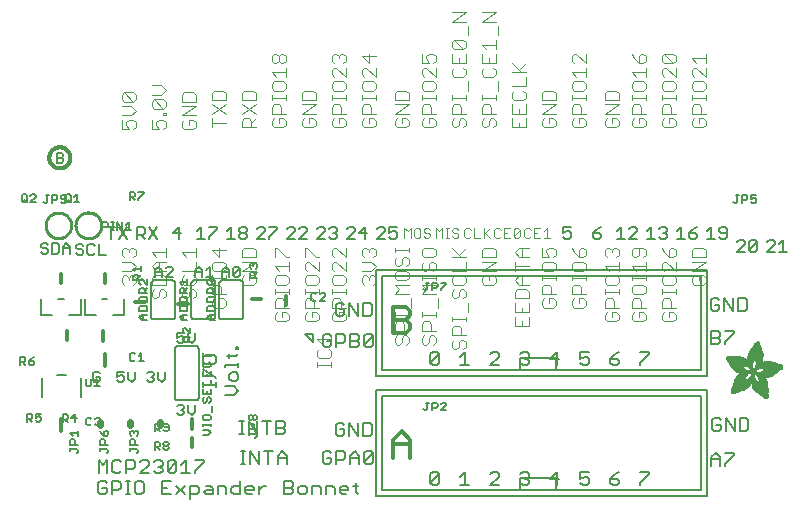
<source format=gbr>
G04 EAGLE Gerber RS-274X export*
G75*
%MOMM*%
%FSLAX34Y34*%
%LPD*%
%INSilkscreen Top*%
%IPPOS*%
%AMOC8*
5,1,8,0,0,1.08239X$1,22.5*%
G01*
%ADD10C,0.609600*%
%ADD11C,0.152400*%
%ADD12C,0.127000*%
%ADD13C,0.101600*%
%ADD14C,0.304800*%
%ADD15C,0.254000*%
%ADD16C,0.203200*%
%ADD17R,0.068600X0.007600*%
%ADD18R,0.114300X0.007600*%
%ADD19R,0.152400X0.007700*%
%ADD20R,0.182900X0.007600*%
%ADD21R,0.205700X0.007600*%
%ADD22R,0.228600X0.007600*%
%ADD23R,0.259100X0.007600*%
%ADD24R,0.274300X0.007700*%
%ADD25R,0.289500X0.007600*%
%ADD26R,0.304800X0.007600*%
%ADD27R,0.320100X0.007600*%
%ADD28R,0.342900X0.007600*%
%ADD29R,0.350500X0.007700*%
%ADD30R,0.365800X0.007600*%
%ADD31R,0.381000X0.007600*%
%ADD32R,0.388600X0.007600*%
%ADD33R,0.403800X0.007600*%
%ADD34R,0.419100X0.007700*%
%ADD35R,0.426700X0.007600*%
%ADD36R,0.441900X0.007600*%
%ADD37R,0.449600X0.007600*%
%ADD38R,0.464800X0.007600*%
%ADD39R,0.480000X0.007700*%
%ADD40R,0.487600X0.007600*%
%ADD41R,0.495300X0.007600*%
%ADD42R,0.510500X0.007600*%
%ADD43R,0.518100X0.007600*%
%ADD44R,0.525700X0.007700*%
%ADD45R,0.541000X0.007600*%
%ADD46R,0.548600X0.007600*%
%ADD47R,0.563800X0.007600*%
%ADD48R,0.571500X0.007600*%
%ADD49R,0.579100X0.007700*%
%ADD50R,0.594300X0.007600*%
%ADD51R,0.601900X0.007600*%
%ADD52R,0.609600X0.007600*%
%ADD53R,0.624800X0.007600*%
%ADD54R,0.632400X0.007700*%
%ADD55R,0.640000X0.007600*%
%ADD56R,0.655300X0.007600*%
%ADD57R,0.662900X0.007600*%
%ADD58R,0.678100X0.007600*%
%ADD59R,0.685800X0.007700*%
%ADD60R,0.693400X0.007600*%
%ADD61R,0.708600X0.007600*%
%ADD62R,0.716200X0.007600*%
%ADD63R,0.723900X0.007600*%
%ADD64R,0.739100X0.007700*%
%ADD65R,0.746700X0.007600*%
%ADD66R,0.754300X0.007600*%
%ADD67R,0.769600X0.007600*%
%ADD68R,0.777200X0.007600*%
%ADD69R,0.792400X0.007700*%
%ADD70R,0.800100X0.007600*%
%ADD71R,0.807700X0.007600*%
%ADD72R,0.822900X0.007600*%
%ADD73R,0.830500X0.007600*%
%ADD74R,0.838200X0.007700*%
%ADD75R,0.091500X0.007600*%
%ADD76R,0.853400X0.007600*%
%ADD77R,0.144700X0.007600*%
%ADD78R,0.861000X0.007600*%
%ADD79R,0.190500X0.007600*%
%ADD80R,0.876300X0.007600*%
%ADD81R,0.221000X0.007600*%
%ADD82R,0.883900X0.007600*%
%ADD83R,0.259000X0.007700*%
%ADD84R,0.891500X0.007700*%
%ADD85R,0.289600X0.007600*%
%ADD86R,0.906700X0.007600*%
%ADD87R,0.914400X0.007600*%
%ADD88R,0.350500X0.007600*%
%ADD89R,0.922000X0.007600*%
%ADD90R,0.937200X0.007600*%
%ADD91R,0.411400X0.007700*%
%ADD92R,0.944800X0.007700*%
%ADD93R,0.434300X0.007600*%
%ADD94R,0.952500X0.007600*%
%ADD95R,0.464900X0.007600*%
%ADD96R,0.967700X0.007600*%
%ADD97R,0.975300X0.007600*%
%ADD98R,0.518200X0.007600*%
%ADD99R,0.990600X0.007600*%
%ADD100R,0.548600X0.007700*%
%ADD101R,0.998200X0.007700*%
%ADD102R,1.005800X0.007600*%
%ADD103R,0.594400X0.007600*%
%ADD104R,1.021000X0.007600*%
%ADD105R,0.617200X0.007600*%
%ADD106R,1.028700X0.007600*%
%ADD107R,0.647700X0.007600*%
%ADD108R,1.036300X0.007600*%
%ADD109R,0.670500X0.007700*%
%ADD110R,1.051500X0.007700*%
%ADD111R,1.059100X0.007600*%
%ADD112R,0.716300X0.007600*%
%ADD113R,1.066800X0.007600*%
%ADD114R,0.739100X0.007600*%
%ADD115R,1.074400X0.007600*%
%ADD116R,0.762000X0.007600*%
%ADD117R,1.089600X0.007600*%
%ADD118R,0.784800X0.007700*%
%ADD119R,1.097200X0.007700*%
%ADD120R,1.104900X0.007600*%
%ADD121R,0.830600X0.007600*%
%ADD122R,1.112500X0.007600*%
%ADD123R,0.845800X0.007600*%
%ADD124R,1.120100X0.007600*%
%ADD125R,0.868700X0.007600*%
%ADD126R,1.127700X0.007600*%
%ADD127R,1.135300X0.007700*%
%ADD128R,1.143000X0.007600*%
%ADD129R,0.944900X0.007600*%
%ADD130R,1.150600X0.007600*%
%ADD131R,0.960100X0.007600*%
%ADD132R,1.158200X0.007600*%
%ADD133R,0.983000X0.007600*%
%ADD134R,1.165800X0.007600*%
%ADD135R,1.005900X0.007700*%
%ADD136R,1.173400X0.007700*%
%ADD137R,1.021100X0.007600*%
%ADD138R,1.181100X0.007600*%
%ADD139R,1.044000X0.007600*%
%ADD140R,1.188700X0.007600*%
%ADD141R,1.196300X0.007600*%
%ADD142R,1.082000X0.007600*%
%ADD143R,1.203900X0.007600*%
%ADD144R,1.104900X0.007700*%
%ADD145R,1.211500X0.007700*%
%ADD146R,1.211500X0.007600*%
%ADD147R,1.219200X0.007600*%
%ADD148R,1.226800X0.007600*%
%ADD149R,1.234400X0.007600*%
%ADD150R,1.188700X0.007700*%
%ADD151R,1.242000X0.007700*%
%ADD152R,1.242000X0.007600*%
%ADD153R,1.211600X0.007600*%
%ADD154R,1.249600X0.007600*%
%ADD155R,1.257300X0.007600*%
%ADD156R,1.264900X0.007600*%
%ADD157R,1.242100X0.007700*%
%ADD158R,1.264900X0.007700*%
%ADD159R,1.272500X0.007600*%
%ADD160R,1.265000X0.007600*%
%ADD161R,1.280100X0.007600*%
%ADD162R,1.272600X0.007600*%
%ADD163R,1.287700X0.007600*%
%ADD164R,1.287800X0.007600*%
%ADD165R,1.295400X0.007700*%
%ADD166R,1.303000X0.007600*%
%ADD167R,1.318200X0.007600*%
%ADD168R,1.310600X0.007600*%
%ADD169R,1.325900X0.007600*%
%ADD170R,1.341100X0.007700*%
%ADD171R,1.318200X0.007700*%
%ADD172R,1.341100X0.007600*%
%ADD173R,1.325800X0.007600*%
%ADD174R,1.348700X0.007600*%
%ADD175R,1.364000X0.007600*%
%ADD176R,1.333500X0.007600*%
%ADD177R,1.371600X0.007700*%
%ADD178R,1.379200X0.007600*%
%ADD179R,1.379300X0.007600*%
%ADD180R,1.386900X0.007600*%
%ADD181R,1.394500X0.007600*%
%ADD182R,1.356300X0.007600*%
%ADD183R,1.394400X0.007700*%
%ADD184R,1.356300X0.007700*%
%ADD185R,1.402000X0.007600*%
%ADD186R,1.409700X0.007600*%
%ADD187R,1.363900X0.007600*%
%ADD188R,1.417300X0.007600*%
%ADD189R,1.371600X0.007600*%
%ADD190R,1.424900X0.007700*%
%ADD191R,1.424900X0.007600*%
%ADD192R,1.432600X0.007600*%
%ADD193R,1.440200X0.007600*%
%ADD194R,1.386800X0.007600*%
%ADD195R,1.447800X0.007700*%
%ADD196R,1.386800X0.007700*%
%ADD197R,1.447800X0.007600*%
%ADD198R,1.455500X0.007600*%
%ADD199R,1.394400X0.007600*%
%ADD200R,1.463100X0.007600*%
%ADD201R,1.455400X0.007700*%
%ADD202R,1.463000X0.007600*%
%ADD203R,1.470600X0.007600*%
%ADD204R,1.470600X0.007700*%
%ADD205R,1.409700X0.007700*%
%ADD206R,1.470700X0.007600*%
%ADD207R,1.402100X0.007600*%
%ADD208R,1.478300X0.007600*%
%ADD209R,1.478300X0.007700*%
%ADD210R,1.402100X0.007700*%
%ADD211R,1.485900X0.007600*%
%ADD212R,1.485900X0.007700*%
%ADD213R,1.493500X0.007700*%
%ADD214R,1.493500X0.007600*%
%ADD215R,1.394500X0.007700*%
%ADD216R,1.493600X0.007700*%
%ADD217R,1.386900X0.007700*%
%ADD218R,1.379200X0.007700*%
%ADD219R,2.857500X0.007700*%
%ADD220R,2.857500X0.007600*%
%ADD221R,2.849900X0.007600*%
%ADD222R,2.842300X0.007600*%
%ADD223R,2.834700X0.007700*%
%ADD224R,2.827000X0.007600*%
%ADD225R,2.819400X0.007600*%
%ADD226R,2.811800X0.007600*%
%ADD227R,2.811800X0.007700*%
%ADD228R,2.804100X0.007600*%
%ADD229R,2.796500X0.007600*%
%ADD230R,1.966000X0.007600*%
%ADD231R,1.943100X0.007600*%
%ADD232R,0.754400X0.007600*%
%ADD233R,1.927900X0.007700*%
%ADD234R,0.746700X0.007700*%
%ADD235R,1.912600X0.007600*%
%ADD236R,0.731500X0.007600*%
%ADD237R,1.905000X0.007600*%
%ADD238R,1.882200X0.007600*%
%ADD239R,1.874600X0.007600*%
%ADD240R,1.866900X0.007700*%
%ADD241R,0.708700X0.007700*%
%ADD242R,1.851600X0.007600*%
%ADD243R,0.701100X0.007600*%
%ADD244R,1.844000X0.007600*%
%ADD245R,1.836400X0.007600*%
%ADD246R,1.821200X0.007600*%
%ADD247R,0.685800X0.007600*%
%ADD248R,1.813500X0.007700*%
%ADD249R,1.805900X0.007600*%
%ADD250R,0.678200X0.007600*%
%ADD251R,1.790700X0.007600*%
%ADD252R,0.670600X0.007600*%
%ADD253R,1.775500X0.007600*%
%ADD254R,1.767900X0.007700*%
%ADD255R,0.663000X0.007700*%
%ADD256R,1.760200X0.007600*%
%ADD257R,1.752600X0.007600*%
%ADD258R,0.937300X0.007600*%
%ADD259R,0.792500X0.007600*%
%ADD260R,0.899100X0.007600*%
%ADD261R,0.883900X0.007700*%
%ADD262R,0.716300X0.007700*%
%ADD263R,0.647700X0.007700*%
%ADD264R,0.640100X0.007600*%
%ADD265R,0.632500X0.007600*%
%ADD266R,0.655400X0.007600*%
%ADD267R,0.632400X0.007600*%
%ADD268R,0.845800X0.007700*%
%ADD269R,0.617200X0.007700*%
%ADD270R,0.624800X0.007700*%
%ADD271R,0.602000X0.007600*%
%ADD272R,0.838200X0.007600*%
%ADD273R,0.586700X0.007600*%
%ADD274R,0.548700X0.007600*%
%ADD275R,0.830500X0.007700*%
%ADD276R,0.541000X0.007700*%
%ADD277R,0.594300X0.007700*%
%ADD278R,0.525800X0.007600*%
%ADD279R,0.586800X0.007600*%
%ADD280R,0.815300X0.007600*%
%ADD281R,0.579200X0.007600*%
%ADD282R,0.815400X0.007600*%
%ADD283R,0.815400X0.007700*%
%ADD284R,0.571500X0.007700*%
%ADD285R,0.807800X0.007600*%
%ADD286R,0.563900X0.007600*%
%ADD287R,0.457200X0.007600*%
%ADD288R,0.442000X0.007600*%
%ADD289R,0.556300X0.007600*%
%ADD290R,0.807700X0.007700*%
%ADD291R,0.411500X0.007600*%
%ADD292R,0.533400X0.007600*%
%ADD293R,0.076200X0.007600*%
%ADD294R,0.403900X0.007600*%
%ADD295R,0.525700X0.007600*%
%ADD296R,0.388700X0.007600*%
%ADD297R,0.297200X0.007600*%
%ADD298R,0.373400X0.007700*%
%ADD299R,0.503000X0.007700*%
%ADD300R,0.426800X0.007700*%
%ADD301R,0.358100X0.007600*%
%ADD302R,0.502900X0.007600*%
%ADD303R,0.472400X0.007600*%
%ADD304R,0.487700X0.007600*%
%ADD305R,0.335300X0.007600*%
%ADD306R,0.792500X0.007700*%
%ADD307R,0.327600X0.007700*%
%ADD308R,0.472400X0.007700*%
%ADD309R,0.640000X0.007700*%
%ADD310R,0.784800X0.007600*%
%ADD311R,0.320000X0.007600*%
%ADD312R,0.792400X0.007600*%
%ADD313R,1.173400X0.007600*%
%ADD314R,1.196400X0.007600*%
%ADD315R,0.784900X0.007600*%
%ADD316R,0.784900X0.007700*%
%ADD317R,0.297200X0.007700*%
%ADD318R,1.249700X0.007600*%
%ADD319R,0.281900X0.007600*%
%ADD320R,1.295400X0.007600*%
%ADD321R,0.266700X0.007600*%
%ADD322R,0.777300X0.007700*%
%ADD323R,0.266700X0.007700*%
%ADD324R,1.333500X0.007700*%
%ADD325R,0.777300X0.007600*%
%ADD326R,1.348800X0.007600*%
%ADD327R,0.251500X0.007600*%
%ADD328R,0.243900X0.007700*%
%ADD329R,0.243900X0.007600*%
%ADD330R,1.440100X0.007600*%
%ADD331R,0.236200X0.007600*%
%ADD332R,0.762000X0.007700*%
%ADD333R,0.236200X0.007700*%
%ADD334R,1.508700X0.007700*%
%ADD335R,1.531600X0.007600*%
%ADD336R,1.546900X0.007600*%
%ADD337R,1.569700X0.007600*%
%ADD338R,1.585000X0.007600*%
%ADD339R,0.746800X0.007700*%
%ADD340R,1.607800X0.007700*%
%ADD341R,0.243800X0.007600*%
%ADD342R,1.630700X0.007600*%
%ADD343R,1.653500X0.007600*%
%ADD344R,0.739200X0.007600*%
%ADD345R,1.684000X0.007600*%
%ADD346R,2.019300X0.007600*%
%ADD347R,0.731500X0.007700*%
%ADD348R,2.026900X0.007700*%
%ADD349R,2.049800X0.007600*%
%ADD350R,2.057400X0.007600*%
%ADD351R,0.708700X0.007600*%
%ADD352R,2.072600X0.007600*%
%ADD353R,0.701000X0.007600*%
%ADD354R,2.095500X0.007600*%
%ADD355R,0.693500X0.007700*%
%ADD356R,2.110800X0.007700*%
%ADD357R,2.141200X0.007600*%
%ADD358R,0.060900X0.007600*%
%ADD359R,2.872700X0.007600*%
%ADD360R,3.124200X0.007600*%
%ADD361R,3.177600X0.007600*%
%ADD362R,3.215600X0.007700*%
%ADD363R,3.253700X0.007600*%
%ADD364R,3.284300X0.007600*%
%ADD365R,3.314700X0.007600*%
%ADD366R,3.352800X0.007600*%
%ADD367R,3.375600X0.007700*%
%ADD368R,3.406200X0.007600*%
%ADD369R,3.429000X0.007600*%
%ADD370R,3.451800X0.007600*%
%ADD371R,3.482400X0.007600*%
%ADD372R,1.828800X0.007700*%
%ADD373R,1.539300X0.007700*%
%ADD374R,1.767900X0.007600*%
%ADD375R,1.767800X0.007600*%
%ADD376R,1.760200X0.007700*%
%ADD377R,1.760300X0.007600*%
%ADD378R,1.775400X0.007700*%
%ADD379R,1.379300X0.007700*%
%ADD380R,1.783000X0.007600*%
%ADD381R,1.813500X0.007600*%
%ADD382R,1.821100X0.007700*%
%ADD383R,0.503000X0.007600*%
%ADD384R,1.135400X0.007600*%
%ADD385R,1.127700X0.007700*%
%ADD386R,0.487700X0.007700*%
%ADD387R,1.120200X0.007600*%
%ADD388R,1.097300X0.007600*%
%ADD389R,0.510600X0.007600*%
%ADD390R,1.074400X0.007700*%
%ADD391R,0.525800X0.007700*%
%ADD392R,1.440200X0.007700*%
%ADD393R,1.059200X0.007600*%
%ADD394R,1.051600X0.007600*%
%ADD395R,1.051500X0.007600*%
%ADD396R,1.043900X0.007700*%
%ADD397R,0.602000X0.007700*%
%ADD398R,1.524000X0.007600*%
%ADD399R,1.539300X0.007600*%
%ADD400R,1.592600X0.007600*%
%ADD401R,1.021100X0.007700*%
%ADD402R,1.615400X0.007700*%
%ADD403R,1.013400X0.007600*%
%ADD404R,1.653600X0.007600*%
%ADD405R,1.013500X0.007600*%
%ADD406R,1.699300X0.007600*%
%ADD407R,2.743200X0.007600*%
%ADD408R,1.005900X0.007600*%
%ADD409R,2.415500X0.007600*%
%ADD410R,1.005800X0.007700*%
%ADD411R,0.281900X0.007700*%
%ADD412R,2.408000X0.007700*%
%ADD413R,2.407900X0.007600*%
%ADD414R,0.998200X0.007600*%
%ADD415R,0.282000X0.007600*%
%ADD416R,0.998300X0.007600*%
%ADD417R,2.400300X0.007600*%
%ADD418R,0.289500X0.007700*%
%ADD419R,2.400300X0.007700*%
%ADD420R,0.297100X0.007600*%
%ADD421R,0.312400X0.007600*%
%ADD422R,2.392700X0.007600*%
%ADD423R,0.990600X0.007700*%
%ADD424R,0.327700X0.007700*%
%ADD425R,2.392700X0.007700*%
%ADD426R,2.385100X0.007600*%
%ADD427R,0.381000X0.007700*%
%ADD428R,2.377400X0.007700*%
%ADD429R,2.377400X0.007600*%
%ADD430R,2.369800X0.007600*%
%ADD431R,0.419100X0.007600*%
%ADD432R,2.362200X0.007600*%
%ADD433R,0.426800X0.007600*%
%ADD434R,1.036300X0.007700*%
%ADD435R,0.442000X0.007700*%
%ADD436R,2.354600X0.007700*%
%ADD437R,2.354600X0.007600*%
%ADD438R,0.480100X0.007600*%
%ADD439R,2.347000X0.007600*%
%ADD440R,1.074500X0.007600*%
%ADD441R,2.339400X0.007600*%
%ADD442R,1.082100X0.007700*%
%ADD443R,0.548700X0.007700*%
%ADD444R,2.331800X0.007700*%
%ADD445R,2.331800X0.007600*%
%ADD446R,0.624900X0.007600*%
%ADD447R,2.324100X0.007600*%
%ADD448R,1.859300X0.007600*%
%ADD449R,2.308800X0.007600*%
%ADD450R,2.301200X0.007700*%
%ADD451R,2.301200X0.007600*%
%ADD452R,2.293600X0.007600*%
%ADD453R,2.278400X0.007600*%
%ADD454R,1.889800X0.007600*%
%ADD455R,2.270700X0.007600*%
%ADD456R,1.897400X0.007700*%
%ADD457R,2.255500X0.007700*%
%ADD458R,1.897400X0.007600*%
%ADD459R,2.247900X0.007600*%
%ADD460R,2.232600X0.007600*%
%ADD461R,1.912700X0.007600*%
%ADD462R,2.209800X0.007600*%
%ADD463R,1.920300X0.007600*%
%ADD464R,2.186900X0.007600*%
%ADD465R,1.920300X0.007700*%
%ADD466R,2.171700X0.007700*%
%ADD467R,1.935500X0.007600*%
%ADD468R,2.148800X0.007600*%
%ADD469R,2.126000X0.007600*%
%ADD470R,1.950700X0.007600*%
%ADD471R,1.958400X0.007700*%
%ADD472R,2.042200X0.007700*%
%ADD473R,1.973600X0.007600*%
%ADD474R,1.996500X0.007600*%
%ADD475R,1.981200X0.007600*%
%ADD476R,1.988800X0.007600*%
%ADD477R,1.996400X0.007700*%
%ADD478R,1.996400X0.007600*%
%ADD479R,2.004100X0.007600*%
%ADD480R,1.874500X0.007600*%
%ADD481R,1.425000X0.007600*%
%ADD482R,2.026900X0.007600*%
%ADD483R,0.434400X0.007700*%
%ADD484R,1.364000X0.007700*%
%ADD485R,2.034500X0.007600*%
%ADD486R,0.434400X0.007600*%
%ADD487R,2.049700X0.007600*%
%ADD488R,2.065000X0.007700*%
%ADD489R,0.464800X0.007700*%
%ADD490R,1.196300X0.007700*%
%ADD491R,2.080300X0.007600*%
%ADD492R,1.158300X0.007600*%
%ADD493R,2.087900X0.007600*%
%ADD494R,0.472500X0.007600*%
%ADD495R,2.103100X0.007600*%
%ADD496R,2.118400X0.007600*%
%ADD497R,2.133600X0.007600*%
%ADD498R,2.148800X0.007700*%
%ADD499R,2.164000X0.007600*%
%ADD500R,2.171700X0.007600*%
%ADD501R,2.187000X0.007600*%
%ADD502R,0.556200X0.007600*%
%ADD503R,2.202200X0.007700*%
%ADD504R,0.556200X0.007700*%
%ADD505R,0.640100X0.007700*%
%ADD506R,0.579100X0.007600*%
%ADD507R,0.480000X0.007600*%
%ADD508R,1.752600X0.007700*%
%ADD509R,0.487600X0.007700*%
%ADD510R,0.594400X0.007700*%
%ADD511R,0.358100X0.007700*%
%ADD512R,0.099000X0.007600*%
%ADD513R,1.280200X0.007600*%
%ADD514R,1.745000X0.007600*%
%ADD515R,1.744900X0.007600*%
%ADD516R,1.737300X0.007700*%
%ADD517R,1.737400X0.007600*%
%ADD518R,1.729800X0.007600*%
%ADD519R,1.722200X0.007600*%
%ADD520R,1.722100X0.007600*%
%ADD521R,1.714500X0.007700*%
%ADD522R,1.356400X0.007700*%
%ADD523R,1.706900X0.007600*%
%ADD524R,1.356400X0.007600*%
%ADD525R,1.691700X0.007600*%
%ADD526R,1.668800X0.007700*%
%ADD527R,1.645900X0.007600*%
%ADD528R,1.623100X0.007600*%
%ADD529R,1.577400X0.007600*%
%ADD530R,1.554400X0.007600*%
%ADD531R,1.539200X0.007600*%
%ADD532R,1.524000X0.007700*%
%ADD533R,1.501100X0.007600*%
%ADD534R,1.455400X0.007600*%
%ADD535R,1.348800X0.007700*%
%ADD536R,1.318300X0.007600*%
%ADD537R,1.310600X0.007700*%
%ADD538R,1.287800X0.007700*%
%ADD539R,1.234500X0.007600*%
%ADD540R,1.226900X0.007600*%
%ADD541R,1.173500X0.007700*%
%ADD542R,1.173500X0.007600*%
%ADD543R,1.165900X0.007600*%
%ADD544R,1.143000X0.007700*%
%ADD545R,1.127800X0.007600*%
%ADD546R,1.097200X0.007600*%
%ADD547R,1.028700X0.007700*%
%ADD548R,0.982900X0.007600*%
%ADD549R,0.952500X0.007700*%
%ADD550R,0.929600X0.007600*%
%ADD551R,0.906800X0.007700*%
%ADD552R,0.906800X0.007600*%
%ADD553R,0.899200X0.007600*%
%ADD554R,0.884000X0.007600*%
%ADD555R,0.876300X0.007700*%
%ADD556R,0.830600X0.007700*%
%ADD557R,0.754400X0.007700*%
%ADD558R,0.746800X0.007600*%
%ADD559R,0.708600X0.007700*%
%ADD560R,0.678200X0.007700*%
%ADD561R,0.663000X0.007600*%
%ADD562R,0.632500X0.007700*%
%ADD563R,0.556300X0.007700*%
%ADD564R,0.518200X0.007700*%
%ADD565R,0.434300X0.007700*%
%ADD566R,0.396300X0.007700*%
%ADD567R,0.373300X0.007600*%
%ADD568R,0.365700X0.007600*%
%ADD569R,0.327700X0.007600*%
%ADD570R,0.304800X0.007700*%
%ADD571R,0.274300X0.007600*%
%ADD572R,0.243800X0.007700*%
%ADD573R,0.205800X0.007600*%
%ADD574R,0.152400X0.007600*%
%ADD575R,0.121900X0.007700*%


D10*
X58420Y66040D02*
X58420Y68580D01*
X83820Y68580D02*
X83820Y66040D01*
X109220Y66040D02*
X109220Y68580D01*
D11*
X57727Y109565D02*
X56286Y111005D01*
X53405Y111005D01*
X51964Y109565D01*
X51964Y103803D01*
X53405Y102362D01*
X56286Y102362D01*
X57727Y103803D01*
X57727Y106684D01*
X54846Y106684D01*
X72687Y111005D02*
X78449Y111005D01*
X72687Y111005D02*
X72687Y106684D01*
X75568Y108124D01*
X77009Y108124D01*
X78449Y106684D01*
X78449Y103803D01*
X77009Y102362D01*
X74127Y102362D01*
X72687Y103803D01*
X82042Y105243D02*
X82042Y111005D01*
X82042Y105243D02*
X84923Y102362D01*
X87804Y105243D01*
X87804Y111005D01*
X98087Y109565D02*
X99527Y111005D01*
X102409Y111005D01*
X103849Y109565D01*
X103849Y108124D01*
X102409Y106684D01*
X100968Y106684D01*
X102409Y106684D02*
X103849Y105243D01*
X103849Y103803D01*
X102409Y102362D01*
X99527Y102362D01*
X98087Y103803D01*
X107442Y105243D02*
X107442Y111005D01*
X107442Y105243D02*
X110323Y102362D01*
X113204Y105243D01*
X113204Y111005D01*
D12*
X13870Y218362D02*
X12387Y219845D01*
X9421Y219845D01*
X7938Y218362D01*
X7938Y216879D01*
X9421Y215396D01*
X12387Y215396D01*
X13870Y213913D01*
X13870Y212430D01*
X12387Y210947D01*
X9421Y210947D01*
X7938Y212430D01*
X17293Y210947D02*
X17293Y219845D01*
X17293Y210947D02*
X21742Y210947D01*
X23225Y212430D01*
X23225Y218362D01*
X21742Y219845D01*
X17293Y219845D01*
X26649Y216879D02*
X26649Y210947D01*
X26649Y216879D02*
X29614Y219845D01*
X32580Y216879D01*
X32580Y210947D01*
X32580Y215396D02*
X26649Y215396D01*
X42613Y219083D02*
X44096Y217600D01*
X42613Y219083D02*
X39647Y219083D01*
X38164Y217600D01*
X38164Y216117D01*
X39647Y214634D01*
X42613Y214634D01*
X44096Y213151D01*
X44096Y211668D01*
X42613Y210185D01*
X39647Y210185D01*
X38164Y211668D01*
X51968Y219083D02*
X53451Y217600D01*
X51968Y219083D02*
X49002Y219083D01*
X47519Y217600D01*
X47519Y211668D01*
X49002Y210185D01*
X51968Y210185D01*
X53451Y211668D01*
X56875Y210185D02*
X56875Y219083D01*
X56875Y210185D02*
X62806Y210185D01*
X67160Y223520D02*
X67160Y233689D01*
X63770Y233689D02*
X70550Y233689D01*
X74295Y233689D02*
X81074Y223520D01*
X74295Y223520D02*
X81074Y233689D01*
X89170Y233689D02*
X89170Y223520D01*
X89170Y233689D02*
X94255Y233689D01*
X95950Y231994D01*
X95950Y228604D01*
X94255Y226910D01*
X89170Y226910D01*
X92560Y226910D02*
X95950Y223520D01*
X106474Y223520D02*
X99695Y233689D01*
X106474Y233689D02*
X99695Y223520D01*
X124917Y223520D02*
X124917Y233689D01*
X119833Y228604D01*
X126612Y228604D01*
X139970Y230299D02*
X143360Y233689D01*
X143360Y223520D01*
X139970Y223520D02*
X146750Y223520D01*
X150495Y233689D02*
X157274Y233689D01*
X157274Y231994D01*
X150495Y225215D01*
X150495Y223520D01*
X165370Y230299D02*
X168760Y233689D01*
X168760Y223520D01*
X165370Y223520D02*
X172150Y223520D01*
X175895Y231994D02*
X177590Y233689D01*
X180979Y233689D01*
X182674Y231994D01*
X182674Y230299D01*
X180979Y228604D01*
X182674Y226910D01*
X182674Y225215D01*
X180979Y223520D01*
X177590Y223520D01*
X175895Y225215D01*
X175895Y226910D01*
X177590Y228604D01*
X175895Y230299D01*
X175895Y231994D01*
X177590Y228604D02*
X180979Y228604D01*
X190770Y223520D02*
X197550Y223520D01*
X197550Y230299D02*
X190770Y223520D01*
X197550Y230299D02*
X197550Y231994D01*
X195855Y233689D01*
X192465Y233689D01*
X190770Y231994D01*
X201295Y233689D02*
X208074Y233689D01*
X208074Y231994D01*
X201295Y225215D01*
X201295Y223520D01*
X216170Y223520D02*
X222950Y223520D01*
X222950Y230299D02*
X216170Y223520D01*
X222950Y230299D02*
X222950Y231994D01*
X221255Y233689D01*
X217865Y233689D01*
X216170Y231994D01*
X226695Y223520D02*
X233474Y223520D01*
X226695Y223520D02*
X233474Y230299D01*
X233474Y231994D01*
X231779Y233689D01*
X228390Y233689D01*
X226695Y231994D01*
X241570Y223520D02*
X248350Y223520D01*
X248350Y230299D02*
X241570Y223520D01*
X248350Y230299D02*
X248350Y231994D01*
X246655Y233689D01*
X243265Y233689D01*
X241570Y231994D01*
X252095Y231994D02*
X253790Y233689D01*
X257179Y233689D01*
X258874Y231994D01*
X258874Y230299D01*
X257179Y228604D01*
X255485Y228604D01*
X257179Y228604D02*
X258874Y226910D01*
X258874Y225215D01*
X257179Y223520D01*
X253790Y223520D01*
X252095Y225215D01*
X266970Y223520D02*
X273750Y223520D01*
X273750Y230299D02*
X266970Y223520D01*
X273750Y230299D02*
X273750Y231994D01*
X272055Y233689D01*
X268665Y233689D01*
X266970Y231994D01*
X282579Y233689D02*
X282579Y223520D01*
X277495Y228604D02*
X282579Y233689D01*
X284274Y228604D02*
X277495Y228604D01*
X292370Y223520D02*
X299150Y223520D01*
X299150Y230299D02*
X292370Y223520D01*
X299150Y230299D02*
X299150Y231994D01*
X297455Y233689D01*
X294065Y233689D01*
X292370Y231994D01*
X302895Y233689D02*
X309674Y233689D01*
X302895Y233689D02*
X302895Y228604D01*
X306285Y230299D01*
X307979Y230299D01*
X309674Y228604D01*
X309674Y225215D01*
X307979Y223520D01*
X304590Y223520D01*
X302895Y225215D01*
D13*
X315889Y224663D02*
X315889Y232544D01*
X318516Y229917D01*
X321143Y232544D01*
X321143Y224663D01*
X325389Y232544D02*
X328015Y232544D01*
X325389Y232544D02*
X324075Y231230D01*
X324075Y225976D01*
X325389Y224663D01*
X328015Y224663D01*
X329329Y225976D01*
X329329Y231230D01*
X328015Y232544D01*
X336201Y232544D02*
X337515Y231230D01*
X336201Y232544D02*
X333574Y232544D01*
X332261Y231230D01*
X332261Y229917D01*
X333574Y228603D01*
X336201Y228603D01*
X337515Y227290D01*
X337515Y225976D01*
X336201Y224663D01*
X333574Y224663D01*
X332261Y225976D01*
X342654Y224663D02*
X342654Y232544D01*
X345281Y229917D01*
X347907Y232544D01*
X347907Y224663D01*
X350839Y224663D02*
X353466Y224663D01*
X352153Y224663D02*
X352153Y232544D01*
X353466Y232544D02*
X350839Y232544D01*
X360237Y232544D02*
X361550Y231230D01*
X360237Y232544D02*
X357610Y232544D01*
X356297Y231230D01*
X356297Y229917D01*
X357610Y228603D01*
X360237Y228603D01*
X361550Y227290D01*
X361550Y225976D01*
X360237Y224663D01*
X357610Y224663D01*
X356297Y225976D01*
X370630Y232544D02*
X371943Y231230D01*
X370630Y232544D02*
X368003Y232544D01*
X366689Y231230D01*
X366689Y225976D01*
X368003Y224663D01*
X370630Y224663D01*
X371943Y225976D01*
X374875Y224663D02*
X374875Y232544D01*
X374875Y224663D02*
X380129Y224663D01*
X383061Y224663D02*
X383061Y232544D01*
X383061Y227290D02*
X388315Y232544D01*
X384374Y228603D02*
X388315Y224663D01*
X396030Y232544D02*
X397343Y231230D01*
X396030Y232544D02*
X393403Y232544D01*
X392089Y231230D01*
X392089Y225976D01*
X393403Y224663D01*
X396030Y224663D01*
X397343Y225976D01*
X400275Y232544D02*
X405529Y232544D01*
X400275Y232544D02*
X400275Y224663D01*
X405529Y224663D01*
X402902Y228603D02*
X400275Y228603D01*
X408461Y225976D02*
X408461Y231230D01*
X409774Y232544D01*
X412401Y232544D01*
X413715Y231230D01*
X413715Y225976D01*
X412401Y224663D01*
X409774Y224663D01*
X408461Y225976D01*
X413715Y231230D01*
X421430Y232544D02*
X422743Y231230D01*
X421430Y232544D02*
X418803Y232544D01*
X417489Y231230D01*
X417489Y225976D01*
X418803Y224663D01*
X421430Y224663D01*
X422743Y225976D01*
X425675Y232544D02*
X430929Y232544D01*
X425675Y232544D02*
X425675Y224663D01*
X430929Y224663D01*
X428302Y228603D02*
X425675Y228603D01*
X433861Y229917D02*
X436488Y232544D01*
X436488Y224663D01*
X433861Y224663D02*
X439115Y224663D01*
D12*
X450033Y233689D02*
X456812Y233689D01*
X450033Y233689D02*
X450033Y228604D01*
X453422Y230299D01*
X455117Y230299D01*
X456812Y228604D01*
X456812Y225215D01*
X455117Y223520D01*
X451727Y223520D01*
X450033Y225215D01*
X478822Y231994D02*
X482212Y233689D01*
X478822Y231994D02*
X475433Y228604D01*
X475433Y225215D01*
X477127Y223520D01*
X480517Y223520D01*
X482212Y225215D01*
X482212Y226910D01*
X480517Y228604D01*
X475433Y228604D01*
X495570Y230299D02*
X498960Y233689D01*
X498960Y223520D01*
X495570Y223520D02*
X502350Y223520D01*
X506095Y223520D02*
X512874Y223520D01*
X506095Y223520D02*
X512874Y230299D01*
X512874Y231994D01*
X511179Y233689D01*
X507790Y233689D01*
X506095Y231994D01*
X520970Y230299D02*
X524360Y233689D01*
X524360Y223520D01*
X520970Y223520D02*
X527750Y223520D01*
X531495Y231994D02*
X533190Y233689D01*
X536579Y233689D01*
X538274Y231994D01*
X538274Y230299D01*
X536579Y228604D01*
X534885Y228604D01*
X536579Y228604D02*
X538274Y226910D01*
X538274Y225215D01*
X536579Y223520D01*
X533190Y223520D01*
X531495Y225215D01*
X546370Y230299D02*
X549760Y233689D01*
X549760Y223520D01*
X546370Y223520D02*
X553150Y223520D01*
X560285Y231994D02*
X563674Y233689D01*
X560285Y231994D02*
X556895Y228604D01*
X556895Y225215D01*
X558590Y223520D01*
X561979Y223520D01*
X563674Y225215D01*
X563674Y226910D01*
X561979Y228604D01*
X556895Y228604D01*
X571770Y230299D02*
X575160Y233689D01*
X575160Y223520D01*
X571770Y223520D02*
X578550Y223520D01*
X582295Y225215D02*
X583990Y223520D01*
X587379Y223520D01*
X589074Y225215D01*
X589074Y231994D01*
X587379Y233689D01*
X583990Y233689D01*
X582295Y231994D01*
X582295Y230299D01*
X583990Y228604D01*
X589074Y228604D01*
X597170Y212090D02*
X603950Y212090D01*
X603950Y218869D02*
X597170Y212090D01*
X603950Y218869D02*
X603950Y220564D01*
X602255Y222259D01*
X598865Y222259D01*
X597170Y220564D01*
X607695Y220564D02*
X607695Y213785D01*
X607695Y220564D02*
X609390Y222259D01*
X612779Y222259D01*
X614474Y220564D01*
X614474Y213785D01*
X612779Y212090D01*
X609390Y212090D01*
X607695Y213785D01*
X614474Y220564D01*
X622570Y212090D02*
X629350Y212090D01*
X629350Y218869D02*
X622570Y212090D01*
X629350Y218869D02*
X629350Y220564D01*
X627655Y222259D01*
X624265Y222259D01*
X622570Y220564D01*
X633095Y218869D02*
X636485Y222259D01*
X636485Y212090D01*
X639874Y212090D02*
X633095Y212090D01*
X104310Y197067D02*
X104310Y191135D01*
X104310Y197067D02*
X107276Y200033D01*
X110242Y197067D01*
X110242Y191135D01*
X110242Y195584D02*
X104310Y195584D01*
X113665Y191135D02*
X119597Y191135D01*
X113665Y191135D02*
X119597Y197067D01*
X119597Y198550D01*
X118114Y200033D01*
X115148Y200033D01*
X113665Y198550D01*
X138600Y197067D02*
X138600Y191135D01*
X138600Y197067D02*
X141566Y200033D01*
X144532Y197067D01*
X144532Y191135D01*
X144532Y195584D02*
X138600Y195584D01*
X147955Y197067D02*
X150921Y200033D01*
X150921Y191135D01*
X147955Y191135D02*
X153887Y191135D01*
X161460Y191135D02*
X161460Y197067D01*
X164426Y200033D01*
X167392Y197067D01*
X167392Y191135D01*
X167392Y195584D02*
X161460Y195584D01*
X170815Y192618D02*
X170815Y198550D01*
X172298Y200033D01*
X175264Y200033D01*
X176747Y198550D01*
X176747Y192618D01*
X175264Y191135D01*
X172298Y191135D01*
X170815Y192618D01*
X176747Y198550D01*
D11*
X156083Y101929D02*
X156083Y98200D01*
X156083Y100064D02*
X144897Y100064D01*
X144897Y98200D02*
X144897Y101929D01*
X144897Y113453D02*
X156083Y105996D01*
X144897Y119554D02*
X144897Y123283D01*
X144897Y119554D02*
X146762Y117690D01*
X154219Y117690D01*
X156083Y119554D01*
X156083Y123283D01*
X154219Y125147D01*
X146762Y125147D01*
X144897Y123283D01*
X163947Y91379D02*
X171405Y91379D01*
X175133Y95107D01*
X171405Y98836D01*
X163947Y98836D01*
X175133Y104937D02*
X175133Y108665D01*
X173269Y110530D01*
X169540Y110530D01*
X167676Y108665D01*
X167676Y104937D01*
X169540Y103073D01*
X173269Y103073D01*
X175133Y104937D01*
X163947Y114766D02*
X163947Y116631D01*
X175133Y116631D01*
X175133Y118495D02*
X175133Y114766D01*
X173269Y124427D02*
X165812Y124427D01*
X173269Y124427D02*
X175133Y126291D01*
X167676Y126291D02*
X167676Y122562D01*
X173269Y130358D02*
X175133Y130358D01*
X173269Y130358D02*
X173269Y132223D01*
X175133Y132223D01*
X175133Y130358D01*
D12*
X129292Y144153D02*
X123360Y144153D01*
X123360Y139704D01*
X126326Y141187D01*
X127809Y141187D01*
X129292Y139704D01*
X129292Y136738D01*
X127809Y135255D01*
X124843Y135255D01*
X123360Y136738D01*
X132715Y138221D02*
X132715Y144153D01*
X132715Y138221D02*
X135681Y135255D01*
X138647Y138221D01*
X138647Y144153D01*
D11*
X177443Y32512D02*
X181172Y32512D01*
X179307Y32512D02*
X179307Y43698D01*
X177443Y43698D02*
X181172Y43698D01*
X185239Y43698D02*
X185239Y32512D01*
X192696Y32512D02*
X185239Y43698D01*
X192696Y43698D02*
X192696Y32512D01*
X200661Y32512D02*
X200661Y43698D01*
X196933Y43698D02*
X204390Y43698D01*
X208627Y39969D02*
X208627Y32512D01*
X208627Y39969D02*
X212355Y43698D01*
X216084Y39969D01*
X216084Y32512D01*
X216084Y38105D02*
X208627Y38105D01*
X179902Y57912D02*
X176173Y57912D01*
X178037Y57912D02*
X178037Y69098D01*
X176173Y69098D02*
X179902Y69098D01*
X183969Y69098D02*
X183969Y57912D01*
X191426Y57912D02*
X183969Y69098D01*
X191426Y69098D02*
X191426Y57912D01*
X199391Y57912D02*
X199391Y69098D01*
X195663Y69098D02*
X203120Y69098D01*
X207357Y69098D02*
X207357Y57912D01*
X207357Y69098D02*
X212950Y69098D01*
X214814Y67233D01*
X214814Y65369D01*
X212950Y63505D01*
X214814Y61641D01*
X214814Y59776D01*
X212950Y57912D01*
X207357Y57912D01*
X207357Y63505D02*
X212950Y63505D01*
X580634Y173238D02*
X582498Y171373D01*
X580634Y173238D02*
X576905Y173238D01*
X575041Y171373D01*
X575041Y163916D01*
X576905Y162052D01*
X580634Y162052D01*
X582498Y163916D01*
X582498Y167645D01*
X578770Y167645D01*
X586735Y162052D02*
X586735Y173238D01*
X594192Y162052D01*
X594192Y173238D01*
X598429Y173238D02*
X598429Y162052D01*
X604022Y162052D01*
X605886Y163916D01*
X605886Y171373D01*
X604022Y173238D01*
X598429Y173238D01*
X581904Y71638D02*
X583768Y69773D01*
X581904Y71638D02*
X578175Y71638D01*
X576311Y69773D01*
X576311Y62316D01*
X578175Y60452D01*
X581904Y60452D01*
X583768Y62316D01*
X583768Y66045D01*
X580040Y66045D01*
X588005Y60452D02*
X588005Y71638D01*
X595462Y60452D01*
X595462Y71638D01*
X599699Y71638D02*
X599699Y60452D01*
X605292Y60452D01*
X607156Y62316D01*
X607156Y69773D01*
X605292Y71638D01*
X599699Y71638D01*
X264998Y65963D02*
X263134Y67828D01*
X259405Y67828D01*
X257541Y65963D01*
X257541Y58506D01*
X259405Y56642D01*
X263134Y56642D01*
X264998Y58506D01*
X264998Y62235D01*
X261270Y62235D01*
X269235Y56642D02*
X269235Y67828D01*
X276692Y56642D01*
X276692Y67828D01*
X280929Y67828D02*
X280929Y56642D01*
X286522Y56642D01*
X288386Y58506D01*
X288386Y65963D01*
X286522Y67828D01*
X280929Y67828D01*
X264998Y167563D02*
X263134Y169428D01*
X259405Y169428D01*
X257541Y167563D01*
X257541Y160106D01*
X259405Y158242D01*
X263134Y158242D01*
X264998Y160106D01*
X264998Y163835D01*
X261270Y163835D01*
X269235Y158242D02*
X269235Y169428D01*
X276692Y158242D01*
X276692Y169428D01*
X280929Y169428D02*
X280929Y158242D01*
X286522Y158242D01*
X288386Y160106D01*
X288386Y167563D01*
X286522Y169428D01*
X280929Y169428D01*
X254071Y140893D02*
X252207Y142758D01*
X248478Y142758D01*
X246614Y140893D01*
X246614Y133436D01*
X248478Y131572D01*
X252207Y131572D01*
X254071Y133436D01*
X254071Y137165D01*
X250343Y137165D01*
X258308Y131572D02*
X258308Y142758D01*
X263901Y142758D01*
X265765Y140893D01*
X265765Y137165D01*
X263901Y135301D01*
X258308Y135301D01*
X270002Y131572D02*
X270002Y142758D01*
X275595Y142758D01*
X277459Y140893D01*
X277459Y139029D01*
X275595Y137165D01*
X277459Y135301D01*
X277459Y133436D01*
X275595Y131572D01*
X270002Y131572D01*
X270002Y137165D02*
X275595Y137165D01*
X281696Y140893D02*
X281696Y133436D01*
X281696Y140893D02*
X283560Y142758D01*
X287289Y142758D01*
X289153Y140893D01*
X289153Y133436D01*
X287289Y131572D01*
X283560Y131572D01*
X281696Y133436D01*
X289153Y140893D01*
X252207Y43698D02*
X254071Y41833D01*
X252207Y43698D02*
X248478Y43698D01*
X246614Y41833D01*
X246614Y34376D01*
X248478Y32512D01*
X252207Y32512D01*
X254071Y34376D01*
X254071Y38105D01*
X250343Y38105D01*
X258308Y32512D02*
X258308Y43698D01*
X263901Y43698D01*
X265765Y41833D01*
X265765Y38105D01*
X263901Y36241D01*
X258308Y36241D01*
X270002Y39969D02*
X270002Y32512D01*
X270002Y39969D02*
X273730Y43698D01*
X277459Y39969D01*
X277459Y32512D01*
X277459Y38105D02*
X270002Y38105D01*
X281696Y41833D02*
X281696Y34376D01*
X281696Y41833D02*
X283560Y43698D01*
X287289Y43698D01*
X289153Y41833D01*
X289153Y34376D01*
X287289Y32512D01*
X283560Y32512D01*
X281696Y34376D01*
X289153Y41833D01*
X575808Y38699D02*
X575808Y31242D01*
X575808Y38699D02*
X579537Y42428D01*
X583265Y38699D01*
X583265Y31242D01*
X583265Y36835D02*
X575808Y36835D01*
X587502Y42428D02*
X594959Y42428D01*
X594959Y40563D01*
X587502Y33106D01*
X587502Y31242D01*
X575808Y134112D02*
X575808Y145298D01*
X581401Y145298D01*
X583265Y143433D01*
X583265Y141569D01*
X581401Y139705D01*
X583265Y137841D01*
X583265Y135976D01*
X581401Y134112D01*
X575808Y134112D01*
X575808Y139705D02*
X581401Y139705D01*
X587502Y145298D02*
X594959Y145298D01*
X594959Y143433D01*
X587502Y135976D01*
X587502Y134112D01*
X523072Y127518D02*
X515615Y127518D01*
X523072Y127518D02*
X523072Y125653D01*
X515615Y118196D01*
X515615Y116332D01*
X472272Y127518D02*
X464815Y127518D01*
X464815Y121925D01*
X468544Y123789D01*
X470408Y123789D01*
X472272Y121925D01*
X472272Y118196D01*
X470408Y116332D01*
X466679Y116332D01*
X464815Y118196D01*
X493944Y125653D02*
X497672Y127518D01*
X493944Y125653D02*
X490215Y121925D01*
X490215Y118196D01*
X492079Y116332D01*
X495808Y116332D01*
X497672Y118196D01*
X497672Y120061D01*
X495808Y121925D01*
X490215Y121925D01*
X445008Y116332D02*
X445008Y127518D01*
X439415Y121925D01*
X446872Y121925D01*
X415879Y127518D02*
X414015Y125653D01*
X415879Y127518D02*
X419608Y127518D01*
X421472Y125653D01*
X421472Y123789D01*
X419608Y121925D01*
X417744Y121925D01*
X419608Y121925D02*
X421472Y120061D01*
X421472Y118196D01*
X419608Y116332D01*
X415879Y116332D01*
X414015Y118196D01*
X396072Y116332D02*
X388615Y116332D01*
X396072Y123789D01*
X396072Y125653D01*
X394208Y127518D01*
X390479Y127518D01*
X388615Y125653D01*
X366944Y127518D02*
X363215Y123789D01*
X366944Y127518D02*
X366944Y116332D01*
X370672Y116332D02*
X363215Y116332D01*
X337815Y118196D02*
X337815Y125653D01*
X339679Y127518D01*
X343408Y127518D01*
X345272Y125653D01*
X345272Y118196D01*
X343408Y116332D01*
X339679Y116332D01*
X337815Y118196D01*
X345272Y125653D01*
X515615Y25918D02*
X523072Y25918D01*
X523072Y24053D01*
X515615Y16596D01*
X515615Y14732D01*
X472272Y25918D02*
X464815Y25918D01*
X464815Y20325D01*
X468544Y22189D01*
X470408Y22189D01*
X472272Y20325D01*
X472272Y16596D01*
X470408Y14732D01*
X466679Y14732D01*
X464815Y16596D01*
X493944Y24053D02*
X497672Y25918D01*
X493944Y24053D02*
X490215Y20325D01*
X490215Y16596D01*
X492079Y14732D01*
X495808Y14732D01*
X497672Y16596D01*
X497672Y18461D01*
X495808Y20325D01*
X490215Y20325D01*
X445008Y14732D02*
X445008Y25918D01*
X439415Y20325D01*
X446872Y20325D01*
X415879Y25918D02*
X414015Y24053D01*
X415879Y25918D02*
X419608Y25918D01*
X421472Y24053D01*
X421472Y22189D01*
X419608Y20325D01*
X417744Y20325D01*
X419608Y20325D02*
X421472Y18461D01*
X421472Y16596D01*
X419608Y14732D01*
X415879Y14732D01*
X414015Y16596D01*
X396072Y14732D02*
X388615Y14732D01*
X396072Y22189D01*
X396072Y24053D01*
X394208Y25918D01*
X390479Y25918D01*
X388615Y24053D01*
X366944Y25918D02*
X363215Y22189D01*
X366944Y25918D02*
X366944Y14732D01*
X370672Y14732D02*
X363215Y14732D01*
X337815Y16596D02*
X337815Y24053D01*
X339679Y25918D01*
X343408Y25918D01*
X345272Y24053D01*
X345272Y16596D01*
X343408Y14732D01*
X339679Y14732D01*
X337815Y16596D01*
X345272Y24053D01*
D14*
X306060Y38354D02*
X306060Y53268D01*
X313517Y60725D01*
X320974Y53268D01*
X320974Y38354D01*
X320974Y49540D02*
X306060Y49540D01*
X306060Y143764D02*
X306060Y166135D01*
X317246Y166135D01*
X320974Y162407D01*
X320974Y158678D01*
X317246Y154950D01*
X320974Y151221D01*
X320974Y147493D01*
X317246Y143764D01*
X306060Y143764D01*
X306060Y154950D02*
X317246Y154950D01*
D11*
X63792Y16433D02*
X61927Y18298D01*
X58199Y18298D01*
X56335Y16433D01*
X56335Y8976D01*
X58199Y7112D01*
X61927Y7112D01*
X63792Y8976D01*
X63792Y12705D01*
X60063Y12705D01*
X68029Y7112D02*
X68029Y18298D01*
X73621Y18298D01*
X75486Y16433D01*
X75486Y12705D01*
X73621Y10841D01*
X68029Y10841D01*
X79723Y7112D02*
X83451Y7112D01*
X81587Y7112D02*
X81587Y18298D01*
X79723Y18298D02*
X83451Y18298D01*
X89383Y18298D02*
X93111Y18298D01*
X89383Y18298D02*
X87518Y16433D01*
X87518Y8976D01*
X89383Y7112D01*
X93111Y7112D01*
X94976Y8976D01*
X94976Y16433D01*
X93111Y18298D01*
X110906Y18298D02*
X118363Y18298D01*
X110906Y18298D02*
X110906Y7112D01*
X118363Y7112D01*
X114635Y12705D02*
X110906Y12705D01*
X122600Y14569D02*
X130057Y7112D01*
X122600Y7112D02*
X130057Y14569D01*
X134294Y14569D02*
X134294Y3384D01*
X134294Y14569D02*
X139887Y14569D01*
X141751Y12705D01*
X141751Y8976D01*
X139887Y7112D01*
X134294Y7112D01*
X147853Y14569D02*
X151581Y14569D01*
X153445Y12705D01*
X153445Y7112D01*
X147853Y7112D01*
X145988Y8976D01*
X147853Y10841D01*
X153445Y10841D01*
X157682Y14569D02*
X157682Y7112D01*
X157682Y14569D02*
X163275Y14569D01*
X165139Y12705D01*
X165139Y7112D01*
X176833Y7112D02*
X176833Y18298D01*
X176833Y7112D02*
X171241Y7112D01*
X169376Y8976D01*
X169376Y12705D01*
X171241Y14569D01*
X176833Y14569D01*
X182934Y7112D02*
X186663Y7112D01*
X182934Y7112D02*
X181070Y8976D01*
X181070Y12705D01*
X182934Y14569D01*
X186663Y14569D01*
X188527Y12705D01*
X188527Y10841D01*
X181070Y10841D01*
X192764Y14569D02*
X192764Y7112D01*
X192764Y10841D02*
X196493Y14569D01*
X198357Y14569D01*
X214203Y18298D02*
X214203Y7112D01*
X214203Y18298D02*
X219796Y18298D01*
X221660Y16433D01*
X221660Y14569D01*
X219796Y12705D01*
X221660Y10841D01*
X221660Y8976D01*
X219796Y7112D01*
X214203Y7112D01*
X214203Y12705D02*
X219796Y12705D01*
X227761Y7112D02*
X231490Y7112D01*
X233354Y8976D01*
X233354Y12705D01*
X231490Y14569D01*
X227761Y14569D01*
X225897Y12705D01*
X225897Y8976D01*
X227761Y7112D01*
X237591Y7112D02*
X237591Y14569D01*
X243184Y14569D01*
X245048Y12705D01*
X245048Y7112D01*
X249285Y7112D02*
X249285Y14569D01*
X254878Y14569D01*
X256742Y12705D01*
X256742Y7112D01*
X262843Y7112D02*
X266572Y7112D01*
X262843Y7112D02*
X260979Y8976D01*
X260979Y12705D01*
X262843Y14569D01*
X266572Y14569D01*
X268436Y12705D01*
X268436Y10841D01*
X260979Y10841D01*
X274537Y8976D02*
X274537Y16433D01*
X274537Y8976D02*
X276401Y7112D01*
X276401Y14569D02*
X272673Y14569D01*
X56856Y24892D02*
X56856Y36078D01*
X60585Y32349D01*
X64313Y36078D01*
X64313Y24892D01*
X74143Y36078D02*
X76007Y34213D01*
X74143Y36078D02*
X70414Y36078D01*
X68550Y34213D01*
X68550Y26756D01*
X70414Y24892D01*
X74143Y24892D01*
X76007Y26756D01*
X80244Y24892D02*
X80244Y36078D01*
X85837Y36078D01*
X87701Y34213D01*
X87701Y30485D01*
X85837Y28621D01*
X80244Y28621D01*
X91938Y24892D02*
X99395Y24892D01*
X91938Y24892D02*
X99395Y32349D01*
X99395Y34213D01*
X97531Y36078D01*
X93802Y36078D01*
X91938Y34213D01*
X103632Y34213D02*
X105496Y36078D01*
X109225Y36078D01*
X111089Y34213D01*
X111089Y32349D01*
X109225Y30485D01*
X107360Y30485D01*
X109225Y30485D02*
X111089Y28621D01*
X111089Y26756D01*
X109225Y24892D01*
X105496Y24892D01*
X103632Y26756D01*
X115326Y26756D02*
X115326Y34213D01*
X117190Y36078D01*
X120919Y36078D01*
X122783Y34213D01*
X122783Y26756D01*
X120919Y24892D01*
X117190Y24892D01*
X115326Y26756D01*
X122783Y34213D01*
X127020Y32349D02*
X130748Y36078D01*
X130748Y24892D01*
X127020Y24892D02*
X134477Y24892D01*
X138714Y36078D02*
X146171Y36078D01*
X146171Y34213D01*
X138714Y26756D01*
X138714Y24892D01*
D15*
X12009Y234950D02*
X12012Y235216D01*
X12022Y235482D01*
X12038Y235748D01*
X12061Y236014D01*
X12091Y236278D01*
X12126Y236542D01*
X12169Y236805D01*
X12217Y237067D01*
X12273Y237327D01*
X12334Y237587D01*
X12402Y237844D01*
X12476Y238100D01*
X12557Y238354D01*
X12643Y238606D01*
X12736Y238855D01*
X12835Y239102D01*
X12940Y239347D01*
X13051Y239589D01*
X13168Y239829D01*
X13290Y240065D01*
X13419Y240298D01*
X13553Y240529D01*
X13692Y240755D01*
X13838Y240978D01*
X13988Y241198D01*
X14144Y241414D01*
X14306Y241626D01*
X14472Y241834D01*
X14644Y242038D01*
X14820Y242237D01*
X15001Y242432D01*
X15187Y242623D01*
X15378Y242809D01*
X15573Y242990D01*
X15772Y243166D01*
X15976Y243338D01*
X16184Y243504D01*
X16396Y243666D01*
X16612Y243822D01*
X16832Y243972D01*
X17055Y244118D01*
X17281Y244257D01*
X17512Y244391D01*
X17745Y244520D01*
X17981Y244642D01*
X18221Y244759D01*
X18463Y244870D01*
X18708Y244975D01*
X18955Y245074D01*
X19204Y245167D01*
X19456Y245253D01*
X19710Y245334D01*
X19966Y245408D01*
X20223Y245476D01*
X20483Y245537D01*
X20743Y245593D01*
X21005Y245641D01*
X21268Y245684D01*
X21532Y245719D01*
X21796Y245749D01*
X22062Y245772D01*
X22328Y245788D01*
X22594Y245798D01*
X22860Y245801D01*
X23126Y245798D01*
X23392Y245788D01*
X23658Y245772D01*
X23924Y245749D01*
X24188Y245719D01*
X24452Y245684D01*
X24715Y245641D01*
X24977Y245593D01*
X25237Y245537D01*
X25497Y245476D01*
X25754Y245408D01*
X26010Y245334D01*
X26264Y245253D01*
X26516Y245167D01*
X26765Y245074D01*
X27012Y244975D01*
X27257Y244870D01*
X27499Y244759D01*
X27739Y244642D01*
X27975Y244520D01*
X28208Y244391D01*
X28439Y244257D01*
X28665Y244118D01*
X28888Y243972D01*
X29108Y243822D01*
X29324Y243666D01*
X29536Y243504D01*
X29744Y243338D01*
X29948Y243166D01*
X30147Y242990D01*
X30342Y242809D01*
X30533Y242623D01*
X30719Y242432D01*
X30900Y242237D01*
X31076Y242038D01*
X31248Y241834D01*
X31414Y241626D01*
X31576Y241414D01*
X31732Y241198D01*
X31882Y240978D01*
X32028Y240755D01*
X32167Y240529D01*
X32301Y240298D01*
X32430Y240065D01*
X32552Y239829D01*
X32669Y239589D01*
X32780Y239347D01*
X32885Y239102D01*
X32984Y238855D01*
X33077Y238606D01*
X33163Y238354D01*
X33244Y238100D01*
X33318Y237844D01*
X33386Y237587D01*
X33447Y237327D01*
X33503Y237067D01*
X33551Y236805D01*
X33594Y236542D01*
X33629Y236278D01*
X33659Y236014D01*
X33682Y235748D01*
X33698Y235482D01*
X33708Y235216D01*
X33711Y234950D01*
X33708Y234684D01*
X33698Y234418D01*
X33682Y234152D01*
X33659Y233886D01*
X33629Y233622D01*
X33594Y233358D01*
X33551Y233095D01*
X33503Y232833D01*
X33447Y232573D01*
X33386Y232313D01*
X33318Y232056D01*
X33244Y231800D01*
X33163Y231546D01*
X33077Y231294D01*
X32984Y231045D01*
X32885Y230798D01*
X32780Y230553D01*
X32669Y230311D01*
X32552Y230071D01*
X32430Y229835D01*
X32301Y229602D01*
X32167Y229371D01*
X32028Y229145D01*
X31882Y228922D01*
X31732Y228702D01*
X31576Y228486D01*
X31414Y228274D01*
X31248Y228066D01*
X31076Y227862D01*
X30900Y227663D01*
X30719Y227468D01*
X30533Y227277D01*
X30342Y227091D01*
X30147Y226910D01*
X29948Y226734D01*
X29744Y226562D01*
X29536Y226396D01*
X29324Y226234D01*
X29108Y226078D01*
X28888Y225928D01*
X28665Y225782D01*
X28439Y225643D01*
X28208Y225509D01*
X27975Y225380D01*
X27739Y225258D01*
X27499Y225141D01*
X27257Y225030D01*
X27012Y224925D01*
X26765Y224826D01*
X26516Y224733D01*
X26264Y224647D01*
X26010Y224566D01*
X25754Y224492D01*
X25497Y224424D01*
X25237Y224363D01*
X24977Y224307D01*
X24715Y224259D01*
X24452Y224216D01*
X24188Y224181D01*
X23924Y224151D01*
X23658Y224128D01*
X23392Y224112D01*
X23126Y224102D01*
X22860Y224099D01*
X22594Y224102D01*
X22328Y224112D01*
X22062Y224128D01*
X21796Y224151D01*
X21532Y224181D01*
X21268Y224216D01*
X21005Y224259D01*
X20743Y224307D01*
X20483Y224363D01*
X20223Y224424D01*
X19966Y224492D01*
X19710Y224566D01*
X19456Y224647D01*
X19204Y224733D01*
X18955Y224826D01*
X18708Y224925D01*
X18463Y225030D01*
X18221Y225141D01*
X17981Y225258D01*
X17745Y225380D01*
X17512Y225509D01*
X17281Y225643D01*
X17055Y225782D01*
X16832Y225928D01*
X16612Y226078D01*
X16396Y226234D01*
X16184Y226396D01*
X15976Y226562D01*
X15772Y226734D01*
X15573Y226910D01*
X15378Y227091D01*
X15187Y227277D01*
X15001Y227468D01*
X14820Y227663D01*
X14644Y227862D01*
X14472Y228066D01*
X14306Y228274D01*
X14144Y228486D01*
X13988Y228702D01*
X13838Y228922D01*
X13692Y229145D01*
X13553Y229371D01*
X13419Y229602D01*
X13290Y229835D01*
X13168Y230071D01*
X13051Y230311D01*
X12940Y230553D01*
X12835Y230798D01*
X12736Y231045D01*
X12643Y231294D01*
X12557Y231546D01*
X12476Y231800D01*
X12402Y232056D01*
X12334Y232313D01*
X12273Y232573D01*
X12217Y232833D01*
X12169Y233095D01*
X12126Y233358D01*
X12091Y233622D01*
X12061Y233886D01*
X12038Y234152D01*
X12022Y234418D01*
X12012Y234684D01*
X12009Y234950D01*
X37335Y234950D02*
X37338Y235218D01*
X37348Y235486D01*
X37365Y235754D01*
X37388Y236021D01*
X37417Y236287D01*
X37453Y236553D01*
X37496Y236818D01*
X37545Y237081D01*
X37600Y237344D01*
X37662Y237605D01*
X37731Y237864D01*
X37805Y238121D01*
X37886Y238377D01*
X37974Y238631D01*
X38067Y238882D01*
X38167Y239131D01*
X38272Y239377D01*
X38384Y239621D01*
X38502Y239862D01*
X38625Y240100D01*
X38754Y240335D01*
X38889Y240567D01*
X39030Y240795D01*
X39176Y241020D01*
X39328Y241241D01*
X39485Y241458D01*
X39647Y241671D01*
X39815Y241881D01*
X39987Y242086D01*
X40165Y242287D01*
X40348Y242483D01*
X40535Y242675D01*
X40727Y242862D01*
X40923Y243045D01*
X41124Y243223D01*
X41329Y243395D01*
X41539Y243563D01*
X41752Y243725D01*
X41969Y243882D01*
X42190Y244034D01*
X42415Y244180D01*
X42643Y244321D01*
X42875Y244456D01*
X43110Y244585D01*
X43348Y244708D01*
X43589Y244826D01*
X43833Y244938D01*
X44079Y245043D01*
X44328Y245143D01*
X44579Y245236D01*
X44833Y245324D01*
X45089Y245405D01*
X45346Y245479D01*
X45605Y245548D01*
X45866Y245610D01*
X46129Y245665D01*
X46392Y245714D01*
X46657Y245757D01*
X46923Y245793D01*
X47189Y245822D01*
X47456Y245845D01*
X47724Y245862D01*
X47992Y245872D01*
X48260Y245875D01*
X48528Y245872D01*
X48796Y245862D01*
X49064Y245845D01*
X49331Y245822D01*
X49597Y245793D01*
X49863Y245757D01*
X50128Y245714D01*
X50391Y245665D01*
X50654Y245610D01*
X50915Y245548D01*
X51174Y245479D01*
X51431Y245405D01*
X51687Y245324D01*
X51941Y245236D01*
X52192Y245143D01*
X52441Y245043D01*
X52687Y244938D01*
X52931Y244826D01*
X53172Y244708D01*
X53410Y244585D01*
X53645Y244456D01*
X53877Y244321D01*
X54105Y244180D01*
X54330Y244034D01*
X54551Y243882D01*
X54768Y243725D01*
X54981Y243563D01*
X55191Y243395D01*
X55396Y243223D01*
X55597Y243045D01*
X55793Y242862D01*
X55985Y242675D01*
X56172Y242483D01*
X56355Y242287D01*
X56533Y242086D01*
X56705Y241881D01*
X56873Y241671D01*
X57035Y241458D01*
X57192Y241241D01*
X57344Y241020D01*
X57490Y240795D01*
X57631Y240567D01*
X57766Y240335D01*
X57895Y240100D01*
X58018Y239862D01*
X58136Y239621D01*
X58248Y239377D01*
X58353Y239131D01*
X58453Y238882D01*
X58546Y238631D01*
X58634Y238377D01*
X58715Y238121D01*
X58789Y237864D01*
X58858Y237605D01*
X58920Y237344D01*
X58975Y237081D01*
X59024Y236818D01*
X59067Y236553D01*
X59103Y236287D01*
X59132Y236021D01*
X59155Y235754D01*
X59172Y235486D01*
X59182Y235218D01*
X59185Y234950D01*
X59182Y234682D01*
X59172Y234414D01*
X59155Y234146D01*
X59132Y233879D01*
X59103Y233613D01*
X59067Y233347D01*
X59024Y233082D01*
X58975Y232819D01*
X58920Y232556D01*
X58858Y232295D01*
X58789Y232036D01*
X58715Y231779D01*
X58634Y231523D01*
X58546Y231269D01*
X58453Y231018D01*
X58353Y230769D01*
X58248Y230523D01*
X58136Y230279D01*
X58018Y230038D01*
X57895Y229800D01*
X57766Y229565D01*
X57631Y229333D01*
X57490Y229105D01*
X57344Y228880D01*
X57192Y228659D01*
X57035Y228442D01*
X56873Y228229D01*
X56705Y228019D01*
X56533Y227814D01*
X56355Y227613D01*
X56172Y227417D01*
X55985Y227225D01*
X55793Y227038D01*
X55597Y226855D01*
X55396Y226677D01*
X55191Y226505D01*
X54981Y226337D01*
X54768Y226175D01*
X54551Y226018D01*
X54330Y225866D01*
X54105Y225720D01*
X53877Y225579D01*
X53645Y225444D01*
X53410Y225315D01*
X53172Y225192D01*
X52931Y225074D01*
X52687Y224962D01*
X52441Y224857D01*
X52192Y224757D01*
X51941Y224664D01*
X51687Y224576D01*
X51431Y224495D01*
X51174Y224421D01*
X50915Y224352D01*
X50654Y224290D01*
X50391Y224235D01*
X50128Y224186D01*
X49863Y224143D01*
X49597Y224107D01*
X49331Y224078D01*
X49064Y224055D01*
X48796Y224038D01*
X48528Y224028D01*
X48260Y224025D01*
X47992Y224028D01*
X47724Y224038D01*
X47456Y224055D01*
X47189Y224078D01*
X46923Y224107D01*
X46657Y224143D01*
X46392Y224186D01*
X46129Y224235D01*
X45866Y224290D01*
X45605Y224352D01*
X45346Y224421D01*
X45089Y224495D01*
X44833Y224576D01*
X44579Y224664D01*
X44328Y224757D01*
X44079Y224857D01*
X43833Y224962D01*
X43589Y225074D01*
X43348Y225192D01*
X43110Y225315D01*
X42875Y225444D01*
X42643Y225579D01*
X42415Y225720D01*
X42190Y225866D01*
X41969Y226018D01*
X41752Y226175D01*
X41539Y226337D01*
X41329Y226505D01*
X41124Y226677D01*
X40923Y226855D01*
X40727Y227038D01*
X40535Y227225D01*
X40348Y227417D01*
X40165Y227613D01*
X39987Y227814D01*
X39815Y228019D01*
X39647Y228229D01*
X39485Y228442D01*
X39328Y228659D01*
X39176Y228880D01*
X39030Y229105D01*
X38889Y229333D01*
X38754Y229565D01*
X38625Y229800D01*
X38502Y230038D01*
X38384Y230279D01*
X38272Y230523D01*
X38167Y230769D01*
X38067Y231018D01*
X37974Y231269D01*
X37886Y231523D01*
X37805Y231779D01*
X37731Y232036D01*
X37662Y232295D01*
X37600Y232556D01*
X37545Y232819D01*
X37496Y233082D01*
X37453Y233347D01*
X37417Y233613D01*
X37388Y233879D01*
X37365Y234146D01*
X37348Y234414D01*
X37338Y234682D01*
X37335Y234950D01*
D12*
X124843Y83193D02*
X123360Y81710D01*
X124843Y83193D02*
X127809Y83193D01*
X129292Y81710D01*
X129292Y80227D01*
X127809Y78744D01*
X126326Y78744D01*
X127809Y78744D02*
X129292Y77261D01*
X129292Y75778D01*
X127809Y74295D01*
X124843Y74295D01*
X123360Y75778D01*
X132715Y77261D02*
X132715Y83193D01*
X132715Y77261D02*
X135681Y74295D01*
X138647Y77261D01*
X138647Y83193D01*
D11*
X39370Y43012D02*
X38268Y41910D01*
X39370Y43012D02*
X39370Y44113D01*
X38268Y45215D01*
X32760Y45215D01*
X32760Y46316D02*
X32760Y44113D01*
X32760Y49394D02*
X39370Y49394D01*
X32760Y49394D02*
X32760Y52699D01*
X33862Y53801D01*
X36065Y53801D01*
X37167Y52699D01*
X37167Y49394D01*
X34964Y56878D02*
X32760Y59082D01*
X39370Y59082D01*
X39370Y61285D02*
X39370Y56878D01*
X89068Y41910D02*
X90170Y43012D01*
X90170Y44113D01*
X89068Y45215D01*
X83560Y45215D01*
X83560Y46316D02*
X83560Y44113D01*
X83560Y49394D02*
X90170Y49394D01*
X83560Y49394D02*
X83560Y52699D01*
X84662Y53801D01*
X86865Y53801D01*
X87967Y52699D01*
X87967Y49394D01*
X84662Y56878D02*
X83560Y57980D01*
X83560Y60183D01*
X84662Y61285D01*
X85764Y61285D01*
X86865Y60183D01*
X86865Y59082D01*
X86865Y60183D02*
X87967Y61285D01*
X89068Y61285D01*
X90170Y60183D01*
X90170Y57980D01*
X89068Y56878D01*
X64770Y43012D02*
X63668Y41910D01*
X64770Y43012D02*
X64770Y44113D01*
X63668Y45215D01*
X58160Y45215D01*
X58160Y46316D02*
X58160Y44113D01*
X58160Y49394D02*
X64770Y49394D01*
X58160Y49394D02*
X58160Y52699D01*
X59262Y53801D01*
X61465Y53801D01*
X62567Y52699D01*
X62567Y49394D01*
X59262Y59082D02*
X58160Y61285D01*
X59262Y59082D02*
X61465Y56878D01*
X63668Y56878D01*
X64770Y57980D01*
X64770Y60183D01*
X63668Y61285D01*
X62567Y61285D01*
X61465Y60183D01*
X61465Y56878D01*
X594360Y255102D02*
X595462Y254000D01*
X596563Y254000D01*
X597665Y255102D01*
X597665Y260610D01*
X598766Y260610D02*
X596563Y260610D01*
X601844Y260610D02*
X601844Y254000D01*
X601844Y260610D02*
X605149Y260610D01*
X606251Y259508D01*
X606251Y257305D01*
X605149Y256203D01*
X601844Y256203D01*
X609328Y260610D02*
X613735Y260610D01*
X609328Y260610D02*
X609328Y257305D01*
X611532Y258406D01*
X612633Y258406D01*
X613735Y257305D01*
X613735Y255102D01*
X612633Y254000D01*
X610430Y254000D01*
X609328Y255102D01*
D16*
X238590Y136150D02*
X238574Y136150D01*
X238574Y142934D01*
X231806Y142934D02*
X238590Y136150D01*
X238574Y142934D02*
X231806Y142934D01*
D13*
X253532Y118922D02*
X253532Y115024D01*
X253532Y116973D02*
X241838Y116973D01*
X241838Y115024D02*
X241838Y118922D01*
X241838Y128667D02*
X243787Y130616D01*
X241838Y128667D02*
X241838Y124769D01*
X243787Y122820D01*
X251583Y122820D01*
X253532Y124769D01*
X253532Y128667D01*
X251583Y130616D01*
X245736Y134514D02*
X241838Y138412D01*
X253532Y138412D01*
X253532Y134514D02*
X253532Y142310D01*
D16*
X121500Y130270D02*
X121500Y89630D01*
X139280Y87090D02*
X139380Y87092D01*
X139479Y87098D01*
X139579Y87108D01*
X139677Y87121D01*
X139776Y87139D01*
X139873Y87160D01*
X139969Y87185D01*
X140065Y87214D01*
X140159Y87247D01*
X140252Y87283D01*
X140343Y87323D01*
X140433Y87367D01*
X140521Y87414D01*
X140607Y87464D01*
X140691Y87518D01*
X140773Y87575D01*
X140852Y87635D01*
X140930Y87699D01*
X141004Y87765D01*
X141076Y87834D01*
X141145Y87906D01*
X141211Y87980D01*
X141275Y88058D01*
X141335Y88137D01*
X141392Y88219D01*
X141446Y88303D01*
X141496Y88389D01*
X141543Y88477D01*
X141587Y88567D01*
X141627Y88658D01*
X141663Y88751D01*
X141696Y88845D01*
X141725Y88941D01*
X141750Y89037D01*
X141771Y89134D01*
X141789Y89233D01*
X141802Y89331D01*
X141812Y89431D01*
X141818Y89530D01*
X141820Y89630D01*
X141820Y130270D02*
X141818Y130370D01*
X141812Y130469D01*
X141802Y130569D01*
X141789Y130667D01*
X141771Y130766D01*
X141750Y130863D01*
X141725Y130959D01*
X141696Y131055D01*
X141663Y131149D01*
X141627Y131242D01*
X141587Y131333D01*
X141543Y131423D01*
X141496Y131511D01*
X141446Y131597D01*
X141392Y131681D01*
X141335Y131763D01*
X141275Y131842D01*
X141211Y131920D01*
X141145Y131994D01*
X141076Y132066D01*
X141004Y132135D01*
X140930Y132201D01*
X140852Y132265D01*
X140773Y132325D01*
X140691Y132382D01*
X140607Y132436D01*
X140521Y132486D01*
X140433Y132533D01*
X140343Y132577D01*
X140252Y132617D01*
X140159Y132653D01*
X140065Y132686D01*
X139969Y132715D01*
X139873Y132740D01*
X139776Y132761D01*
X139677Y132779D01*
X139579Y132792D01*
X139479Y132802D01*
X139380Y132808D01*
X139280Y132810D01*
X124040Y132810D02*
X123940Y132808D01*
X123841Y132802D01*
X123741Y132792D01*
X123643Y132779D01*
X123544Y132761D01*
X123447Y132740D01*
X123351Y132715D01*
X123255Y132686D01*
X123161Y132653D01*
X123068Y132617D01*
X122977Y132577D01*
X122887Y132533D01*
X122799Y132486D01*
X122713Y132436D01*
X122629Y132382D01*
X122547Y132325D01*
X122468Y132265D01*
X122390Y132201D01*
X122316Y132135D01*
X122244Y132066D01*
X122175Y131994D01*
X122109Y131920D01*
X122045Y131842D01*
X121985Y131763D01*
X121928Y131681D01*
X121874Y131597D01*
X121824Y131511D01*
X121777Y131423D01*
X121733Y131333D01*
X121693Y131242D01*
X121657Y131149D01*
X121624Y131055D01*
X121595Y130959D01*
X121570Y130863D01*
X121549Y130766D01*
X121531Y130667D01*
X121518Y130569D01*
X121508Y130469D01*
X121502Y130370D01*
X121500Y130270D01*
X121500Y89630D02*
X121502Y89530D01*
X121508Y89431D01*
X121518Y89331D01*
X121531Y89233D01*
X121549Y89134D01*
X121570Y89037D01*
X121595Y88941D01*
X121624Y88845D01*
X121657Y88751D01*
X121693Y88658D01*
X121733Y88567D01*
X121777Y88477D01*
X121824Y88389D01*
X121874Y88303D01*
X121928Y88219D01*
X121985Y88137D01*
X122045Y88058D01*
X122109Y87980D01*
X122175Y87906D01*
X122244Y87834D01*
X122316Y87765D01*
X122390Y87699D01*
X122468Y87635D01*
X122547Y87575D01*
X122629Y87518D01*
X122713Y87464D01*
X122799Y87414D01*
X122887Y87367D01*
X122977Y87323D01*
X123068Y87283D01*
X123161Y87247D01*
X123255Y87214D01*
X123351Y87185D01*
X123447Y87160D01*
X123544Y87139D01*
X123643Y87121D01*
X123741Y87108D01*
X123841Y87098D01*
X123940Y87092D01*
X124040Y87090D01*
X139280Y87090D01*
X139280Y132810D02*
X124040Y132810D01*
X141820Y130270D02*
X141820Y89630D01*
D11*
X145116Y57415D02*
X149523Y57415D01*
X151726Y59618D01*
X149523Y61822D01*
X145116Y61822D01*
X151726Y64899D02*
X151726Y67103D01*
X151726Y66001D02*
X145116Y66001D01*
X145116Y64899D02*
X145116Y67103D01*
X145116Y70990D02*
X145116Y73194D01*
X145116Y70990D02*
X146218Y69889D01*
X150624Y69889D01*
X151726Y70990D01*
X151726Y73194D01*
X150624Y74295D01*
X146218Y74295D01*
X145116Y73194D01*
X152828Y77373D02*
X152828Y81779D01*
X146218Y89263D02*
X145116Y88162D01*
X145116Y85959D01*
X146218Y84857D01*
X147320Y84857D01*
X148421Y85959D01*
X148421Y88162D01*
X149523Y89263D01*
X150624Y89263D01*
X151726Y88162D01*
X151726Y85959D01*
X150624Y84857D01*
X145116Y92341D02*
X145116Y96748D01*
X145116Y92341D02*
X151726Y92341D01*
X151726Y96748D01*
X148421Y94544D02*
X148421Y92341D01*
X145116Y99825D02*
X151726Y99825D01*
X151726Y104232D01*
X145116Y107310D02*
X145116Y111716D01*
X145116Y107310D02*
X151726Y107310D01*
X151726Y111716D01*
X148421Y109513D02*
X148421Y107310D01*
X145116Y118099D02*
X146218Y119200D01*
X145116Y118099D02*
X145116Y115895D01*
X146218Y114794D01*
X150624Y114794D01*
X151726Y115895D01*
X151726Y118099D01*
X150624Y119200D01*
X151726Y124481D02*
X145116Y124481D01*
X145116Y122278D02*
X145116Y126684D01*
D16*
X121670Y157940D02*
X121670Y185880D01*
X103890Y188420D02*
X103790Y188418D01*
X103691Y188412D01*
X103591Y188402D01*
X103493Y188389D01*
X103394Y188371D01*
X103297Y188350D01*
X103201Y188325D01*
X103105Y188296D01*
X103011Y188263D01*
X102918Y188227D01*
X102827Y188187D01*
X102737Y188143D01*
X102649Y188096D01*
X102563Y188046D01*
X102479Y187992D01*
X102397Y187935D01*
X102318Y187875D01*
X102240Y187811D01*
X102166Y187745D01*
X102094Y187676D01*
X102025Y187604D01*
X101959Y187530D01*
X101895Y187452D01*
X101835Y187373D01*
X101778Y187291D01*
X101724Y187207D01*
X101674Y187121D01*
X101627Y187033D01*
X101583Y186943D01*
X101543Y186852D01*
X101507Y186759D01*
X101474Y186665D01*
X101445Y186569D01*
X101420Y186473D01*
X101399Y186376D01*
X101381Y186277D01*
X101368Y186179D01*
X101358Y186079D01*
X101352Y185980D01*
X101350Y185880D01*
X101350Y157940D02*
X101352Y157840D01*
X101358Y157741D01*
X101368Y157641D01*
X101381Y157543D01*
X101399Y157444D01*
X101420Y157347D01*
X101445Y157251D01*
X101474Y157155D01*
X101507Y157061D01*
X101543Y156968D01*
X101583Y156877D01*
X101627Y156787D01*
X101674Y156699D01*
X101724Y156613D01*
X101778Y156529D01*
X101835Y156447D01*
X101895Y156368D01*
X101959Y156290D01*
X102025Y156216D01*
X102094Y156144D01*
X102166Y156075D01*
X102240Y156009D01*
X102318Y155945D01*
X102397Y155885D01*
X102479Y155828D01*
X102563Y155774D01*
X102649Y155724D01*
X102737Y155677D01*
X102827Y155633D01*
X102918Y155593D01*
X103011Y155557D01*
X103105Y155524D01*
X103201Y155495D01*
X103297Y155470D01*
X103394Y155449D01*
X103493Y155431D01*
X103591Y155418D01*
X103691Y155408D01*
X103790Y155402D01*
X103890Y155400D01*
X119130Y155400D02*
X119230Y155402D01*
X119329Y155408D01*
X119429Y155418D01*
X119527Y155431D01*
X119626Y155449D01*
X119723Y155470D01*
X119819Y155495D01*
X119915Y155524D01*
X120009Y155557D01*
X120102Y155593D01*
X120193Y155633D01*
X120283Y155677D01*
X120371Y155724D01*
X120457Y155774D01*
X120541Y155828D01*
X120623Y155885D01*
X120702Y155945D01*
X120780Y156009D01*
X120854Y156075D01*
X120926Y156144D01*
X120995Y156216D01*
X121061Y156290D01*
X121125Y156368D01*
X121185Y156447D01*
X121242Y156529D01*
X121296Y156613D01*
X121346Y156699D01*
X121393Y156787D01*
X121437Y156877D01*
X121477Y156968D01*
X121513Y157061D01*
X121546Y157155D01*
X121575Y157251D01*
X121600Y157347D01*
X121621Y157444D01*
X121639Y157543D01*
X121652Y157641D01*
X121662Y157741D01*
X121668Y157840D01*
X121670Y157940D01*
X121670Y185880D02*
X121668Y185980D01*
X121662Y186079D01*
X121652Y186179D01*
X121639Y186277D01*
X121621Y186376D01*
X121600Y186473D01*
X121575Y186569D01*
X121546Y186665D01*
X121513Y186759D01*
X121477Y186852D01*
X121437Y186943D01*
X121393Y187033D01*
X121346Y187121D01*
X121296Y187207D01*
X121242Y187291D01*
X121185Y187373D01*
X121125Y187452D01*
X121061Y187530D01*
X120995Y187604D01*
X120926Y187676D01*
X120854Y187745D01*
X120780Y187811D01*
X120702Y187875D01*
X120623Y187935D01*
X120541Y187992D01*
X120457Y188046D01*
X120371Y188096D01*
X120283Y188143D01*
X120193Y188187D01*
X120102Y188227D01*
X120009Y188263D01*
X119915Y188296D01*
X119819Y188325D01*
X119723Y188350D01*
X119626Y188371D01*
X119527Y188389D01*
X119429Y188402D01*
X119329Y188412D01*
X119230Y188418D01*
X119130Y188420D01*
X103890Y188420D01*
X103890Y155400D02*
X119130Y155400D01*
X101350Y157940D02*
X101350Y185880D01*
D11*
X98048Y154892D02*
X93642Y154892D01*
X91438Y157095D01*
X93642Y159298D01*
X98048Y159298D01*
X94743Y159298D02*
X94743Y154892D01*
X91438Y162376D02*
X98048Y162376D01*
X98048Y165681D01*
X96946Y166783D01*
X92540Y166783D01*
X91438Y165681D01*
X91438Y162376D01*
X91438Y169860D02*
X98048Y169860D01*
X98048Y173165D01*
X96946Y174267D01*
X92540Y174267D01*
X91438Y173165D01*
X91438Y169860D01*
X91438Y177344D02*
X98048Y177344D01*
X91438Y177344D02*
X91438Y180649D01*
X92540Y181751D01*
X94743Y181751D01*
X95845Y180649D01*
X95845Y177344D01*
X95845Y179548D02*
X98048Y181751D01*
X98048Y184829D02*
X98048Y189235D01*
X98048Y184829D02*
X93642Y189235D01*
X92540Y189235D01*
X91438Y188133D01*
X91438Y185930D01*
X92540Y184829D01*
D16*
X155670Y185880D02*
X155670Y157940D01*
X135350Y185880D02*
X135352Y185980D01*
X135358Y186079D01*
X135368Y186179D01*
X135381Y186277D01*
X135399Y186376D01*
X135420Y186473D01*
X135445Y186569D01*
X135474Y186665D01*
X135507Y186759D01*
X135543Y186852D01*
X135583Y186943D01*
X135627Y187033D01*
X135674Y187121D01*
X135724Y187207D01*
X135778Y187291D01*
X135835Y187373D01*
X135895Y187452D01*
X135959Y187530D01*
X136025Y187604D01*
X136094Y187676D01*
X136166Y187745D01*
X136240Y187811D01*
X136318Y187875D01*
X136397Y187935D01*
X136479Y187992D01*
X136563Y188046D01*
X136649Y188096D01*
X136737Y188143D01*
X136827Y188187D01*
X136918Y188227D01*
X137011Y188263D01*
X137105Y188296D01*
X137201Y188325D01*
X137297Y188350D01*
X137394Y188371D01*
X137493Y188389D01*
X137591Y188402D01*
X137691Y188412D01*
X137790Y188418D01*
X137890Y188420D01*
X135350Y157940D02*
X135352Y157840D01*
X135358Y157741D01*
X135368Y157641D01*
X135381Y157543D01*
X135399Y157444D01*
X135420Y157347D01*
X135445Y157251D01*
X135474Y157155D01*
X135507Y157061D01*
X135543Y156968D01*
X135583Y156877D01*
X135627Y156787D01*
X135674Y156699D01*
X135724Y156613D01*
X135778Y156529D01*
X135835Y156447D01*
X135895Y156368D01*
X135959Y156290D01*
X136025Y156216D01*
X136094Y156144D01*
X136166Y156075D01*
X136240Y156009D01*
X136318Y155945D01*
X136397Y155885D01*
X136479Y155828D01*
X136563Y155774D01*
X136649Y155724D01*
X136737Y155677D01*
X136827Y155633D01*
X136918Y155593D01*
X137011Y155557D01*
X137105Y155524D01*
X137201Y155495D01*
X137297Y155470D01*
X137394Y155449D01*
X137493Y155431D01*
X137591Y155418D01*
X137691Y155408D01*
X137790Y155402D01*
X137890Y155400D01*
X153130Y155400D02*
X153230Y155402D01*
X153329Y155408D01*
X153429Y155418D01*
X153527Y155431D01*
X153626Y155449D01*
X153723Y155470D01*
X153819Y155495D01*
X153915Y155524D01*
X154009Y155557D01*
X154102Y155593D01*
X154193Y155633D01*
X154283Y155677D01*
X154371Y155724D01*
X154457Y155774D01*
X154541Y155828D01*
X154623Y155885D01*
X154702Y155945D01*
X154780Y156009D01*
X154854Y156075D01*
X154926Y156144D01*
X154995Y156216D01*
X155061Y156290D01*
X155125Y156368D01*
X155185Y156447D01*
X155242Y156529D01*
X155296Y156613D01*
X155346Y156699D01*
X155393Y156787D01*
X155437Y156877D01*
X155477Y156968D01*
X155513Y157061D01*
X155546Y157155D01*
X155575Y157251D01*
X155600Y157347D01*
X155621Y157444D01*
X155639Y157543D01*
X155652Y157641D01*
X155662Y157741D01*
X155668Y157840D01*
X155670Y157940D01*
X155670Y185880D02*
X155668Y185980D01*
X155662Y186079D01*
X155652Y186179D01*
X155639Y186277D01*
X155621Y186376D01*
X155600Y186473D01*
X155575Y186569D01*
X155546Y186665D01*
X155513Y186759D01*
X155477Y186852D01*
X155437Y186943D01*
X155393Y187033D01*
X155346Y187121D01*
X155296Y187207D01*
X155242Y187291D01*
X155185Y187373D01*
X155125Y187452D01*
X155061Y187530D01*
X154995Y187604D01*
X154926Y187676D01*
X154854Y187745D01*
X154780Y187811D01*
X154702Y187875D01*
X154623Y187935D01*
X154541Y187992D01*
X154457Y188046D01*
X154371Y188096D01*
X154283Y188143D01*
X154193Y188187D01*
X154102Y188227D01*
X154009Y188263D01*
X153915Y188296D01*
X153819Y188325D01*
X153723Y188350D01*
X153626Y188371D01*
X153527Y188389D01*
X153429Y188402D01*
X153329Y188412D01*
X153230Y188418D01*
X153130Y188420D01*
X137890Y188420D01*
X137890Y155400D02*
X153130Y155400D01*
X135350Y157940D02*
X135350Y185880D01*
D11*
X132048Y154892D02*
X127642Y154892D01*
X125438Y157095D01*
X127642Y159298D01*
X132048Y159298D01*
X128743Y159298D02*
X128743Y154892D01*
X125438Y162376D02*
X132048Y162376D01*
X132048Y165681D01*
X130946Y166783D01*
X126540Y166783D01*
X125438Y165681D01*
X125438Y162376D01*
X125438Y169860D02*
X132048Y169860D01*
X132048Y173165D01*
X130946Y174267D01*
X126540Y174267D01*
X125438Y173165D01*
X125438Y169860D01*
X125438Y177344D02*
X132048Y177344D01*
X125438Y177344D02*
X125438Y180649D01*
X126540Y181751D01*
X128743Y181751D01*
X129845Y180649D01*
X129845Y177344D01*
X129845Y179548D02*
X132048Y181751D01*
X127642Y184829D02*
X125438Y187032D01*
X132048Y187032D01*
X132048Y184829D02*
X132048Y189235D01*
D16*
X179240Y185880D02*
X179240Y157940D01*
X158920Y185880D02*
X158922Y185980D01*
X158928Y186079D01*
X158938Y186179D01*
X158951Y186277D01*
X158969Y186376D01*
X158990Y186473D01*
X159015Y186569D01*
X159044Y186665D01*
X159077Y186759D01*
X159113Y186852D01*
X159153Y186943D01*
X159197Y187033D01*
X159244Y187121D01*
X159294Y187207D01*
X159348Y187291D01*
X159405Y187373D01*
X159465Y187452D01*
X159529Y187530D01*
X159595Y187604D01*
X159664Y187676D01*
X159736Y187745D01*
X159810Y187811D01*
X159888Y187875D01*
X159967Y187935D01*
X160049Y187992D01*
X160133Y188046D01*
X160219Y188096D01*
X160307Y188143D01*
X160397Y188187D01*
X160488Y188227D01*
X160581Y188263D01*
X160675Y188296D01*
X160771Y188325D01*
X160867Y188350D01*
X160964Y188371D01*
X161063Y188389D01*
X161161Y188402D01*
X161261Y188412D01*
X161360Y188418D01*
X161460Y188420D01*
X158920Y157940D02*
X158922Y157840D01*
X158928Y157741D01*
X158938Y157641D01*
X158951Y157543D01*
X158969Y157444D01*
X158990Y157347D01*
X159015Y157251D01*
X159044Y157155D01*
X159077Y157061D01*
X159113Y156968D01*
X159153Y156877D01*
X159197Y156787D01*
X159244Y156699D01*
X159294Y156613D01*
X159348Y156529D01*
X159405Y156447D01*
X159465Y156368D01*
X159529Y156290D01*
X159595Y156216D01*
X159664Y156144D01*
X159736Y156075D01*
X159810Y156009D01*
X159888Y155945D01*
X159967Y155885D01*
X160049Y155828D01*
X160133Y155774D01*
X160219Y155724D01*
X160307Y155677D01*
X160397Y155633D01*
X160488Y155593D01*
X160581Y155557D01*
X160675Y155524D01*
X160771Y155495D01*
X160867Y155470D01*
X160964Y155449D01*
X161063Y155431D01*
X161161Y155418D01*
X161261Y155408D01*
X161360Y155402D01*
X161460Y155400D01*
X176700Y155400D02*
X176800Y155402D01*
X176899Y155408D01*
X176999Y155418D01*
X177097Y155431D01*
X177196Y155449D01*
X177293Y155470D01*
X177389Y155495D01*
X177485Y155524D01*
X177579Y155557D01*
X177672Y155593D01*
X177763Y155633D01*
X177853Y155677D01*
X177941Y155724D01*
X178027Y155774D01*
X178111Y155828D01*
X178193Y155885D01*
X178272Y155945D01*
X178350Y156009D01*
X178424Y156075D01*
X178496Y156144D01*
X178565Y156216D01*
X178631Y156290D01*
X178695Y156368D01*
X178755Y156447D01*
X178812Y156529D01*
X178866Y156613D01*
X178916Y156699D01*
X178963Y156787D01*
X179007Y156877D01*
X179047Y156968D01*
X179083Y157061D01*
X179116Y157155D01*
X179145Y157251D01*
X179170Y157347D01*
X179191Y157444D01*
X179209Y157543D01*
X179222Y157641D01*
X179232Y157741D01*
X179238Y157840D01*
X179240Y157940D01*
X179240Y185880D02*
X179238Y185980D01*
X179232Y186079D01*
X179222Y186179D01*
X179209Y186277D01*
X179191Y186376D01*
X179170Y186473D01*
X179145Y186569D01*
X179116Y186665D01*
X179083Y186759D01*
X179047Y186852D01*
X179007Y186943D01*
X178963Y187033D01*
X178916Y187121D01*
X178866Y187207D01*
X178812Y187291D01*
X178755Y187373D01*
X178695Y187452D01*
X178631Y187530D01*
X178565Y187604D01*
X178496Y187676D01*
X178424Y187745D01*
X178350Y187811D01*
X178272Y187875D01*
X178193Y187935D01*
X178111Y187992D01*
X178027Y188046D01*
X177941Y188096D01*
X177853Y188143D01*
X177763Y188187D01*
X177672Y188227D01*
X177579Y188263D01*
X177485Y188296D01*
X177389Y188325D01*
X177293Y188350D01*
X177196Y188371D01*
X177097Y188389D01*
X176999Y188402D01*
X176899Y188412D01*
X176800Y188418D01*
X176700Y188420D01*
X161460Y188420D01*
X161460Y155400D02*
X176700Y155400D01*
X158920Y157940D02*
X158920Y185880D01*
D11*
X155618Y154892D02*
X151212Y154892D01*
X149008Y157095D01*
X151212Y159298D01*
X155618Y159298D01*
X152313Y159298D02*
X152313Y154892D01*
X149008Y162376D02*
X155618Y162376D01*
X155618Y165681D01*
X154516Y166783D01*
X150110Y166783D01*
X149008Y165681D01*
X149008Y162376D01*
X149008Y169860D02*
X155618Y169860D01*
X155618Y173165D01*
X154516Y174267D01*
X150110Y174267D01*
X149008Y173165D01*
X149008Y169860D01*
X149008Y177344D02*
X155618Y177344D01*
X149008Y177344D02*
X149008Y180649D01*
X150110Y181751D01*
X152313Y181751D01*
X153415Y180649D01*
X153415Y177344D01*
X153415Y179548D02*
X155618Y181751D01*
X154516Y184829D02*
X150110Y184829D01*
X149008Y185930D01*
X149008Y188133D01*
X150110Y189235D01*
X154516Y189235D01*
X155618Y188133D01*
X155618Y185930D01*
X154516Y184829D01*
X150110Y189235D01*
D14*
X95910Y169990D02*
X87910Y169990D01*
D11*
X85808Y188532D02*
X92418Y188532D01*
X85808Y188532D02*
X85808Y191837D01*
X86910Y192938D01*
X89113Y192938D01*
X90215Y191837D01*
X90215Y188532D01*
X90215Y190735D02*
X92418Y192938D01*
X88012Y196016D02*
X85808Y198219D01*
X92418Y198219D01*
X92418Y196016D02*
X92418Y200423D01*
D14*
X124510Y168100D02*
X132510Y168100D01*
D11*
X134606Y136114D02*
X127996Y136114D01*
X127996Y139419D01*
X129098Y140520D01*
X131301Y140520D01*
X132403Y139419D01*
X132403Y136114D01*
X132403Y138317D02*
X134606Y140520D01*
X134606Y143598D02*
X134606Y148004D01*
X134606Y143598D02*
X130200Y148004D01*
X129098Y148004D01*
X127996Y146903D01*
X127996Y144699D01*
X129098Y143598D01*
D14*
X186820Y172260D02*
X194820Y172260D01*
D11*
X191328Y190802D02*
X184718Y190802D01*
X184718Y194107D01*
X185820Y195208D01*
X188023Y195208D01*
X189125Y194107D01*
X189125Y190802D01*
X189125Y193005D02*
X191328Y195208D01*
X185820Y198286D02*
X184718Y199388D01*
X184718Y201591D01*
X185820Y202693D01*
X186922Y202693D01*
X188023Y201591D01*
X188023Y200489D01*
X188023Y201591D02*
X189125Y202693D01*
X190226Y202693D01*
X191328Y201591D01*
X191328Y199388D01*
X190226Y198286D01*
D14*
X60880Y145470D02*
X60880Y137470D01*
D11*
X26354Y74984D02*
X26354Y68374D01*
X26354Y74984D02*
X29659Y74984D01*
X30760Y73882D01*
X30760Y71679D01*
X29659Y70577D01*
X26354Y70577D01*
X28557Y70577D02*
X30760Y68374D01*
X37143Y68374D02*
X37143Y74984D01*
X33838Y71679D01*
X38244Y71679D01*
D14*
X30560Y137840D02*
X30560Y145840D01*
D11*
X-3966Y75354D02*
X-3966Y68744D01*
X-3966Y75354D02*
X-662Y75354D01*
X440Y74252D01*
X440Y72049D01*
X-662Y70947D01*
X-3966Y70947D01*
X-1763Y70947D02*
X440Y68744D01*
X3518Y75354D02*
X7924Y75354D01*
X3518Y75354D02*
X3518Y72049D01*
X5721Y73150D01*
X6823Y73150D01*
X7924Y72049D01*
X7924Y69846D01*
X6823Y68744D01*
X4619Y68744D01*
X3518Y69846D01*
D14*
X25000Y186000D02*
X25000Y194000D01*
D11*
X-9526Y123514D02*
X-9526Y116904D01*
X-9526Y123514D02*
X-6222Y123514D01*
X-5120Y122412D01*
X-5120Y120209D01*
X-6222Y119107D01*
X-9526Y119107D01*
X-7323Y119107D02*
X-5120Y116904D01*
X161Y122412D02*
X2364Y123514D01*
X161Y122412D02*
X-2042Y120209D01*
X-2042Y118006D01*
X-941Y116904D01*
X1263Y116904D01*
X2364Y118006D01*
X2364Y119107D01*
X1263Y120209D01*
X-2042Y120209D01*
D14*
X62000Y186000D02*
X62000Y194000D01*
D11*
X83082Y256492D02*
X83082Y263102D01*
X86387Y263102D01*
X87488Y262000D01*
X87488Y259797D01*
X86387Y258695D01*
X83082Y258695D01*
X85285Y258695D02*
X87488Y256492D01*
X90566Y263102D02*
X94973Y263102D01*
X94973Y262000D01*
X90566Y257594D01*
X90566Y256492D01*
D16*
X78724Y172524D02*
X78724Y159396D01*
X69136Y159396D01*
X45276Y159396D02*
X45276Y172524D01*
X45276Y159396D02*
X54864Y159396D01*
X59776Y172604D02*
X64364Y172604D01*
D11*
X28744Y255736D02*
X28744Y260142D01*
X29845Y261244D01*
X32049Y261244D01*
X33150Y260142D01*
X33150Y255736D01*
X32049Y254634D01*
X29845Y254634D01*
X28744Y255736D01*
X30947Y256837D02*
X33150Y254634D01*
X36228Y259040D02*
X38431Y261244D01*
X38431Y254634D01*
X36228Y254634D02*
X40634Y254634D01*
D16*
X41724Y172524D02*
X41724Y159396D01*
X32136Y159396D01*
X8276Y159396D02*
X8276Y172524D01*
X8276Y159396D02*
X17864Y159396D01*
X22776Y172604D02*
X27364Y172604D01*
D11*
X-8256Y255736D02*
X-8256Y260142D01*
X-7155Y261244D01*
X-4952Y261244D01*
X-3850Y260142D01*
X-3850Y255736D01*
X-4952Y254634D01*
X-7155Y254634D01*
X-8256Y255736D01*
X-6053Y256837D02*
X-3850Y254634D01*
X-772Y254634D02*
X3634Y254634D01*
X-772Y254634D02*
X3634Y259040D01*
X3634Y260142D01*
X2533Y261244D01*
X329Y261244D01*
X-772Y260142D01*
D14*
X136310Y55140D02*
X136310Y47140D01*
D11*
X104324Y45044D02*
X104324Y51654D01*
X107629Y51654D01*
X108730Y50552D01*
X108730Y48349D01*
X107629Y47247D01*
X104324Y47247D01*
X106527Y47247D02*
X108730Y45044D01*
X111808Y50552D02*
X112909Y51654D01*
X115113Y51654D01*
X116214Y50552D01*
X116214Y49450D01*
X115113Y48349D01*
X116214Y47247D01*
X116214Y46146D01*
X115113Y45044D01*
X112909Y45044D01*
X111808Y46146D01*
X111808Y47247D01*
X112909Y48349D01*
X111808Y49450D01*
X111808Y50552D01*
X112909Y48349D02*
X115113Y48349D01*
D14*
X136310Y62680D02*
X136310Y70680D01*
D11*
X104324Y67194D02*
X104324Y60584D01*
X104324Y67194D02*
X107629Y67194D01*
X108730Y66092D01*
X108730Y63889D01*
X107629Y62787D01*
X104324Y62787D01*
X106527Y62787D02*
X108730Y60584D01*
X111808Y61686D02*
X112909Y60584D01*
X115113Y60584D01*
X116214Y61686D01*
X116214Y66092D01*
X115113Y67194D01*
X112909Y67194D01*
X111808Y66092D01*
X111808Y64990D01*
X112909Y63889D01*
X116214Y63889D01*
D12*
X291800Y95800D02*
X291800Y5800D01*
X571800Y5800D01*
X571800Y95800D01*
X291800Y95800D01*
X296800Y90800D02*
X296800Y10800D01*
X413800Y10800D01*
X444300Y10800D01*
X566800Y10800D01*
X566800Y90800D01*
X296800Y90800D01*
X413800Y20800D02*
X413800Y10800D01*
X413800Y20800D02*
X444300Y20800D01*
X444300Y10800D01*
D11*
X333064Y78312D02*
X331962Y79414D01*
X333064Y78312D02*
X334165Y78312D01*
X335267Y79414D01*
X335267Y84922D01*
X336368Y84922D02*
X334165Y84922D01*
X339446Y84922D02*
X339446Y78312D01*
X339446Y84922D02*
X342751Y84922D01*
X343853Y83820D01*
X343853Y81617D01*
X342751Y80515D01*
X339446Y80515D01*
X346930Y78312D02*
X351337Y78312D01*
X351337Y82718D02*
X346930Y78312D01*
X351337Y82718D02*
X351337Y83820D01*
X350235Y84922D01*
X348032Y84922D01*
X346930Y83820D01*
D12*
X291800Y107400D02*
X291800Y197400D01*
X291800Y107400D02*
X571800Y107400D01*
X571800Y197400D01*
X291800Y197400D01*
X296800Y192400D02*
X296800Y112400D01*
X413800Y112400D01*
X444300Y112400D01*
X566800Y112400D01*
X566800Y192400D01*
X296800Y192400D01*
X413800Y122400D02*
X413800Y112400D01*
X413800Y122400D02*
X444300Y122400D01*
X444300Y112400D01*
D11*
X333064Y179912D02*
X331962Y181014D01*
X333064Y179912D02*
X334165Y179912D01*
X335267Y181014D01*
X335267Y186522D01*
X336368Y186522D02*
X334165Y186522D01*
X339446Y186522D02*
X339446Y179912D01*
X339446Y186522D02*
X342751Y186522D01*
X343853Y185420D01*
X343853Y183217D01*
X342751Y182115D01*
X339446Y182115D01*
X346930Y186522D02*
X351337Y186522D01*
X351337Y185420D01*
X346930Y181014D01*
X346930Y179912D01*
X190754Y56373D02*
X189652Y55272D01*
X190754Y56373D02*
X190754Y57475D01*
X189652Y58576D01*
X184144Y58576D01*
X184144Y57475D02*
X184144Y59678D01*
X184144Y62756D02*
X190754Y62756D01*
X184144Y62756D02*
X184144Y66061D01*
X185246Y67162D01*
X187449Y67162D01*
X188551Y66061D01*
X188551Y62756D01*
X185246Y70240D02*
X184144Y71341D01*
X184144Y73545D01*
X185246Y74646D01*
X186348Y74646D01*
X187449Y73545D01*
X188551Y74646D01*
X189652Y74646D01*
X190754Y73545D01*
X190754Y71341D01*
X189652Y70240D01*
X188551Y70240D01*
X187449Y71341D01*
X186348Y70240D01*
X185246Y70240D01*
X187449Y71341D02*
X187449Y73545D01*
D17*
X622148Y87630D03*
D18*
X622148Y87706D03*
D19*
X622110Y87783D03*
D20*
X622110Y87859D03*
D21*
X622148Y87935D03*
D22*
X622110Y88011D03*
D23*
X622110Y88087D03*
D24*
X622110Y88164D03*
D25*
X622110Y88240D03*
D26*
X622033Y88316D03*
D27*
X622034Y88392D03*
D28*
X621996Y88468D03*
D29*
X621958Y88545D03*
D30*
X621957Y88621D03*
D31*
X621881Y88697D03*
D32*
X621843Y88773D03*
D33*
X621843Y88849D03*
D34*
X621767Y88926D03*
D35*
X621729Y89002D03*
D36*
X621653Y89078D03*
D37*
X621614Y89154D03*
D38*
X621614Y89230D03*
D39*
X621538Y89307D03*
D40*
X621500Y89383D03*
D41*
X621462Y89459D03*
D42*
X621386Y89535D03*
D43*
X621348Y89611D03*
D44*
X621310Y89688D03*
D45*
X621233Y89764D03*
D46*
X621195Y89840D03*
D47*
X621119Y89916D03*
D48*
X621081Y89992D03*
D49*
X621043Y90069D03*
D50*
X620967Y90145D03*
D51*
X620929Y90221D03*
D52*
X620890Y90297D03*
D53*
X620814Y90373D03*
D54*
X620776Y90450D03*
D55*
X620738Y90526D03*
D56*
X620662Y90602D03*
D57*
X620624Y90678D03*
D58*
X620548Y90754D03*
D59*
X620509Y90831D03*
D60*
X620471Y90907D03*
D61*
X620395Y90983D03*
D62*
X620357Y91059D03*
D63*
X620319Y91135D03*
D64*
X620243Y91212D03*
D65*
X620205Y91288D03*
D66*
X620167Y91364D03*
D67*
X620090Y91440D03*
D68*
X620052Y91516D03*
D69*
X619976Y91593D03*
D70*
X619938Y91669D03*
D71*
X619900Y91745D03*
D72*
X619824Y91821D03*
D73*
X619786Y91897D03*
D74*
X619747Y91974D03*
D75*
X594221Y92050D03*
D76*
X619671Y92050D03*
D77*
X594259Y92126D03*
D78*
X619633Y92126D03*
D79*
X594335Y92202D03*
D80*
X619557Y92202D03*
D81*
X594411Y92278D03*
D82*
X619519Y92278D03*
D83*
X594449Y92355D03*
D84*
X619481Y92355D03*
D85*
X594525Y92431D03*
D86*
X619405Y92431D03*
D27*
X594602Y92507D03*
D87*
X619366Y92507D03*
D88*
X594678Y92583D03*
D89*
X619328Y92583D03*
D31*
X594754Y92659D03*
D90*
X619252Y92659D03*
D91*
X594830Y92736D03*
D92*
X619214Y92736D03*
D93*
X594945Y92812D03*
D94*
X619176Y92812D03*
D95*
X595021Y92888D03*
D96*
X619100Y92888D03*
D41*
X595097Y92964D03*
D97*
X619062Y92964D03*
D98*
X595211Y93040D03*
D99*
X618985Y93040D03*
D100*
X595287Y93117D03*
D101*
X618947Y93117D03*
D48*
X595402Y93193D03*
D102*
X618909Y93193D03*
D103*
X595516Y93269D03*
D104*
X618833Y93269D03*
D105*
X595630Y93345D03*
D106*
X618795Y93345D03*
D107*
X595707Y93421D03*
D108*
X618757Y93421D03*
D109*
X595821Y93498D03*
D110*
X618681Y93498D03*
D60*
X595935Y93574D03*
D111*
X618643Y93574D03*
D112*
X596050Y93650D03*
D113*
X618604Y93650D03*
D114*
X596164Y93726D03*
D115*
X618566Y93726D03*
D116*
X596278Y93802D03*
D117*
X618490Y93802D03*
D118*
X596392Y93879D03*
D119*
X618452Y93879D03*
D71*
X596507Y93955D03*
D120*
X618414Y93955D03*
D121*
X596621Y94031D03*
D122*
X618376Y94031D03*
D123*
X596773Y94107D03*
D124*
X618338Y94107D03*
D125*
X596888Y94183D03*
D126*
X618300Y94183D03*
D84*
X597002Y94260D03*
D127*
X618262Y94260D03*
D89*
X597154Y94336D03*
D128*
X618223Y94336D03*
D129*
X597269Y94412D03*
D130*
X618185Y94412D03*
D131*
X597421Y94488D03*
D132*
X618147Y94488D03*
D133*
X597535Y94564D03*
D134*
X618109Y94564D03*
D135*
X597650Y94641D03*
D136*
X618071Y94641D03*
D137*
X597802Y94717D03*
D138*
X618033Y94717D03*
D139*
X597916Y94793D03*
D140*
X617995Y94793D03*
D113*
X598030Y94869D03*
D141*
X617957Y94869D03*
D142*
X598183Y94945D03*
D143*
X617919Y94945D03*
D144*
X598298Y95022D03*
D145*
X617881Y95022D03*
D124*
X598374Y95098D03*
D146*
X617881Y95098D03*
D128*
X598488Y95174D03*
D147*
X617842Y95174D03*
D130*
X598602Y95250D03*
D148*
X617804Y95250D03*
D134*
X598678Y95326D03*
D149*
X617766Y95326D03*
D150*
X598793Y95403D03*
D151*
X617728Y95403D03*
D141*
X598907Y95479D03*
D152*
X617728Y95479D03*
D153*
X598983Y95555D03*
D154*
X617690Y95555D03*
D148*
X599059Y95631D03*
D155*
X617652Y95631D03*
D148*
X599135Y95707D03*
D156*
X617614Y95707D03*
D157*
X599212Y95784D03*
D158*
X617614Y95784D03*
D155*
X599288Y95860D03*
D159*
X617576Y95860D03*
D160*
X599402Y95936D03*
D161*
X617538Y95936D03*
D162*
X599440Y96012D03*
D163*
X617500Y96012D03*
D164*
X599516Y96088D03*
D163*
X617500Y96088D03*
D165*
X599631Y96165D03*
X617461Y96165D03*
D166*
X599669Y96241D03*
X617423Y96241D03*
D167*
X599745Y96317D03*
D166*
X617423Y96317D03*
D167*
X599821Y96393D03*
D168*
X617385Y96393D03*
D169*
X599860Y96469D03*
D168*
X617385Y96469D03*
D170*
X599936Y96546D03*
D171*
X617347Y96546D03*
D172*
X600012Y96622D03*
D173*
X617309Y96622D03*
D174*
X600050Y96698D03*
D173*
X617309Y96698D03*
D175*
X600126Y96774D03*
D176*
X617271Y96774D03*
D175*
X600202Y96850D03*
D176*
X617271Y96850D03*
D177*
X600240Y96927D03*
D170*
X617233Y96927D03*
D178*
X600278Y97003D03*
D172*
X617233Y97003D03*
D179*
X600355Y97079D03*
D174*
X617195Y97079D03*
D180*
X600393Y97155D03*
D174*
X617195Y97155D03*
D181*
X600431Y97231D03*
D182*
X617157Y97231D03*
D183*
X600507Y97308D03*
D184*
X617157Y97308D03*
D185*
X600545Y97384D03*
D182*
X617157Y97384D03*
D186*
X600584Y97460D03*
D187*
X617119Y97460D03*
D186*
X600660Y97536D03*
D187*
X617119Y97536D03*
D188*
X600698Y97612D03*
D189*
X617080Y97612D03*
D190*
X600736Y97689D03*
D177*
X617080Y97689D03*
D191*
X600812Y97765D03*
D189*
X617080Y97765D03*
D192*
X600850Y97841D03*
D178*
X617042Y97841D03*
D193*
X600888Y97917D03*
D178*
X617042Y97917D03*
D193*
X600964Y97993D03*
D194*
X617004Y97993D03*
D195*
X601002Y98070D03*
D196*
X617004Y98070D03*
D197*
X601002Y98146D03*
D194*
X617004Y98146D03*
D197*
X601078Y98222D03*
D194*
X617004Y98222D03*
D198*
X601117Y98298D03*
D199*
X616966Y98298D03*
D200*
X601155Y98374D03*
D199*
X616966Y98374D03*
D201*
X601193Y98451D03*
D183*
X616966Y98451D03*
D202*
X601231Y98527D03*
D185*
X616928Y98527D03*
D203*
X601269Y98603D03*
D185*
X616928Y98603D03*
D202*
X601307Y98679D03*
D185*
X616928Y98679D03*
D203*
X601345Y98755D03*
D185*
X616928Y98755D03*
D204*
X601345Y98832D03*
D205*
X616890Y98832D03*
D206*
X601422Y98908D03*
D207*
X616852Y98908D03*
D208*
X601460Y98984D03*
D207*
X616852Y98984D03*
D208*
X601460Y99060D03*
D207*
X616852Y99060D03*
D208*
X601536Y99136D03*
D207*
X616852Y99136D03*
D209*
X601536Y99213D03*
D210*
X616852Y99213D03*
D211*
X601574Y99289D03*
D186*
X616814Y99289D03*
D208*
X601612Y99365D03*
D186*
X616814Y99365D03*
D211*
X601650Y99441D03*
D186*
X616814Y99441D03*
D211*
X601650Y99517D03*
D186*
X616814Y99517D03*
D212*
X601727Y99594D03*
D205*
X616814Y99594D03*
D211*
X601727Y99670D03*
D186*
X616814Y99670D03*
D211*
X601727Y99746D03*
D186*
X616814Y99746D03*
D211*
X601803Y99822D03*
D207*
X616776Y99822D03*
D211*
X601803Y99898D03*
D207*
X616776Y99898D03*
D213*
X601841Y99975D03*
D210*
X616776Y99975D03*
D211*
X601879Y100051D03*
D207*
X616776Y100051D03*
D211*
X601879Y100127D03*
D207*
X616776Y100127D03*
D214*
X601917Y100203D03*
D207*
X616776Y100203D03*
D211*
X601955Y100279D03*
D207*
X616776Y100279D03*
D212*
X601955Y100356D03*
D215*
X616738Y100356D03*
D214*
X601993Y100432D03*
D181*
X616738Y100432D03*
D211*
X602031Y100508D03*
D181*
X616738Y100508D03*
D211*
X602031Y100584D03*
D181*
X616738Y100584D03*
D211*
X602031Y100660D03*
D181*
X616738Y100660D03*
D216*
X602069Y100737D03*
D217*
X616700Y100737D03*
D211*
X602108Y100813D03*
D180*
X616700Y100813D03*
D211*
X602108Y100889D03*
D180*
X616700Y100889D03*
D214*
X602146Y100965D03*
D180*
X616700Y100965D03*
D211*
X602184Y101041D03*
D178*
X616661Y101041D03*
D212*
X602184Y101118D03*
D218*
X616661Y101118D03*
D214*
X602222Y101194D03*
D178*
X616661Y101194D03*
D211*
X602260Y101270D03*
D178*
X616661Y101270D03*
D211*
X602260Y101346D03*
D189*
X616623Y101346D03*
D211*
X602260Y101422D03*
D189*
X616623Y101422D03*
D219*
X609194Y101499D03*
D220*
X609194Y101575D03*
D221*
X609156Y101651D03*
D222*
X609194Y101727D03*
X609194Y101803D03*
D223*
X609156Y101880D03*
D224*
X609194Y101956D03*
X609194Y102032D03*
D225*
X609156Y102108D03*
D226*
X609194Y102184D03*
D227*
X609194Y102261D03*
D228*
X609156Y102337D03*
D229*
X609194Y102413D03*
D230*
X605041Y102489D03*
D67*
X619252Y102489D03*
D231*
X604927Y102565D03*
D232*
X619328Y102565D03*
D233*
X604927Y102642D03*
D234*
X619367Y102642D03*
D235*
X604850Y102718D03*
D236*
X619367Y102718D03*
D237*
X604812Y102794D03*
D236*
X619367Y102794D03*
D238*
X604774Y102870D03*
D112*
X619367Y102870D03*
D239*
X604736Y102946D03*
D112*
X619367Y102946D03*
D240*
X604698Y103023D03*
D241*
X619329Y103023D03*
D242*
X604698Y103099D03*
D243*
X619367Y103099D03*
D244*
X604660Y103175D03*
D60*
X619328Y103175D03*
D245*
X604622Y103251D03*
D60*
X619328Y103251D03*
D246*
X604622Y103327D03*
D247*
X619290Y103327D03*
D248*
X604584Y103404D03*
D59*
X619290Y103404D03*
D249*
X604546Y103480D03*
D250*
X619252Y103480D03*
D251*
X604546Y103556D03*
D250*
X619252Y103556D03*
D251*
X604546Y103632D03*
D252*
X619214Y103632D03*
D253*
X604546Y103708D03*
D252*
X619214Y103708D03*
D254*
X604508Y103785D03*
D255*
X619176Y103785D03*
D256*
X604469Y103861D03*
D56*
X619138Y103861D03*
D257*
X604507Y103937D03*
D56*
X619138Y103937D03*
D258*
X600431Y104013D03*
D259*
X609232Y104013D03*
D107*
X619100Y104013D03*
D260*
X600317Y104089D03*
D114*
X609423Y104089D03*
D107*
X619024Y104089D03*
D261*
X600241Y104166D03*
D262*
X609537Y104166D03*
D263*
X619024Y104166D03*
D125*
X600241Y104242D03*
D60*
X609575Y104242D03*
D264*
X618986Y104242D03*
D125*
X600241Y104318D03*
D252*
X609613Y104318D03*
D265*
X618948Y104318D03*
D76*
X600240Y104394D03*
D266*
X609689Y104394D03*
D53*
X618909Y104394D03*
D76*
X600240Y104470D03*
D267*
X609727Y104470D03*
D53*
X618909Y104470D03*
D268*
X600278Y104547D03*
D269*
X609803Y104547D03*
D270*
X618833Y104547D03*
D123*
X600278Y104623D03*
D271*
X609803Y104623D03*
D105*
X618795Y104623D03*
D272*
X600316Y104699D03*
D273*
X609880Y104699D03*
D52*
X618757Y104699D03*
D272*
X600316Y104775D03*
D48*
X609880Y104775D03*
D271*
X618719Y104775D03*
D73*
X600355Y104851D03*
D274*
X609918Y104851D03*
D51*
X618643Y104851D03*
D275*
X600355Y104928D03*
D276*
X609956Y104928D03*
D277*
X618605Y104928D03*
D72*
X600393Y105004D03*
D278*
X609956Y105004D03*
D273*
X618567Y105004D03*
D72*
X600393Y105080D03*
D98*
X609994Y105080D03*
D279*
X618490Y105080D03*
D280*
X600431Y105156D03*
D41*
X610032Y105156D03*
D281*
X618452Y105156D03*
D282*
X600507Y105232D03*
D40*
X610070Y105232D03*
D48*
X618414Y105232D03*
D283*
X600507Y105309D03*
D39*
X610108Y105309D03*
D284*
X618338Y105309D03*
D285*
X600545Y105385D03*
D38*
X610108Y105385D03*
D286*
X618300Y105385D03*
D282*
X600583Y105461D03*
D287*
X610146Y105461D03*
D286*
X618224Y105461D03*
D71*
X600622Y105537D03*
D288*
X610146Y105537D03*
D289*
X618186Y105537D03*
D70*
X600660Y105613D03*
D93*
X610185Y105613D03*
D45*
X618109Y105613D03*
D290*
X600698Y105690D03*
D34*
X610185Y105690D03*
D276*
X618033Y105690D03*
D70*
X600736Y105766D03*
D291*
X610223Y105766D03*
D292*
X617995Y105766D03*
D293*
X622948Y105766D03*
D70*
X600812Y105842D03*
D294*
X610261Y105842D03*
D295*
X617881Y105842D03*
D81*
X622986Y105842D03*
D70*
X600812Y105918D03*
D296*
X610261Y105918D03*
D43*
X617843Y105918D03*
D297*
X622986Y105918D03*
D70*
X600888Y105994D03*
D31*
X610299Y105994D03*
D98*
X617766Y105994D03*
D30*
X623024Y105994D03*
D69*
X600926Y106071D03*
D298*
X610337Y106071D03*
D299*
X617690Y106071D03*
D300*
X623024Y106071D03*
D259*
X601003Y106147D03*
D301*
X610337Y106147D03*
D302*
X617614Y106147D03*
D303*
X623024Y106147D03*
D70*
X601041Y106223D03*
D301*
X610337Y106223D03*
D304*
X617538Y106223D03*
D98*
X623024Y106223D03*
D259*
X601079Y106299D03*
D88*
X610375Y106299D03*
D304*
X617462Y106299D03*
D47*
X623024Y106299D03*
D259*
X601155Y106375D03*
D305*
X610375Y106375D03*
D303*
X617385Y106375D03*
D271*
X623062Y106375D03*
D306*
X601231Y106452D03*
D307*
X610413Y106452D03*
D308*
X617309Y106452D03*
D309*
X623024Y106452D03*
D310*
X601269Y106528D03*
D311*
X610451Y106528D03*
D287*
X617233Y106528D03*
D247*
X623024Y106528D03*
D312*
X601307Y106604D03*
D311*
X610451Y106604D03*
D313*
X620738Y106604D03*
D259*
X601384Y106680D03*
D26*
X610451Y106680D03*
D314*
X620776Y106680D03*
D315*
X601422Y106756D03*
D297*
X610489Y106756D03*
D153*
X620852Y106756D03*
D316*
X601498Y106833D03*
D317*
X610489Y106833D03*
D157*
X620929Y106833D03*
D315*
X601574Y106909D03*
D85*
X610527Y106909D03*
D318*
X620967Y106909D03*
D310*
X601650Y106985D03*
D319*
X610566Y106985D03*
D159*
X621005Y106985D03*
D310*
X601726Y107061D03*
D319*
X610566Y107061D03*
D320*
X621043Y107061D03*
D68*
X601764Y107137D03*
D321*
X610566Y107137D03*
D168*
X621119Y107137D03*
D322*
X601841Y107214D03*
D323*
X610566Y107214D03*
D324*
X621158Y107214D03*
D325*
X601917Y107290D03*
D23*
X610604Y107290D03*
D326*
X621157Y107290D03*
D68*
X601993Y107366D03*
D23*
X610604Y107366D03*
D189*
X621195Y107366D03*
D68*
X602069Y107442D03*
D327*
X610642Y107442D03*
D180*
X621272Y107442D03*
D68*
X602145Y107518D03*
D327*
X610642Y107518D03*
D207*
X621272Y107518D03*
D322*
X602222Y107595D03*
D328*
X610680Y107595D03*
D190*
X621310Y107595D03*
D67*
X602336Y107671D03*
D329*
X610680Y107671D03*
D330*
X621310Y107671D03*
D67*
X602412Y107747D03*
D331*
X610718Y107747D03*
D198*
X621310Y107747D03*
D67*
X602488Y107823D03*
D331*
X610718Y107823D03*
D208*
X621348Y107823D03*
D67*
X602564Y107899D03*
D22*
X610756Y107899D03*
D214*
X621348Y107899D03*
D332*
X602679Y107976D03*
D333*
X610794Y107976D03*
D334*
X621348Y107976D03*
D116*
X602755Y108052D03*
D331*
X610794Y108052D03*
D335*
X621386Y108052D03*
D116*
X602907Y108128D03*
D331*
X610794Y108128D03*
D336*
X621386Y108128D03*
D116*
X602983Y108204D03*
D22*
X610832Y108204D03*
D337*
X621424Y108204D03*
D232*
X603098Y108280D03*
D331*
X610870Y108280D03*
D338*
X621424Y108280D03*
D339*
X603212Y108357D03*
D333*
X610870Y108357D03*
D340*
X621386Y108357D03*
D65*
X603365Y108433D03*
D341*
X610908Y108433D03*
D342*
X621424Y108433D03*
D65*
X603441Y108509D03*
D327*
X610947Y108509D03*
D343*
X621386Y108509D03*
D344*
X603631Y108585D03*
D321*
X611023Y108585D03*
D345*
X621386Y108585D03*
D236*
X603746Y108661D03*
D346*
X619786Y108661D03*
D347*
X603898Y108738D03*
D348*
X619824Y108738D03*
D63*
X604089Y108814D03*
D349*
X619862Y108814D03*
D112*
X604279Y108890D03*
D350*
X619900Y108890D03*
D351*
X604470Y108966D03*
D352*
X619900Y108966D03*
D353*
X604660Y109042D03*
D354*
X619938Y109042D03*
D355*
X604927Y109119D03*
D356*
X619938Y109119D03*
D60*
X605155Y109195D03*
D357*
X619938Y109195D03*
D358*
X600698Y109271D03*
D359*
X616357Y109271D03*
D360*
X615175Y109347D03*
D361*
X615061Y109423D03*
D362*
X614947Y109500D03*
D363*
X614909Y109576D03*
D364*
X614833Y109652D03*
D365*
X614757Y109728D03*
D366*
X614718Y109804D03*
D367*
X614680Y109881D03*
D368*
X614680Y109957D03*
D369*
X614642Y110033D03*
D370*
X614604Y110109D03*
D371*
X614604Y110185D03*
D372*
X606184Y110262D03*
D373*
X624396Y110262D03*
D251*
X605841Y110338D03*
D211*
X624739Y110338D03*
D374*
X605651Y110414D03*
D202*
X625005Y110414D03*
D375*
X605498Y110490D03*
D193*
X625196Y110490D03*
D374*
X605346Y110566D03*
D191*
X625425Y110566D03*
D376*
X605231Y110643D03*
D205*
X625577Y110643D03*
D256*
X605079Y110719D03*
D199*
X625729Y110719D03*
D256*
X605003Y110795D03*
D181*
X625882Y110795D03*
D377*
X604927Y110871D03*
D194*
X625996Y110871D03*
D253*
X604851Y110947D03*
D178*
X626186Y110947D03*
D378*
X604774Y111024D03*
D379*
X626263Y111024D03*
D380*
X604736Y111100D03*
D189*
X626377Y111100D03*
D251*
X604698Y111176D03*
D189*
X626529Y111176D03*
D249*
X604622Y111252D03*
D189*
X626605Y111252D03*
D381*
X604584Y111328D03*
D175*
X626720Y111328D03*
D382*
X604546Y111405D03*
D177*
X626834Y111405D03*
D147*
X601459Y111481D03*
D295*
X611023Y111481D03*
D189*
X626910Y111481D03*
D138*
X601193Y111557D03*
D383*
X611213Y111557D03*
D179*
X627025Y111557D03*
D132*
X601002Y111633D03*
D304*
X611290Y111633D03*
D178*
X627101Y111633D03*
D384*
X600812Y111709D03*
D304*
X611366Y111709D03*
D194*
X627139Y111709D03*
D385*
X600698Y111786D03*
D386*
X611442Y111786D03*
D183*
X627253Y111786D03*
D387*
X600507Y111862D03*
D41*
X611480Y111862D03*
D181*
X627330Y111862D03*
D122*
X600393Y111938D03*
D41*
X611556Y111938D03*
D186*
X627406Y111938D03*
D388*
X600241Y112014D03*
D383*
X611594Y112014D03*
D188*
X627444Y112014D03*
D142*
X600164Y112090D03*
D389*
X611632Y112090D03*
D191*
X627482Y112090D03*
D390*
X600050Y112167D03*
D391*
X611708Y112167D03*
D392*
X627558Y112167D03*
D113*
X599935Y112243D03*
D292*
X611746Y112243D03*
D197*
X627596Y112243D03*
D393*
X599821Y112319D03*
D274*
X611823Y112319D03*
D202*
X627672Y112319D03*
D394*
X599707Y112395D03*
D286*
X611899Y112395D03*
D206*
X627711Y112395D03*
D395*
X599631Y112471D03*
D281*
X611975Y112471D03*
D211*
X627711Y112471D03*
D396*
X599517Y112548D03*
D397*
X612013Y112548D03*
D334*
X627749Y112548D03*
D139*
X599440Y112624D03*
D105*
X612089Y112624D03*
D398*
X627748Y112624D03*
D108*
X599326Y112700D03*
D107*
X612166Y112700D03*
D399*
X627749Y112700D03*
D108*
X599250Y112776D03*
D252*
X612280Y112776D03*
D337*
X627749Y112776D03*
D137*
X599174Y112852D03*
D353*
X612356Y112852D03*
D400*
X627710Y112852D03*
D401*
X599098Y112929D03*
D64*
X612471Y112929D03*
D402*
X627672Y112929D03*
D403*
X598983Y113005D03*
D68*
X612661Y113005D03*
D404*
X627634Y113005D03*
D405*
X598907Y113081D03*
D121*
X612851Y113081D03*
D406*
X627482Y113081D03*
D405*
X598831Y113157D03*
D407*
X622338Y113157D03*
D408*
X598793Y113233D03*
D85*
X609994Y113233D03*
D409*
X624053Y113233D03*
D410*
X598716Y113310D03*
D411*
X609880Y113310D03*
D412*
X624167Y113310D03*
D102*
X598640Y113386D03*
D319*
X609804Y113386D03*
D413*
X624244Y113386D03*
D414*
X598602Y113462D03*
D415*
X609727Y113462D03*
D413*
X624320Y113462D03*
D414*
X598526Y113538D03*
D85*
X609689Y113538D03*
D413*
X624396Y113538D03*
D416*
X598450Y113614D03*
D85*
X609613Y113614D03*
D417*
X624434Y113614D03*
D101*
X598373Y113691D03*
D418*
X609537Y113691D03*
D419*
X624510Y113691D03*
D99*
X598335Y113767D03*
D420*
X609499Y113767D03*
D417*
X624587Y113767D03*
D99*
X598259Y113843D03*
D26*
X609384Y113843D03*
D417*
X624587Y113843D03*
D414*
X598221Y113919D03*
D421*
X609346Y113919D03*
D422*
X624625Y113919D03*
D414*
X598145Y113995D03*
D311*
X609308Y113995D03*
D422*
X624701Y113995D03*
D423*
X598107Y114072D03*
D424*
X609194Y114072D03*
D425*
X624701Y114072D03*
D416*
X598069Y114148D03*
D305*
X609156Y114148D03*
D426*
X624739Y114148D03*
D414*
X597992Y114224D03*
D88*
X609080Y114224D03*
D426*
X624739Y114224D03*
D102*
X597954Y114300D03*
D301*
X609042Y114300D03*
D426*
X624815Y114300D03*
D414*
X597916Y114376D03*
D30*
X608927Y114376D03*
D426*
X624815Y114376D03*
D410*
X597878Y114453D03*
D427*
X608851Y114453D03*
D428*
X624853Y114453D03*
D403*
X597840Y114529D03*
D32*
X608813Y114529D03*
D429*
X624853Y114529D03*
D403*
X597840Y114605D03*
D294*
X608737Y114605D03*
D430*
X624891Y114605D03*
D137*
X597802Y114681D03*
D431*
X608661Y114681D03*
D432*
X624853Y114681D03*
D106*
X597764Y114757D03*
D433*
X608546Y114757D03*
D432*
X624853Y114757D03*
D434*
X597726Y114834D03*
D435*
X608470Y114834D03*
D436*
X624891Y114834D03*
D108*
X597726Y114910D03*
D95*
X608356Y114910D03*
D437*
X624891Y114910D03*
D395*
X597726Y114986D03*
D438*
X608280Y114986D03*
D439*
X624929Y114986D03*
D111*
X597688Y115062D03*
D383*
X608165Y115062D03*
D439*
X624929Y115062D03*
D440*
X597688Y115138D03*
D278*
X608051Y115138D03*
D441*
X624891Y115138D03*
D442*
X597726Y115215D03*
D443*
X607937Y115215D03*
D444*
X624929Y115215D03*
D120*
X597764Y115291D03*
D281*
X607784Y115291D03*
D445*
X624929Y115291D03*
D128*
X597878Y115367D03*
D446*
X607556Y115367D03*
D447*
X624891Y115367D03*
D448*
X601384Y115443D03*
D447*
X624891Y115443D03*
D448*
X601384Y115519D03*
D449*
X624891Y115519D03*
D240*
X601346Y115596D03*
D450*
X624853Y115596D03*
D239*
X601307Y115672D03*
D451*
X624853Y115672D03*
D239*
X601307Y115748D03*
D452*
X624815Y115748D03*
D238*
X601269Y115824D03*
D453*
X624815Y115824D03*
D454*
X601231Y115900D03*
D455*
X624777Y115900D03*
D456*
X601193Y115977D03*
D457*
X624701Y115977D03*
D458*
X601193Y116053D03*
D459*
X624663Y116053D03*
D237*
X601155Y116129D03*
D460*
X624586Y116129D03*
D461*
X601117Y116205D03*
D462*
X624548Y116205D03*
D463*
X601079Y116281D03*
D464*
X624434Y116281D03*
D465*
X601079Y116358D03*
D466*
X624358Y116358D03*
D467*
X601079Y116434D03*
D468*
X624243Y116434D03*
D231*
X601041Y116510D03*
D469*
X624129Y116510D03*
D470*
X601003Y116586D03*
D354*
X623977Y116586D03*
D470*
X601003Y116662D03*
D352*
X623862Y116662D03*
D471*
X600964Y116739D03*
D472*
X623786Y116739D03*
D230*
X600926Y116815D03*
D346*
X623672Y116815D03*
D473*
X600888Y116891D03*
D474*
X623558Y116891D03*
D475*
X600926Y116967D03*
D473*
X623443Y116967D03*
D476*
X600888Y117043D03*
D470*
X623329Y117043D03*
D477*
X600850Y117120D03*
D233*
X623215Y117120D03*
D478*
X600850Y117196D03*
D458*
X623062Y117196D03*
D479*
X600812Y117272D03*
D480*
X622948Y117272D03*
D346*
X600812Y117348D03*
D431*
X615671Y117348D03*
D481*
X624967Y117348D03*
D482*
X600774Y117424D03*
D35*
X615709Y117424D03*
D199*
X624891Y117424D03*
D348*
X600774Y117501D03*
D483*
X615747Y117501D03*
D484*
X624815Y117501D03*
D485*
X600736Y117577D03*
D486*
X615747Y117577D03*
D176*
X624739Y117577D03*
D487*
X600736Y117653D03*
D288*
X615785Y117653D03*
D320*
X624700Y117653D03*
D350*
X600697Y117729D03*
D37*
X615823Y117729D03*
D155*
X624587Y117729D03*
D350*
X600697Y117805D03*
D287*
X615861Y117805D03*
D148*
X624510Y117805D03*
D488*
X600659Y117882D03*
D489*
X615899Y117882D03*
D490*
X624434Y117882D03*
D491*
X600660Y117958D03*
D38*
X615899Y117958D03*
D492*
X624396Y117958D03*
D493*
X600622Y118034D03*
D494*
X615938Y118034D03*
D126*
X624320Y118034D03*
D493*
X600622Y118110D03*
D438*
X615976Y118110D03*
D388*
X624244Y118110D03*
D495*
X600622Y118186D03*
D304*
X616014Y118186D03*
D393*
X624205Y118186D03*
D356*
X600583Y118263D03*
D386*
X616014Y118263D03*
D401*
X624091Y118263D03*
D496*
X600621Y118339D03*
D41*
X616052Y118339D03*
D133*
X624053Y118339D03*
D469*
X600583Y118415D03*
D42*
X616052Y118415D03*
D94*
X623977Y118415D03*
D497*
X600545Y118491D03*
D98*
X616090Y118491D03*
D87*
X623938Y118491D03*
D468*
X600545Y118567D03*
D98*
X616090Y118567D03*
D82*
X623863Y118567D03*
D498*
X600545Y118644D03*
D391*
X616128Y118644D03*
D268*
X623824Y118644D03*
D499*
X600545Y118720D03*
D292*
X616166Y118720D03*
D285*
X623786Y118720D03*
D500*
X600507Y118796D03*
D292*
X616166Y118796D03*
D67*
X623748Y118796D03*
D501*
X600507Y118872D03*
D46*
X616166Y118872D03*
D63*
X623672Y118872D03*
D501*
X600507Y118948D03*
D502*
X616204Y118948D03*
D247*
X623634Y118948D03*
D503*
X600507Y119025D03*
D504*
X616204Y119025D03*
D505*
X623634Y119025D03*
D257*
X598183Y119101D03*
D37*
X609270Y119101D03*
D48*
X616205Y119101D03*
D51*
X623596Y119101D03*
D257*
X598107Y119177D03*
D38*
X609270Y119177D03*
D48*
X616205Y119177D03*
D289*
X623596Y119177D03*
D257*
X598107Y119253D03*
D303*
X609308Y119253D03*
D506*
X616243Y119253D03*
D41*
X623596Y119253D03*
D257*
X598030Y119329D03*
D507*
X609270Y119329D03*
D279*
X616204Y119329D03*
D93*
X623520Y119329D03*
D508*
X597954Y119406D03*
D509*
X609308Y119406D03*
D510*
X616242Y119406D03*
D511*
X623520Y119406D03*
D257*
X597954Y119482D03*
D41*
X609347Y119482D03*
D271*
X616204Y119482D03*
D23*
X623482Y119482D03*
D257*
X597878Y119558D03*
D389*
X609346Y119558D03*
D52*
X616242Y119558D03*
D512*
X623443Y119558D03*
D257*
X597802Y119634D03*
D98*
X609384Y119634D03*
D105*
X616204Y119634D03*
D256*
X597764Y119710D03*
D278*
X609422Y119710D03*
D267*
X616204Y119710D03*
D508*
X597726Y119787D03*
D276*
X609422Y119787D03*
D309*
X616166Y119787D03*
D257*
X597649Y119863D03*
D289*
X609499Y119863D03*
D266*
X616166Y119863D03*
D256*
X597611Y119939D03*
D513*
X613042Y119939D03*
D256*
X597535Y120015D03*
D513*
X613042Y120015D03*
D257*
X597497Y120091D03*
D164*
X613080Y120091D03*
D508*
X597421Y120168D03*
D165*
X613042Y120168D03*
D256*
X597383Y120244D03*
D166*
X613080Y120244D03*
D257*
X597345Y120320D03*
D166*
X613080Y120320D03*
D257*
X597268Y120396D03*
D168*
X613042Y120396D03*
D257*
X597192Y120472D03*
D167*
X613080Y120472D03*
D508*
X597192Y120549D03*
D171*
X613080Y120549D03*
D257*
X597116Y120625D03*
D167*
X613080Y120625D03*
D257*
X597040Y120701D03*
D169*
X613042Y120701D03*
D514*
X597002Y120777D03*
D176*
X613080Y120777D03*
D515*
X596926Y120853D03*
D176*
X613080Y120853D03*
D516*
X596888Y120930D03*
D170*
X613042Y120930D03*
D517*
X596811Y121006D03*
D172*
X613042Y121006D03*
D518*
X596773Y121082D03*
D326*
X613080Y121082D03*
D519*
X596735Y121158D03*
D326*
X613080Y121158D03*
D520*
X596659Y121234D03*
D326*
X613080Y121234D03*
D521*
X596621Y121311D03*
D522*
X613042Y121311D03*
D523*
X596583Y121387D03*
D524*
X613042Y121387D03*
D525*
X596507Y121463D03*
D175*
X613080Y121463D03*
D345*
X596468Y121539D03*
D175*
X613080Y121539D03*
D345*
X596392Y121615D03*
D175*
X613080Y121615D03*
D526*
X596392Y121692D03*
D484*
X613080Y121692D03*
D404*
X596316Y121768D03*
D175*
X613080Y121768D03*
D527*
X596278Y121844D03*
D189*
X613042Y121844D03*
D342*
X596202Y121920D03*
D178*
X613080Y121920D03*
D528*
X596164Y121996D03*
D178*
X613080Y121996D03*
D340*
X596087Y122073D03*
D218*
X613080Y122073D03*
D338*
X596049Y122149D03*
D178*
X613080Y122149D03*
D529*
X596011Y122225D03*
D178*
X613080Y122225D03*
D530*
X595973Y122301D03*
D178*
X613080Y122301D03*
D531*
X595897Y122377D03*
D178*
X613080Y122377D03*
D532*
X595821Y122454D03*
D218*
X613080Y122454D03*
D533*
X595783Y122530D03*
D178*
X613080Y122530D03*
D206*
X595707Y122606D03*
D178*
X613080Y122606D03*
D534*
X595630Y122682D03*
D178*
X613080Y122682D03*
D481*
X595554Y122758D03*
D178*
X613080Y122758D03*
D215*
X595478Y122835D03*
D218*
X613080Y122835D03*
D189*
X595363Y122911D03*
D178*
X613080Y122911D03*
D172*
X595288Y122987D03*
D178*
X613080Y122987D03*
D320*
X595211Y123063D03*
D178*
X613080Y123063D03*
D155*
X595097Y123139D03*
D178*
X613080Y123139D03*
D145*
X595021Y123216D03*
D218*
X613080Y123216D03*
D130*
X594868Y123292D03*
D189*
X613118Y123292D03*
D115*
X594716Y123368D03*
D189*
X613118Y123368D03*
D271*
X592963Y123444D03*
D189*
X613118Y123444D03*
X613118Y123520D03*
D177*
X613118Y123597D03*
D189*
X613118Y123673D03*
X613118Y123749D03*
D175*
X613156Y123825D03*
X613156Y123901D03*
D484*
X613156Y123978D03*
D175*
X613156Y124054D03*
D524*
X613118Y124130D03*
D326*
X613156Y124206D03*
X613156Y124282D03*
D535*
X613156Y124359D03*
D326*
X613156Y124435D03*
D172*
X613195Y124511D03*
X613195Y124587D03*
X613195Y124663D03*
D324*
X613157Y124740D03*
D169*
X613195Y124816D03*
X613195Y124892D03*
X613195Y124968D03*
D536*
X613233Y125044D03*
D537*
X613194Y125121D03*
D168*
X613194Y125197D03*
D166*
X613232Y125273D03*
X613232Y125349D03*
X613232Y125425D03*
D538*
X613232Y125502D03*
D164*
X613232Y125578D03*
X613232Y125654D03*
D161*
X613271Y125730D03*
D159*
X613233Y125806D03*
D158*
X613271Y125883D03*
D156*
X613271Y125959D03*
X613271Y126035D03*
D318*
X613271Y126111D03*
X613271Y126187D03*
D157*
X613309Y126264D03*
D539*
X613271Y126340D03*
D540*
X613309Y126416D03*
X613309Y126492D03*
D146*
X613309Y126568D03*
D145*
X613309Y126645D03*
D143*
X613347Y126721D03*
D141*
X613309Y126797D03*
D140*
X613347Y126873D03*
X613347Y126949D03*
D541*
X613347Y127026D03*
D542*
X613347Y127102D03*
D543*
X613385Y127178D03*
X613385Y127254D03*
D130*
X613385Y127330D03*
D544*
X613423Y127407D03*
D128*
X613423Y127483D03*
D545*
X613423Y127559D03*
X613423Y127635D03*
D387*
X613461Y127711D03*
D144*
X613461Y127788D03*
D120*
X613461Y127864D03*
D546*
X613499Y127940D03*
D142*
X613499Y128016D03*
X613499Y128092D03*
D390*
X613537Y128169D03*
D393*
X613537Y128245D03*
D394*
X613575Y128321D03*
X613575Y128397D03*
D108*
X613576Y128473D03*
D547*
X613614Y128550D03*
D137*
X613652Y128626D03*
D405*
X613614Y128702D03*
D408*
X613652Y128778D03*
D416*
X613690Y128854D03*
D423*
X613651Y128931D03*
D548*
X613690Y129007D03*
D97*
X613728Y129083D03*
D131*
X613728Y129159D03*
X613728Y129235D03*
D549*
X613766Y129312D03*
D129*
X613804Y129388D03*
D258*
X613766Y129464D03*
D550*
X613804Y129540D03*
D89*
X613842Y129616D03*
D551*
X613842Y129693D03*
D552*
X613842Y129769D03*
D553*
X613880Y129845D03*
D554*
X613880Y129921D03*
X613880Y129997D03*
D555*
X613919Y130074D03*
D78*
X613918Y130150D03*
D76*
X613956Y130226D03*
X613956Y130302D03*
D272*
X613956Y130378D03*
D556*
X613994Y130455D03*
D121*
X613994Y130531D03*
D280*
X613995Y130607D03*
D71*
X614033Y130683D03*
D70*
X614071Y130759D03*
D306*
X614033Y130836D03*
D315*
X614071Y130912D03*
D325*
X614109Y130988D03*
D116*
X614109Y131064D03*
X614109Y131140D03*
D557*
X614147Y131217D03*
D558*
X614185Y131293D03*
D114*
X614147Y131369D03*
D236*
X614185Y131445D03*
D63*
X614223Y131521D03*
D559*
X614223Y131598D03*
D61*
X614223Y131674D03*
D353*
X614261Y131750D03*
D247*
X614261Y131826D03*
X614261Y131902D03*
D560*
X614299Y131979D03*
D561*
X614299Y132055D03*
D56*
X614338Y132131D03*
X614338Y132207D03*
D264*
X614338Y132283D03*
D562*
X614376Y132360D03*
D265*
X614376Y132436D03*
D105*
X614375Y132512D03*
D52*
X614413Y132588D03*
D51*
X614452Y132664D03*
D277*
X614414Y132741D03*
D273*
X614452Y132817D03*
D506*
X614490Y132893D03*
D48*
X614452Y132969D03*
D286*
X614490Y133045D03*
D563*
X614528Y133122D03*
D45*
X614528Y133198D03*
X614528Y133274D03*
D292*
X614566Y133350D03*
D278*
X614604Y133426D03*
D564*
X614566Y133503D03*
D389*
X614604Y133579D03*
D383*
X614642Y133655D03*
D40*
X614642Y133731D03*
X614642Y133807D03*
D39*
X614680Y133884D03*
D38*
X614680Y133960D03*
D287*
X614718Y134036D03*
X614718Y134112D03*
D288*
X614718Y134188D03*
D565*
X614757Y134265D03*
D93*
X614757Y134341D03*
D431*
X614757Y134417D03*
D291*
X614795Y134493D03*
D294*
X614833Y134569D03*
D566*
X614795Y134646D03*
D296*
X614833Y134722D03*
D31*
X614871Y134798D03*
D567*
X614833Y134874D03*
D568*
X614871Y134950D03*
D29*
X614871Y135027D03*
D28*
X614909Y135103D03*
X614909Y135179D03*
D569*
X614909Y135255D03*
D311*
X614947Y135331D03*
D570*
X614947Y135408D03*
D85*
X614947Y135484D03*
X614947Y135560D03*
D571*
X614947Y135636D03*
D23*
X614947Y135712D03*
D572*
X614947Y135789D03*
D22*
X614947Y135865D03*
D573*
X614985Y135941D03*
D20*
X614947Y136017D03*
D574*
X614947Y136093D03*
D575*
X614947Y136170D03*
D358*
X614871Y136246D03*
D14*
X62230Y125730D02*
X62230Y115570D01*
D11*
X86617Y126752D02*
X87718Y125650D01*
X86617Y126752D02*
X84414Y126752D01*
X83312Y125650D01*
X83312Y121244D01*
X84414Y120142D01*
X86617Y120142D01*
X87718Y121244D01*
X90796Y124548D02*
X92999Y126752D01*
X92999Y120142D01*
X90796Y120142D02*
X95203Y120142D01*
D14*
X215900Y167450D02*
X215900Y175450D01*
D11*
X240287Y177552D02*
X241388Y176450D01*
X240287Y177552D02*
X238084Y177552D01*
X236982Y176450D01*
X236982Y172044D01*
X238084Y170942D01*
X240287Y170942D01*
X241388Y172044D01*
X244466Y170942D02*
X248873Y170942D01*
X248873Y175348D02*
X244466Y170942D01*
X248873Y175348D02*
X248873Y176450D01*
X247771Y177552D01*
X245568Y177552D01*
X244466Y176450D01*
D14*
X15150Y292100D02*
X15153Y292320D01*
X15161Y292541D01*
X15174Y292761D01*
X15193Y292980D01*
X15218Y293199D01*
X15247Y293418D01*
X15282Y293635D01*
X15323Y293852D01*
X15368Y294068D01*
X15419Y294282D01*
X15475Y294495D01*
X15537Y294707D01*
X15603Y294917D01*
X15675Y295125D01*
X15752Y295332D01*
X15834Y295536D01*
X15920Y295739D01*
X16012Y295939D01*
X16109Y296138D01*
X16210Y296333D01*
X16317Y296526D01*
X16428Y296717D01*
X16543Y296904D01*
X16663Y297089D01*
X16788Y297271D01*
X16917Y297449D01*
X17051Y297625D01*
X17188Y297797D01*
X17330Y297965D01*
X17476Y298131D01*
X17626Y298292D01*
X17780Y298450D01*
X17938Y298604D01*
X18099Y298754D01*
X18265Y298900D01*
X18433Y299042D01*
X18605Y299179D01*
X18781Y299313D01*
X18959Y299442D01*
X19141Y299567D01*
X19326Y299687D01*
X19513Y299802D01*
X19704Y299913D01*
X19897Y300020D01*
X20092Y300121D01*
X20291Y300218D01*
X20491Y300310D01*
X20694Y300396D01*
X20898Y300478D01*
X21105Y300555D01*
X21313Y300627D01*
X21523Y300693D01*
X21735Y300755D01*
X21948Y300811D01*
X22162Y300862D01*
X22378Y300907D01*
X22595Y300948D01*
X22812Y300983D01*
X23031Y301012D01*
X23250Y301037D01*
X23469Y301056D01*
X23689Y301069D01*
X23910Y301077D01*
X24130Y301080D01*
X24350Y301077D01*
X24571Y301069D01*
X24791Y301056D01*
X25010Y301037D01*
X25229Y301012D01*
X25448Y300983D01*
X25665Y300948D01*
X25882Y300907D01*
X26098Y300862D01*
X26312Y300811D01*
X26525Y300755D01*
X26737Y300693D01*
X26947Y300627D01*
X27155Y300555D01*
X27362Y300478D01*
X27566Y300396D01*
X27769Y300310D01*
X27969Y300218D01*
X28168Y300121D01*
X28363Y300020D01*
X28556Y299913D01*
X28747Y299802D01*
X28934Y299687D01*
X29119Y299567D01*
X29301Y299442D01*
X29479Y299313D01*
X29655Y299179D01*
X29827Y299042D01*
X29995Y298900D01*
X30161Y298754D01*
X30322Y298604D01*
X30480Y298450D01*
X30634Y298292D01*
X30784Y298131D01*
X30930Y297965D01*
X31072Y297797D01*
X31209Y297625D01*
X31343Y297449D01*
X31472Y297271D01*
X31597Y297089D01*
X31717Y296904D01*
X31832Y296717D01*
X31943Y296526D01*
X32050Y296333D01*
X32151Y296138D01*
X32248Y295939D01*
X32340Y295739D01*
X32426Y295536D01*
X32508Y295332D01*
X32585Y295125D01*
X32657Y294917D01*
X32723Y294707D01*
X32785Y294495D01*
X32841Y294282D01*
X32892Y294068D01*
X32937Y293852D01*
X32978Y293635D01*
X33013Y293418D01*
X33042Y293199D01*
X33067Y292980D01*
X33086Y292761D01*
X33099Y292541D01*
X33107Y292320D01*
X33110Y292100D01*
X33107Y291880D01*
X33099Y291659D01*
X33086Y291439D01*
X33067Y291220D01*
X33042Y291001D01*
X33013Y290782D01*
X32978Y290565D01*
X32937Y290348D01*
X32892Y290132D01*
X32841Y289918D01*
X32785Y289705D01*
X32723Y289493D01*
X32657Y289283D01*
X32585Y289075D01*
X32508Y288868D01*
X32426Y288664D01*
X32340Y288461D01*
X32248Y288261D01*
X32151Y288062D01*
X32050Y287867D01*
X31943Y287674D01*
X31832Y287483D01*
X31717Y287296D01*
X31597Y287111D01*
X31472Y286929D01*
X31343Y286751D01*
X31209Y286575D01*
X31072Y286403D01*
X30930Y286235D01*
X30784Y286069D01*
X30634Y285908D01*
X30480Y285750D01*
X30322Y285596D01*
X30161Y285446D01*
X29995Y285300D01*
X29827Y285158D01*
X29655Y285021D01*
X29479Y284887D01*
X29301Y284758D01*
X29119Y284633D01*
X28934Y284513D01*
X28747Y284398D01*
X28556Y284287D01*
X28363Y284180D01*
X28168Y284079D01*
X27969Y283982D01*
X27769Y283890D01*
X27566Y283804D01*
X27362Y283722D01*
X27155Y283645D01*
X26947Y283573D01*
X26737Y283507D01*
X26525Y283445D01*
X26312Y283389D01*
X26098Y283338D01*
X25882Y283293D01*
X25665Y283252D01*
X25448Y283217D01*
X25229Y283188D01*
X25010Y283163D01*
X24791Y283144D01*
X24571Y283131D01*
X24350Y283123D01*
X24130Y283120D01*
X23910Y283123D01*
X23689Y283131D01*
X23469Y283144D01*
X23250Y283163D01*
X23031Y283188D01*
X22812Y283217D01*
X22595Y283252D01*
X22378Y283293D01*
X22162Y283338D01*
X21948Y283389D01*
X21735Y283445D01*
X21523Y283507D01*
X21313Y283573D01*
X21105Y283645D01*
X20898Y283722D01*
X20694Y283804D01*
X20491Y283890D01*
X20291Y283982D01*
X20092Y284079D01*
X19897Y284180D01*
X19704Y284287D01*
X19513Y284398D01*
X19326Y284513D01*
X19141Y284633D01*
X18959Y284758D01*
X18781Y284887D01*
X18605Y285021D01*
X18433Y285158D01*
X18265Y285300D01*
X18099Y285446D01*
X17938Y285596D01*
X17780Y285750D01*
X17626Y285908D01*
X17476Y286069D01*
X17330Y286235D01*
X17188Y286403D01*
X17051Y286575D01*
X16917Y286751D01*
X16788Y286929D01*
X16663Y287111D01*
X16543Y287296D01*
X16428Y287483D01*
X16317Y287674D01*
X16210Y287867D01*
X16109Y288062D01*
X16012Y288261D01*
X15920Y288461D01*
X15834Y288664D01*
X15752Y288868D01*
X15675Y289075D01*
X15603Y289283D01*
X15537Y289493D01*
X15475Y289705D01*
X15419Y289918D01*
X15368Y290132D01*
X15323Y290348D01*
X15282Y290565D01*
X15247Y290782D01*
X15218Y291001D01*
X15193Y291220D01*
X15174Y291439D01*
X15161Y291659D01*
X15153Y291880D01*
X15150Y292100D01*
D16*
X21590Y288036D02*
X21590Y296171D01*
X25657Y296171D01*
X27013Y294815D01*
X27013Y293459D01*
X25657Y292103D01*
X27013Y290748D01*
X27013Y289392D01*
X25657Y288036D01*
X21590Y288036D01*
X21590Y292103D02*
X25657Y292103D01*
D13*
X76574Y316362D02*
X76574Y324158D01*
X76574Y316362D02*
X82421Y316362D01*
X80472Y320260D01*
X80472Y322209D01*
X82421Y324158D01*
X86319Y324158D01*
X88268Y322209D01*
X88268Y318311D01*
X86319Y316362D01*
X84370Y328056D02*
X76574Y328056D01*
X84370Y328056D02*
X88268Y331954D01*
X84370Y335852D01*
X76574Y335852D01*
X78523Y339750D02*
X86319Y339750D01*
X78523Y339750D02*
X76574Y341699D01*
X76574Y345597D01*
X78523Y347546D01*
X86319Y347546D01*
X88268Y345597D01*
X88268Y341699D01*
X86319Y339750D01*
X78523Y347546D01*
X101974Y324158D02*
X101974Y316362D01*
X107821Y316362D01*
X105872Y320260D01*
X105872Y322209D01*
X107821Y324158D01*
X111719Y324158D01*
X113668Y322209D01*
X113668Y318311D01*
X111719Y316362D01*
X111719Y328056D02*
X113668Y328056D01*
X111719Y328056D02*
X111719Y330005D01*
X113668Y330005D01*
X113668Y328056D01*
X111719Y333903D02*
X103923Y333903D01*
X101974Y335852D01*
X101974Y339750D01*
X103923Y341699D01*
X111719Y341699D01*
X113668Y339750D01*
X113668Y335852D01*
X111719Y333903D01*
X103923Y341699D01*
X101974Y345597D02*
X109770Y345597D01*
X113668Y349495D01*
X109770Y353393D01*
X101974Y353393D01*
X129323Y324158D02*
X127374Y322209D01*
X127374Y318311D01*
X129323Y316362D01*
X137119Y316362D01*
X139068Y318311D01*
X139068Y322209D01*
X137119Y324158D01*
X133221Y324158D01*
X133221Y320260D01*
X139068Y328056D02*
X127374Y328056D01*
X139068Y335852D01*
X127374Y335852D01*
X127374Y339750D02*
X139068Y339750D01*
X139068Y345597D01*
X137119Y347546D01*
X129323Y347546D01*
X127374Y345597D01*
X127374Y339750D01*
X152774Y321784D02*
X164468Y321784D01*
X152774Y317886D02*
X152774Y325682D01*
X152774Y329580D02*
X164468Y337376D01*
X164468Y329580D02*
X152774Y337376D01*
X152774Y341274D02*
X164468Y341274D01*
X164468Y347121D01*
X162519Y349070D01*
X154723Y349070D01*
X152774Y347121D01*
X152774Y341274D01*
X178174Y317886D02*
X189868Y317886D01*
X178174Y317886D02*
X178174Y323733D01*
X180123Y325682D01*
X184021Y325682D01*
X185970Y323733D01*
X185970Y317886D01*
X185970Y321784D02*
X189868Y325682D01*
X189868Y337376D02*
X178174Y329580D01*
X178174Y337376D02*
X189868Y329580D01*
X189868Y341274D02*
X178174Y341274D01*
X189868Y341274D02*
X189868Y347121D01*
X187919Y349070D01*
X180123Y349070D01*
X178174Y347121D01*
X178174Y341274D01*
X203574Y323733D02*
X205523Y325682D01*
X203574Y323733D02*
X203574Y319835D01*
X205523Y317886D01*
X213319Y317886D01*
X215268Y319835D01*
X215268Y323733D01*
X213319Y325682D01*
X209421Y325682D01*
X209421Y321784D01*
X215268Y329580D02*
X203574Y329580D01*
X203574Y335427D01*
X205523Y337376D01*
X209421Y337376D01*
X211370Y335427D01*
X211370Y329580D01*
X215268Y341274D02*
X215268Y345172D01*
X215268Y343223D02*
X203574Y343223D01*
X203574Y341274D02*
X203574Y345172D01*
X203574Y351019D02*
X203574Y354917D01*
X203574Y351019D02*
X205523Y349070D01*
X213319Y349070D01*
X215268Y351019D01*
X215268Y354917D01*
X213319Y356866D01*
X205523Y356866D01*
X203574Y354917D01*
X207472Y360764D02*
X203574Y364662D01*
X215268Y364662D01*
X215268Y360764D02*
X215268Y368560D01*
X205523Y372458D02*
X203574Y374407D01*
X203574Y378305D01*
X205523Y380254D01*
X207472Y380254D01*
X209421Y378305D01*
X211370Y380254D01*
X213319Y380254D01*
X215268Y378305D01*
X215268Y374407D01*
X213319Y372458D01*
X211370Y372458D01*
X209421Y374407D01*
X207472Y372458D01*
X205523Y372458D01*
X209421Y374407D02*
X209421Y378305D01*
X230923Y325682D02*
X228974Y323733D01*
X228974Y319835D01*
X230923Y317886D01*
X238719Y317886D01*
X240668Y319835D01*
X240668Y323733D01*
X238719Y325682D01*
X234821Y325682D01*
X234821Y321784D01*
X240668Y329580D02*
X228974Y329580D01*
X240668Y337376D01*
X228974Y337376D01*
X228974Y341274D02*
X240668Y341274D01*
X240668Y347121D01*
X238719Y349070D01*
X230923Y349070D01*
X228974Y347121D01*
X228974Y341274D01*
X254374Y323733D02*
X256323Y325682D01*
X254374Y323733D02*
X254374Y319835D01*
X256323Y317886D01*
X264119Y317886D01*
X266068Y319835D01*
X266068Y323733D01*
X264119Y325682D01*
X260221Y325682D01*
X260221Y321784D01*
X266068Y329580D02*
X254374Y329580D01*
X254374Y335427D01*
X256323Y337376D01*
X260221Y337376D01*
X262170Y335427D01*
X262170Y329580D01*
X266068Y341274D02*
X266068Y345172D01*
X266068Y343223D02*
X254374Y343223D01*
X254374Y341274D02*
X254374Y345172D01*
X254374Y351019D02*
X254374Y354917D01*
X254374Y351019D02*
X256323Y349070D01*
X264119Y349070D01*
X266068Y351019D01*
X266068Y354917D01*
X264119Y356866D01*
X256323Y356866D01*
X254374Y354917D01*
X266068Y360764D02*
X266068Y368560D01*
X266068Y360764D02*
X258272Y368560D01*
X256323Y368560D01*
X254374Y366611D01*
X254374Y362713D01*
X256323Y360764D01*
X256323Y372458D02*
X254374Y374407D01*
X254374Y378305D01*
X256323Y380254D01*
X258272Y380254D01*
X260221Y378305D01*
X260221Y376356D01*
X260221Y378305D02*
X262170Y380254D01*
X264119Y380254D01*
X266068Y378305D01*
X266068Y374407D01*
X264119Y372458D01*
X281723Y325682D02*
X279774Y323733D01*
X279774Y319835D01*
X281723Y317886D01*
X289519Y317886D01*
X291468Y319835D01*
X291468Y323733D01*
X289519Y325682D01*
X285621Y325682D01*
X285621Y321784D01*
X291468Y329580D02*
X279774Y329580D01*
X279774Y335427D01*
X281723Y337376D01*
X285621Y337376D01*
X287570Y335427D01*
X287570Y329580D01*
X291468Y341274D02*
X291468Y345172D01*
X291468Y343223D02*
X279774Y343223D01*
X279774Y341274D02*
X279774Y345172D01*
X279774Y351019D02*
X279774Y354917D01*
X279774Y351019D02*
X281723Y349070D01*
X289519Y349070D01*
X291468Y351019D01*
X291468Y354917D01*
X289519Y356866D01*
X281723Y356866D01*
X279774Y354917D01*
X291468Y360764D02*
X291468Y368560D01*
X291468Y360764D02*
X283672Y368560D01*
X281723Y368560D01*
X279774Y366611D01*
X279774Y362713D01*
X281723Y360764D01*
X279774Y378305D02*
X291468Y378305D01*
X285621Y372458D02*
X279774Y378305D01*
X285621Y380254D02*
X285621Y372458D01*
X309663Y325682D02*
X307714Y323733D01*
X307714Y319835D01*
X309663Y317886D01*
X317459Y317886D01*
X319408Y319835D01*
X319408Y323733D01*
X317459Y325682D01*
X313561Y325682D01*
X313561Y321784D01*
X319408Y329580D02*
X307714Y329580D01*
X319408Y337376D01*
X307714Y337376D01*
X307714Y341274D02*
X319408Y341274D01*
X319408Y347121D01*
X317459Y349070D01*
X309663Y349070D01*
X307714Y347121D01*
X307714Y341274D01*
X330574Y323733D02*
X332523Y325682D01*
X330574Y323733D02*
X330574Y319835D01*
X332523Y317886D01*
X340319Y317886D01*
X342268Y319835D01*
X342268Y323733D01*
X340319Y325682D01*
X336421Y325682D01*
X336421Y321784D01*
X342268Y329580D02*
X330574Y329580D01*
X330574Y335427D01*
X332523Y337376D01*
X336421Y337376D01*
X338370Y335427D01*
X338370Y329580D01*
X342268Y341274D02*
X342268Y345172D01*
X342268Y343223D02*
X330574Y343223D01*
X330574Y341274D02*
X330574Y345172D01*
X330574Y351019D02*
X330574Y354917D01*
X330574Y351019D02*
X332523Y349070D01*
X340319Y349070D01*
X342268Y351019D01*
X342268Y354917D01*
X340319Y356866D01*
X332523Y356866D01*
X330574Y354917D01*
X342268Y360764D02*
X342268Y368560D01*
X342268Y360764D02*
X334472Y368560D01*
X332523Y368560D01*
X330574Y366611D01*
X330574Y362713D01*
X332523Y360764D01*
X330574Y372458D02*
X330574Y380254D01*
X330574Y372458D02*
X336421Y372458D01*
X334472Y376356D01*
X334472Y378305D01*
X336421Y380254D01*
X340319Y380254D01*
X342268Y378305D01*
X342268Y374407D01*
X340319Y372458D01*
X357923Y325682D02*
X355974Y323733D01*
X355974Y319835D01*
X357923Y317886D01*
X359872Y317886D01*
X361821Y319835D01*
X361821Y323733D01*
X363770Y325682D01*
X365719Y325682D01*
X367668Y323733D01*
X367668Y319835D01*
X365719Y317886D01*
X367668Y329580D02*
X355974Y329580D01*
X355974Y335427D01*
X357923Y337376D01*
X361821Y337376D01*
X363770Y335427D01*
X363770Y329580D01*
X367668Y341274D02*
X367668Y345172D01*
X367668Y343223D02*
X355974Y343223D01*
X355974Y341274D02*
X355974Y345172D01*
X369617Y349070D02*
X369617Y356866D01*
X357923Y368560D02*
X355974Y366611D01*
X355974Y362713D01*
X357923Y360764D01*
X365719Y360764D01*
X367668Y362713D01*
X367668Y366611D01*
X365719Y368560D01*
X355974Y372458D02*
X355974Y380254D01*
X355974Y372458D02*
X367668Y372458D01*
X367668Y380254D01*
X361821Y376356D02*
X361821Y372458D01*
X365719Y384152D02*
X357923Y384152D01*
X355974Y386101D01*
X355974Y389999D01*
X357923Y391948D01*
X365719Y391948D01*
X367668Y389999D01*
X367668Y386101D01*
X365719Y384152D01*
X357923Y391948D01*
X369617Y395846D02*
X369617Y403642D01*
X367668Y407540D02*
X355974Y407540D01*
X367668Y415336D01*
X355974Y415336D01*
X383323Y325682D02*
X381374Y323733D01*
X381374Y319835D01*
X383323Y317886D01*
X385272Y317886D01*
X387221Y319835D01*
X387221Y323733D01*
X389170Y325682D01*
X391119Y325682D01*
X393068Y323733D01*
X393068Y319835D01*
X391119Y317886D01*
X393068Y329580D02*
X381374Y329580D01*
X381374Y335427D01*
X383323Y337376D01*
X387221Y337376D01*
X389170Y335427D01*
X389170Y329580D01*
X393068Y341274D02*
X393068Y345172D01*
X393068Y343223D02*
X381374Y343223D01*
X381374Y341274D02*
X381374Y345172D01*
X395017Y349070D02*
X395017Y356866D01*
X383323Y368560D02*
X381374Y366611D01*
X381374Y362713D01*
X383323Y360764D01*
X391119Y360764D01*
X393068Y362713D01*
X393068Y366611D01*
X391119Y368560D01*
X381374Y372458D02*
X381374Y380254D01*
X381374Y372458D02*
X393068Y372458D01*
X393068Y380254D01*
X387221Y376356D02*
X387221Y372458D01*
X385272Y384152D02*
X381374Y388050D01*
X393068Y388050D01*
X393068Y384152D02*
X393068Y391948D01*
X395017Y395846D02*
X395017Y403642D01*
X393068Y407540D02*
X381374Y407540D01*
X393068Y415336D01*
X381374Y415336D01*
X78523Y184760D02*
X76574Y186709D01*
X76574Y190607D01*
X78523Y192556D01*
X80472Y192556D01*
X82421Y190607D01*
X82421Y188658D01*
X82421Y190607D02*
X84370Y192556D01*
X86319Y192556D01*
X88268Y190607D01*
X88268Y186709D01*
X86319Y184760D01*
X84370Y196454D02*
X76574Y196454D01*
X84370Y196454D02*
X88268Y200352D01*
X84370Y204250D01*
X76574Y204250D01*
X78523Y208148D02*
X76574Y210097D01*
X76574Y213995D01*
X78523Y215944D01*
X80472Y215944D01*
X82421Y213995D01*
X82421Y212046D01*
X82421Y213995D02*
X84370Y215944D01*
X86319Y215944D01*
X88268Y213995D01*
X88268Y210097D01*
X86319Y208148D01*
X103923Y180862D02*
X101974Y178913D01*
X101974Y175015D01*
X103923Y173066D01*
X105872Y173066D01*
X107821Y175015D01*
X107821Y178913D01*
X109770Y180862D01*
X111719Y180862D01*
X113668Y178913D01*
X113668Y175015D01*
X111719Y173066D01*
X113668Y184760D02*
X101974Y184760D01*
X113668Y184760D02*
X113668Y190607D01*
X111719Y192556D01*
X103923Y192556D01*
X101974Y190607D01*
X101974Y184760D01*
X105872Y196454D02*
X113668Y196454D01*
X105872Y196454D02*
X101974Y200352D01*
X105872Y204250D01*
X113668Y204250D01*
X107821Y204250D02*
X107821Y196454D01*
X105872Y208148D02*
X101974Y212046D01*
X113668Y212046D01*
X113668Y208148D02*
X113668Y215944D01*
X129323Y180862D02*
X127374Y178913D01*
X127374Y175015D01*
X129323Y173066D01*
X131272Y173066D01*
X133221Y175015D01*
X133221Y178913D01*
X135170Y180862D01*
X137119Y180862D01*
X139068Y178913D01*
X139068Y175015D01*
X137119Y173066D01*
X127374Y190607D02*
X129323Y192556D01*
X127374Y190607D02*
X127374Y186709D01*
X129323Y184760D01*
X137119Y184760D01*
X139068Y186709D01*
X139068Y190607D01*
X137119Y192556D01*
X139068Y196454D02*
X127374Y196454D01*
X139068Y196454D02*
X139068Y204250D01*
X131272Y208148D02*
X127374Y212046D01*
X139068Y212046D01*
X139068Y208148D02*
X139068Y215944D01*
X154723Y173066D02*
X152774Y171117D01*
X152774Y167219D01*
X154723Y165270D01*
X162519Y165270D01*
X164468Y167219D01*
X164468Y171117D01*
X162519Y173066D01*
X158621Y173066D01*
X158621Y169168D01*
X164468Y176964D02*
X152774Y176964D01*
X152774Y182811D01*
X154723Y184760D01*
X158621Y184760D01*
X160570Y182811D01*
X160570Y176964D01*
X164468Y188658D02*
X164468Y192556D01*
X164468Y190607D02*
X152774Y190607D01*
X152774Y188658D02*
X152774Y192556D01*
X152774Y198403D02*
X152774Y202301D01*
X152774Y198403D02*
X154723Y196454D01*
X162519Y196454D01*
X164468Y198403D01*
X164468Y202301D01*
X162519Y204250D01*
X154723Y204250D01*
X152774Y202301D01*
X152774Y213995D02*
X164468Y213995D01*
X158621Y208148D02*
X152774Y213995D01*
X158621Y215944D02*
X158621Y208148D01*
X178174Y190607D02*
X180123Y192556D01*
X178174Y190607D02*
X178174Y186709D01*
X180123Y184760D01*
X187919Y184760D01*
X189868Y186709D01*
X189868Y190607D01*
X187919Y192556D01*
X184021Y192556D01*
X184021Y188658D01*
X189868Y196454D02*
X178174Y196454D01*
X189868Y204250D01*
X178174Y204250D01*
X178174Y208148D02*
X189868Y208148D01*
X189868Y213995D01*
X187919Y215944D01*
X180123Y215944D01*
X178174Y213995D01*
X178174Y208148D01*
X208063Y161372D02*
X206114Y159423D01*
X206114Y155525D01*
X208063Y153576D01*
X215859Y153576D01*
X217808Y155525D01*
X217808Y159423D01*
X215859Y161372D01*
X211961Y161372D01*
X211961Y157474D01*
X217808Y165270D02*
X206114Y165270D01*
X206114Y171117D01*
X208063Y173066D01*
X211961Y173066D01*
X213910Y171117D01*
X213910Y165270D01*
X217808Y176964D02*
X217808Y180862D01*
X217808Y178913D02*
X206114Y178913D01*
X206114Y176964D02*
X206114Y180862D01*
X206114Y186709D02*
X206114Y190607D01*
X206114Y186709D02*
X208063Y184760D01*
X215859Y184760D01*
X217808Y186709D01*
X217808Y190607D01*
X215859Y192556D01*
X208063Y192556D01*
X206114Y190607D01*
X210012Y196454D02*
X206114Y200352D01*
X217808Y200352D01*
X217808Y196454D02*
X217808Y204250D01*
X206114Y208148D02*
X206114Y215944D01*
X208063Y215944D01*
X215859Y208148D01*
X217808Y208148D01*
X233463Y161372D02*
X231514Y159423D01*
X231514Y155525D01*
X233463Y153576D01*
X241259Y153576D01*
X243208Y155525D01*
X243208Y159423D01*
X241259Y161372D01*
X237361Y161372D01*
X237361Y157474D01*
X243208Y165270D02*
X231514Y165270D01*
X231514Y171117D01*
X233463Y173066D01*
X237361Y173066D01*
X239310Y171117D01*
X239310Y165270D01*
X243208Y176964D02*
X243208Y180862D01*
X243208Y178913D02*
X231514Y178913D01*
X231514Y176964D02*
X231514Y180862D01*
X231514Y186709D02*
X231514Y190607D01*
X231514Y186709D02*
X233463Y184760D01*
X241259Y184760D01*
X243208Y186709D01*
X243208Y190607D01*
X241259Y192556D01*
X233463Y192556D01*
X231514Y190607D01*
X243208Y196454D02*
X243208Y204250D01*
X243208Y196454D02*
X235412Y204250D01*
X233463Y204250D01*
X231514Y202301D01*
X231514Y198403D01*
X233463Y196454D01*
X231514Y208148D02*
X231514Y215944D01*
X233463Y215944D01*
X241259Y208148D01*
X243208Y208148D01*
X256323Y161372D02*
X254374Y159423D01*
X254374Y155525D01*
X256323Y153576D01*
X264119Y153576D01*
X266068Y155525D01*
X266068Y159423D01*
X264119Y161372D01*
X260221Y161372D01*
X260221Y157474D01*
X266068Y165270D02*
X254374Y165270D01*
X254374Y171117D01*
X256323Y173066D01*
X260221Y173066D01*
X262170Y171117D01*
X262170Y165270D01*
X266068Y176964D02*
X266068Y180862D01*
X266068Y178913D02*
X254374Y178913D01*
X254374Y176964D02*
X254374Y180862D01*
X254374Y186709D02*
X254374Y190607D01*
X254374Y186709D02*
X256323Y184760D01*
X264119Y184760D01*
X266068Y186709D01*
X266068Y190607D01*
X264119Y192556D01*
X256323Y192556D01*
X254374Y190607D01*
X266068Y196454D02*
X266068Y204250D01*
X266068Y196454D02*
X258272Y204250D01*
X256323Y204250D01*
X254374Y202301D01*
X254374Y198403D01*
X256323Y196454D01*
X266068Y208148D02*
X266068Y215944D01*
X266068Y208148D02*
X258272Y215944D01*
X256323Y215944D01*
X254374Y213995D01*
X254374Y210097D01*
X256323Y208148D01*
X279774Y186709D02*
X281723Y184760D01*
X279774Y186709D02*
X279774Y190607D01*
X281723Y192556D01*
X283672Y192556D01*
X285621Y190607D01*
X285621Y188658D01*
X285621Y190607D02*
X287570Y192556D01*
X289519Y192556D01*
X291468Y190607D01*
X291468Y186709D01*
X289519Y184760D01*
X287570Y196454D02*
X279774Y196454D01*
X287570Y196454D02*
X291468Y200352D01*
X287570Y204250D01*
X279774Y204250D01*
X281723Y208148D02*
X279774Y210097D01*
X279774Y213995D01*
X281723Y215944D01*
X283672Y215944D01*
X285621Y213995D01*
X285621Y212046D01*
X285621Y213995D02*
X287570Y215944D01*
X289519Y215944D01*
X291468Y213995D01*
X291468Y210097D01*
X289519Y208148D01*
X309663Y141882D02*
X307714Y139933D01*
X307714Y136035D01*
X309663Y134086D01*
X311612Y134086D01*
X313561Y136035D01*
X313561Y139933D01*
X315510Y141882D01*
X317459Y141882D01*
X319408Y139933D01*
X319408Y136035D01*
X317459Y134086D01*
X319408Y145780D02*
X307714Y145780D01*
X307714Y151627D01*
X309663Y153576D01*
X313561Y153576D01*
X315510Y151627D01*
X315510Y145780D01*
X319408Y157474D02*
X319408Y161372D01*
X319408Y159423D02*
X307714Y159423D01*
X307714Y157474D02*
X307714Y161372D01*
X321357Y165270D02*
X321357Y173066D01*
X319408Y176964D02*
X307714Y176964D01*
X311612Y180862D01*
X307714Y184760D01*
X319408Y184760D01*
X307714Y190607D02*
X307714Y194505D01*
X307714Y190607D02*
X309663Y188658D01*
X317459Y188658D01*
X319408Y190607D01*
X319408Y194505D01*
X317459Y196454D01*
X309663Y196454D01*
X307714Y194505D01*
X307714Y206199D02*
X309663Y208148D01*
X307714Y206199D02*
X307714Y202301D01*
X309663Y200352D01*
X311612Y200352D01*
X313561Y202301D01*
X313561Y206199D01*
X315510Y208148D01*
X317459Y208148D01*
X319408Y206199D01*
X319408Y202301D01*
X317459Y200352D01*
X319408Y212046D02*
X319408Y215944D01*
X319408Y213995D02*
X307714Y213995D01*
X307714Y212046D02*
X307714Y215944D01*
X332523Y141882D02*
X330574Y139933D01*
X330574Y136035D01*
X332523Y134086D01*
X334472Y134086D01*
X336421Y136035D01*
X336421Y139933D01*
X338370Y141882D01*
X340319Y141882D01*
X342268Y139933D01*
X342268Y136035D01*
X340319Y134086D01*
X342268Y145780D02*
X330574Y145780D01*
X330574Y151627D01*
X332523Y153576D01*
X336421Y153576D01*
X338370Y151627D01*
X338370Y145780D01*
X342268Y157474D02*
X342268Y161372D01*
X342268Y159423D02*
X330574Y159423D01*
X330574Y157474D02*
X330574Y161372D01*
X344217Y165270D02*
X344217Y173066D01*
X342268Y176964D02*
X330574Y176964D01*
X334472Y180862D01*
X330574Y184760D01*
X342268Y184760D01*
X342268Y188658D02*
X342268Y192556D01*
X342268Y190607D02*
X330574Y190607D01*
X330574Y188658D02*
X330574Y192556D01*
X330574Y202301D02*
X332523Y204250D01*
X330574Y202301D02*
X330574Y198403D01*
X332523Y196454D01*
X334472Y196454D01*
X336421Y198403D01*
X336421Y202301D01*
X338370Y204250D01*
X340319Y204250D01*
X342268Y202301D01*
X342268Y198403D01*
X340319Y196454D01*
X330574Y210097D02*
X330574Y213995D01*
X330574Y210097D02*
X332523Y208148D01*
X340319Y208148D01*
X342268Y210097D01*
X342268Y213995D01*
X340319Y215944D01*
X332523Y215944D01*
X330574Y213995D01*
X357923Y137984D02*
X355974Y136035D01*
X355974Y132137D01*
X357923Y130188D01*
X359872Y130188D01*
X361821Y132137D01*
X361821Y136035D01*
X363770Y137984D01*
X365719Y137984D01*
X367668Y136035D01*
X367668Y132137D01*
X365719Y130188D01*
X367668Y141882D02*
X355974Y141882D01*
X355974Y147729D01*
X357923Y149678D01*
X361821Y149678D01*
X363770Y147729D01*
X363770Y141882D01*
X367668Y153576D02*
X367668Y157474D01*
X367668Y155525D02*
X355974Y155525D01*
X355974Y153576D02*
X355974Y157474D01*
X369617Y161372D02*
X369617Y169168D01*
X357923Y180862D02*
X355974Y178913D01*
X355974Y175015D01*
X357923Y173066D01*
X359872Y173066D01*
X361821Y175015D01*
X361821Y178913D01*
X363770Y180862D01*
X365719Y180862D01*
X367668Y178913D01*
X367668Y175015D01*
X365719Y173066D01*
X355974Y190607D02*
X357923Y192556D01*
X355974Y190607D02*
X355974Y186709D01*
X357923Y184760D01*
X365719Y184760D01*
X367668Y186709D01*
X367668Y190607D01*
X365719Y192556D01*
X367668Y196454D02*
X355974Y196454D01*
X367668Y196454D02*
X367668Y204250D01*
X367668Y208148D02*
X355974Y208148D01*
X363770Y208148D02*
X355974Y215944D01*
X361821Y210097D02*
X367668Y215944D01*
X383323Y192556D02*
X381374Y190607D01*
X381374Y186709D01*
X383323Y184760D01*
X391119Y184760D01*
X393068Y186709D01*
X393068Y190607D01*
X391119Y192556D01*
X387221Y192556D01*
X387221Y188658D01*
X393068Y196454D02*
X381374Y196454D01*
X393068Y204250D01*
X381374Y204250D01*
X381374Y208148D02*
X393068Y208148D01*
X393068Y213995D01*
X391119Y215944D01*
X383323Y215944D01*
X381374Y213995D01*
X381374Y208148D01*
X406774Y317886D02*
X406774Y325682D01*
X406774Y317886D02*
X418468Y317886D01*
X418468Y325682D01*
X412621Y321784D02*
X412621Y317886D01*
X406774Y329580D02*
X406774Y337376D01*
X406774Y329580D02*
X418468Y329580D01*
X418468Y337376D01*
X412621Y333478D02*
X412621Y329580D01*
X406774Y347121D02*
X408723Y349070D01*
X406774Y347121D02*
X406774Y343223D01*
X408723Y341274D01*
X416519Y341274D01*
X418468Y343223D01*
X418468Y347121D01*
X416519Y349070D01*
X418468Y352968D02*
X406774Y352968D01*
X418468Y352968D02*
X418468Y360764D01*
X418468Y364662D02*
X406774Y364662D01*
X414570Y364662D02*
X406774Y372458D01*
X412621Y366611D02*
X418468Y372458D01*
X434123Y325682D02*
X432174Y323733D01*
X432174Y319835D01*
X434123Y317886D01*
X441919Y317886D01*
X443868Y319835D01*
X443868Y323733D01*
X441919Y325682D01*
X438021Y325682D01*
X438021Y321784D01*
X443868Y329580D02*
X432174Y329580D01*
X443868Y337376D01*
X432174Y337376D01*
X432174Y341274D02*
X443868Y341274D01*
X443868Y347121D01*
X441919Y349070D01*
X434123Y349070D01*
X432174Y347121D01*
X432174Y341274D01*
X457574Y323733D02*
X459523Y325682D01*
X457574Y323733D02*
X457574Y319835D01*
X459523Y317886D01*
X467319Y317886D01*
X469268Y319835D01*
X469268Y323733D01*
X467319Y325682D01*
X463421Y325682D01*
X463421Y321784D01*
X469268Y329580D02*
X457574Y329580D01*
X457574Y335427D01*
X459523Y337376D01*
X463421Y337376D01*
X465370Y335427D01*
X465370Y329580D01*
X469268Y341274D02*
X469268Y345172D01*
X469268Y343223D02*
X457574Y343223D01*
X457574Y341274D02*
X457574Y345172D01*
X457574Y351019D02*
X457574Y354917D01*
X457574Y351019D02*
X459523Y349070D01*
X467319Y349070D01*
X469268Y351019D01*
X469268Y354917D01*
X467319Y356866D01*
X459523Y356866D01*
X457574Y354917D01*
X461472Y360764D02*
X457574Y364662D01*
X469268Y364662D01*
X469268Y360764D02*
X469268Y368560D01*
X469268Y372458D02*
X469268Y380254D01*
X469268Y372458D02*
X461472Y380254D01*
X459523Y380254D01*
X457574Y378305D01*
X457574Y374407D01*
X459523Y372458D01*
X487463Y325682D02*
X485514Y323733D01*
X485514Y319835D01*
X487463Y317886D01*
X495259Y317886D01*
X497208Y319835D01*
X497208Y323733D01*
X495259Y325682D01*
X491361Y325682D01*
X491361Y321784D01*
X497208Y329580D02*
X485514Y329580D01*
X497208Y337376D01*
X485514Y337376D01*
X485514Y341274D02*
X497208Y341274D01*
X497208Y347121D01*
X495259Y349070D01*
X487463Y349070D01*
X485514Y347121D01*
X485514Y341274D01*
X508374Y323733D02*
X510323Y325682D01*
X508374Y323733D02*
X508374Y319835D01*
X510323Y317886D01*
X518119Y317886D01*
X520068Y319835D01*
X520068Y323733D01*
X518119Y325682D01*
X514221Y325682D01*
X514221Y321784D01*
X520068Y329580D02*
X508374Y329580D01*
X508374Y335427D01*
X510323Y337376D01*
X514221Y337376D01*
X516170Y335427D01*
X516170Y329580D01*
X520068Y341274D02*
X520068Y345172D01*
X520068Y343223D02*
X508374Y343223D01*
X508374Y341274D02*
X508374Y345172D01*
X508374Y351019D02*
X508374Y354917D01*
X508374Y351019D02*
X510323Y349070D01*
X518119Y349070D01*
X520068Y351019D01*
X520068Y354917D01*
X518119Y356866D01*
X510323Y356866D01*
X508374Y354917D01*
X512272Y360764D02*
X508374Y364662D01*
X520068Y364662D01*
X520068Y360764D02*
X520068Y368560D01*
X510323Y376356D02*
X508374Y380254D01*
X510323Y376356D02*
X514221Y372458D01*
X518119Y372458D01*
X520068Y374407D01*
X520068Y378305D01*
X518119Y380254D01*
X516170Y380254D01*
X514221Y378305D01*
X514221Y372458D01*
X535723Y325682D02*
X533774Y323733D01*
X533774Y319835D01*
X535723Y317886D01*
X543519Y317886D01*
X545468Y319835D01*
X545468Y323733D01*
X543519Y325682D01*
X539621Y325682D01*
X539621Y321784D01*
X545468Y329580D02*
X533774Y329580D01*
X533774Y335427D01*
X535723Y337376D01*
X539621Y337376D01*
X541570Y335427D01*
X541570Y329580D01*
X545468Y341274D02*
X545468Y345172D01*
X545468Y343223D02*
X533774Y343223D01*
X533774Y341274D02*
X533774Y345172D01*
X533774Y351019D02*
X533774Y354917D01*
X533774Y351019D02*
X535723Y349070D01*
X543519Y349070D01*
X545468Y351019D01*
X545468Y354917D01*
X543519Y356866D01*
X535723Y356866D01*
X533774Y354917D01*
X545468Y360764D02*
X545468Y368560D01*
X545468Y360764D02*
X537672Y368560D01*
X535723Y368560D01*
X533774Y366611D01*
X533774Y362713D01*
X535723Y360764D01*
X535723Y372458D02*
X543519Y372458D01*
X535723Y372458D02*
X533774Y374407D01*
X533774Y378305D01*
X535723Y380254D01*
X543519Y380254D01*
X545468Y378305D01*
X545468Y374407D01*
X543519Y372458D01*
X535723Y380254D01*
X561123Y325682D02*
X559174Y323733D01*
X559174Y319835D01*
X561123Y317886D01*
X568919Y317886D01*
X570868Y319835D01*
X570868Y323733D01*
X568919Y325682D01*
X565021Y325682D01*
X565021Y321784D01*
X570868Y329580D02*
X559174Y329580D01*
X559174Y335427D01*
X561123Y337376D01*
X565021Y337376D01*
X566970Y335427D01*
X566970Y329580D01*
X570868Y341274D02*
X570868Y345172D01*
X570868Y343223D02*
X559174Y343223D01*
X559174Y341274D02*
X559174Y345172D01*
X559174Y351019D02*
X559174Y354917D01*
X559174Y351019D02*
X561123Y349070D01*
X568919Y349070D01*
X570868Y351019D01*
X570868Y354917D01*
X568919Y356866D01*
X561123Y356866D01*
X559174Y354917D01*
X570868Y360764D02*
X570868Y368560D01*
X570868Y360764D02*
X563072Y368560D01*
X561123Y368560D01*
X559174Y366611D01*
X559174Y362713D01*
X561123Y360764D01*
X563072Y372458D02*
X559174Y376356D01*
X570868Y376356D01*
X570868Y372458D02*
X570868Y380254D01*
X409314Y157474D02*
X409314Y149678D01*
X421008Y149678D01*
X421008Y157474D01*
X415161Y153576D02*
X415161Y149678D01*
X409314Y161372D02*
X409314Y169168D01*
X409314Y161372D02*
X421008Y161372D01*
X421008Y169168D01*
X415161Y165270D02*
X415161Y161372D01*
X409314Y173066D02*
X421008Y173066D01*
X421008Y178913D01*
X419059Y180862D01*
X411263Y180862D01*
X409314Y178913D01*
X409314Y173066D01*
X413212Y184760D02*
X421008Y184760D01*
X413212Y184760D02*
X409314Y188658D01*
X413212Y192556D01*
X421008Y192556D01*
X415161Y192556D02*
X415161Y184760D01*
X421008Y200352D02*
X409314Y200352D01*
X409314Y196454D02*
X409314Y204250D01*
X413212Y208148D02*
X421008Y208148D01*
X413212Y208148D02*
X409314Y212046D01*
X413212Y215944D01*
X421008Y215944D01*
X415161Y215944D02*
X415161Y208148D01*
X434123Y173066D02*
X432174Y171117D01*
X432174Y167219D01*
X434123Y165270D01*
X441919Y165270D01*
X443868Y167219D01*
X443868Y171117D01*
X441919Y173066D01*
X438021Y173066D01*
X438021Y169168D01*
X443868Y176964D02*
X432174Y176964D01*
X432174Y182811D01*
X434123Y184760D01*
X438021Y184760D01*
X439970Y182811D01*
X439970Y176964D01*
X443868Y188658D02*
X443868Y192556D01*
X443868Y190607D02*
X432174Y190607D01*
X432174Y188658D02*
X432174Y192556D01*
X432174Y198403D02*
X432174Y202301D01*
X432174Y198403D02*
X434123Y196454D01*
X441919Y196454D01*
X443868Y198403D01*
X443868Y202301D01*
X441919Y204250D01*
X434123Y204250D01*
X432174Y202301D01*
X432174Y208148D02*
X432174Y215944D01*
X432174Y208148D02*
X438021Y208148D01*
X436072Y212046D01*
X436072Y213995D01*
X438021Y215944D01*
X441919Y215944D01*
X443868Y213995D01*
X443868Y210097D01*
X441919Y208148D01*
X459523Y173066D02*
X457574Y171117D01*
X457574Y167219D01*
X459523Y165270D01*
X467319Y165270D01*
X469268Y167219D01*
X469268Y171117D01*
X467319Y173066D01*
X463421Y173066D01*
X463421Y169168D01*
X469268Y176964D02*
X457574Y176964D01*
X457574Y182811D01*
X459523Y184760D01*
X463421Y184760D01*
X465370Y182811D01*
X465370Y176964D01*
X469268Y188658D02*
X469268Y192556D01*
X469268Y190607D02*
X457574Y190607D01*
X457574Y188658D02*
X457574Y192556D01*
X457574Y198403D02*
X457574Y202301D01*
X457574Y198403D02*
X459523Y196454D01*
X467319Y196454D01*
X469268Y198403D01*
X469268Y202301D01*
X467319Y204250D01*
X459523Y204250D01*
X457574Y202301D01*
X459523Y212046D02*
X457574Y215944D01*
X459523Y212046D02*
X463421Y208148D01*
X467319Y208148D01*
X469268Y210097D01*
X469268Y213995D01*
X467319Y215944D01*
X465370Y215944D01*
X463421Y213995D01*
X463421Y208148D01*
X487463Y161372D02*
X485514Y159423D01*
X485514Y155525D01*
X487463Y153576D01*
X495259Y153576D01*
X497208Y155525D01*
X497208Y159423D01*
X495259Y161372D01*
X491361Y161372D01*
X491361Y157474D01*
X497208Y165270D02*
X485514Y165270D01*
X485514Y171117D01*
X487463Y173066D01*
X491361Y173066D01*
X493310Y171117D01*
X493310Y165270D01*
X497208Y176964D02*
X497208Y180862D01*
X497208Y178913D02*
X485514Y178913D01*
X485514Y176964D02*
X485514Y180862D01*
X485514Y186709D02*
X485514Y190607D01*
X485514Y186709D02*
X487463Y184760D01*
X495259Y184760D01*
X497208Y186709D01*
X497208Y190607D01*
X495259Y192556D01*
X487463Y192556D01*
X485514Y190607D01*
X489412Y196454D02*
X485514Y200352D01*
X497208Y200352D01*
X497208Y196454D02*
X497208Y204250D01*
X487463Y208148D02*
X485514Y210097D01*
X485514Y213995D01*
X487463Y215944D01*
X489412Y215944D01*
X491361Y213995D01*
X491361Y212046D01*
X491361Y213995D02*
X493310Y215944D01*
X495259Y215944D01*
X497208Y213995D01*
X497208Y210097D01*
X495259Y208148D01*
X510323Y161372D02*
X508374Y159423D01*
X508374Y155525D01*
X510323Y153576D01*
X518119Y153576D01*
X520068Y155525D01*
X520068Y159423D01*
X518119Y161372D01*
X514221Y161372D01*
X514221Y157474D01*
X520068Y165270D02*
X508374Y165270D01*
X508374Y171117D01*
X510323Y173066D01*
X514221Y173066D01*
X516170Y171117D01*
X516170Y165270D01*
X508374Y178913D02*
X508374Y182811D01*
X508374Y178913D02*
X510323Y176964D01*
X518119Y176964D01*
X520068Y178913D01*
X520068Y182811D01*
X518119Y184760D01*
X510323Y184760D01*
X508374Y182811D01*
X520068Y188658D02*
X520068Y192556D01*
X520068Y190607D02*
X508374Y190607D01*
X508374Y188658D02*
X508374Y192556D01*
X512272Y196454D02*
X508374Y200352D01*
X520068Y200352D01*
X520068Y196454D02*
X520068Y204250D01*
X518119Y208148D02*
X520068Y210097D01*
X520068Y213995D01*
X518119Y215944D01*
X510323Y215944D01*
X508374Y213995D01*
X508374Y210097D01*
X510323Y208148D01*
X512272Y208148D01*
X514221Y210097D01*
X514221Y215944D01*
X535723Y161372D02*
X533774Y159423D01*
X533774Y155525D01*
X535723Y153576D01*
X543519Y153576D01*
X545468Y155525D01*
X545468Y159423D01*
X543519Y161372D01*
X539621Y161372D01*
X539621Y157474D01*
X545468Y165270D02*
X533774Y165270D01*
X533774Y171117D01*
X535723Y173066D01*
X539621Y173066D01*
X541570Y171117D01*
X541570Y165270D01*
X545468Y176964D02*
X545468Y180862D01*
X545468Y178913D02*
X533774Y178913D01*
X533774Y176964D02*
X533774Y180862D01*
X533774Y186709D02*
X533774Y190607D01*
X533774Y186709D02*
X535723Y184760D01*
X543519Y184760D01*
X545468Y186709D01*
X545468Y190607D01*
X543519Y192556D01*
X535723Y192556D01*
X533774Y190607D01*
X545468Y196454D02*
X545468Y204250D01*
X545468Y196454D02*
X537672Y204250D01*
X535723Y204250D01*
X533774Y202301D01*
X533774Y198403D01*
X535723Y196454D01*
X535723Y212046D02*
X533774Y215944D01*
X535723Y212046D02*
X539621Y208148D01*
X543519Y208148D01*
X545468Y210097D01*
X545468Y213995D01*
X543519Y215944D01*
X541570Y215944D01*
X539621Y213995D01*
X539621Y208148D01*
X559174Y190607D02*
X561123Y192556D01*
X559174Y190607D02*
X559174Y186709D01*
X561123Y184760D01*
X568919Y184760D01*
X570868Y186709D01*
X570868Y190607D01*
X568919Y192556D01*
X565021Y192556D01*
X565021Y188658D01*
X570868Y196454D02*
X559174Y196454D01*
X570868Y204250D01*
X559174Y204250D01*
X559174Y208148D02*
X570868Y208148D01*
X570868Y213995D01*
X568919Y215944D01*
X561123Y215944D01*
X559174Y213995D01*
X559174Y208148D01*
D11*
X11262Y254000D02*
X10160Y255102D01*
X11262Y254000D02*
X12363Y254000D01*
X13465Y255102D01*
X13465Y260610D01*
X14566Y260610D02*
X12363Y260610D01*
X17644Y260610D02*
X17644Y254000D01*
X17644Y260610D02*
X20949Y260610D01*
X22051Y259508D01*
X22051Y257305D01*
X20949Y256203D01*
X17644Y256203D01*
X25128Y255102D02*
X26230Y254000D01*
X28433Y254000D01*
X29535Y255102D01*
X29535Y259508D01*
X28433Y260610D01*
X26230Y260610D01*
X25128Y259508D01*
X25128Y258406D01*
X26230Y257305D01*
X29535Y257305D01*
X60160Y237750D02*
X60160Y231140D01*
X60160Y237750D02*
X63465Y237750D01*
X64566Y236648D01*
X64566Y234445D01*
X63465Y233343D01*
X60160Y233343D01*
X67644Y231140D02*
X69847Y231140D01*
X68746Y231140D02*
X68746Y237750D01*
X69847Y237750D02*
X67644Y237750D01*
X72634Y237750D02*
X72634Y231140D01*
X77040Y231140D02*
X72634Y237750D01*
X77040Y237750D02*
X77040Y231140D01*
X80118Y235546D02*
X82321Y237750D01*
X82321Y231140D01*
X80118Y231140D02*
X84524Y231140D01*
D16*
X8900Y105790D02*
X8900Y89790D01*
X41900Y89790D02*
X41900Y105790D01*
X29400Y108290D02*
X21400Y108290D01*
D11*
X45942Y105162D02*
X45942Y99654D01*
X47044Y98552D01*
X49247Y98552D01*
X50348Y99654D01*
X50348Y105162D01*
X53426Y102958D02*
X55629Y105162D01*
X55629Y98552D01*
X53426Y98552D02*
X57833Y98552D01*
D14*
X25400Y71120D02*
X25400Y60960D01*
D11*
X49787Y72142D02*
X50888Y71040D01*
X49787Y72142D02*
X47584Y72142D01*
X46482Y71040D01*
X46482Y66634D01*
X47584Y65532D01*
X49787Y65532D01*
X50888Y66634D01*
X53966Y71040D02*
X55068Y72142D01*
X57271Y72142D01*
X58373Y71040D01*
X58373Y69938D01*
X57271Y68837D01*
X56169Y68837D01*
X57271Y68837D02*
X58373Y67735D01*
X58373Y66634D01*
X57271Y65532D01*
X55068Y65532D01*
X53966Y66634D01*
M02*

</source>
